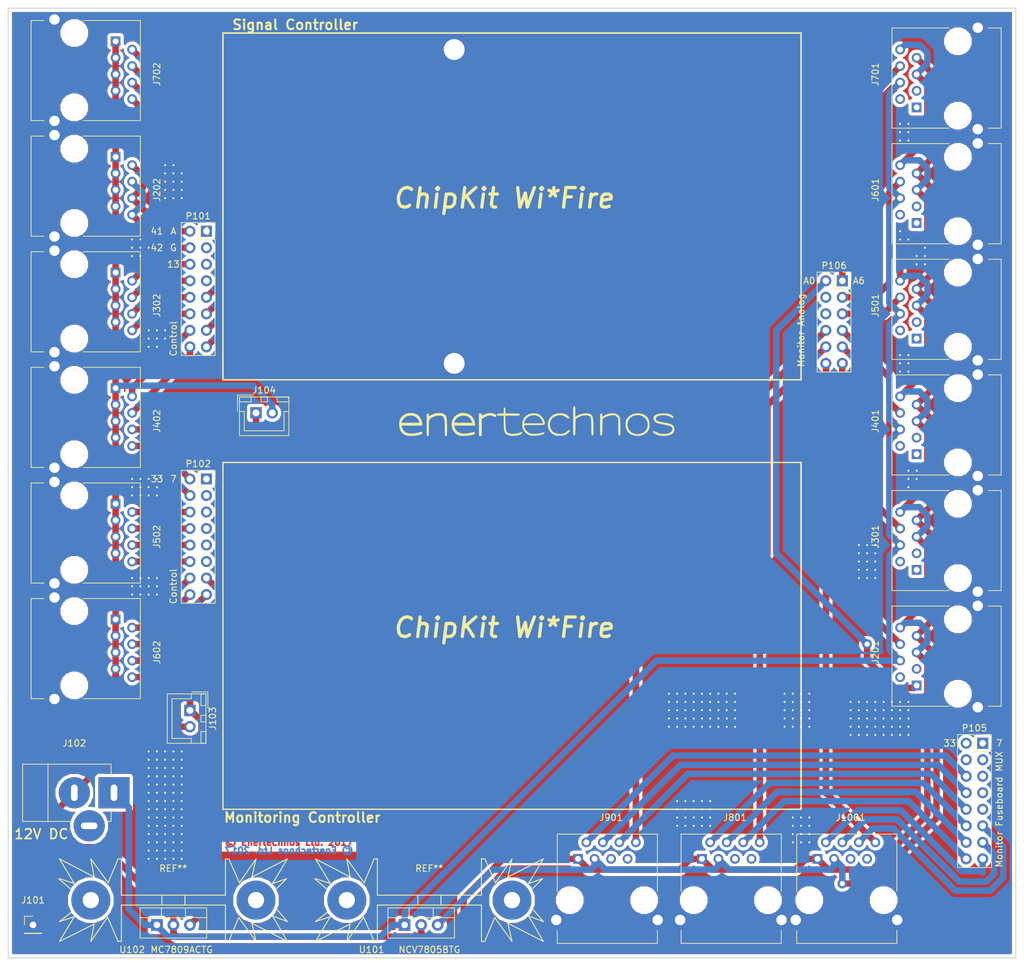
<source format=kicad_pcb>
(kicad_pcb (version 4) (host pcbnew 4.0.7)

  (general
    (links 0)
    (no_connects 0)
    (area 29.535716 11.279234 199.390001 166.56)
    (thickness 1.6)
    (drawings 26)
    (tracks 352)
    (zones 0)
    (modules 330)
    (nets 47)
  )

  (page A4)
  (title_block
    (title "Breakout Board")
    (date 2018-01-04)
    (rev "Release 0.1")
    (company "Enertechnos Ltd.")
    (comment 1 "APPROVED for Prototype")
  )

  (layers
    (0 F.Cu signal)
    (31 B.Cu signal)
    (32 B.Adhes user)
    (33 F.Adhes user)
    (34 B.Paste user)
    (35 F.Paste user)
    (36 B.SilkS user)
    (37 F.SilkS user)
    (38 B.Mask user)
    (39 F.Mask user)
    (40 Dwgs.User user hide)
    (41 Cmts.User user)
    (42 Eco1.User user)
    (43 Eco2.User user)
    (44 Edge.Cuts user)
    (45 Margin user)
    (46 B.CrtYd user)
    (47 F.CrtYd user)
    (48 B.Fab user)
    (49 F.Fab user)
  )

  (setup
    (last_trace_width 1)
    (trace_clearance 0.4)
    (zone_clearance 0.508)
    (zone_45_only no)
    (trace_min 0.2)
    (segment_width 0.2)
    (edge_width 0.15)
    (via_size 1.5)
    (via_drill 0.8)
    (via_min_size 0.4)
    (via_min_drill 0.3)
    (uvia_size 0.3)
    (uvia_drill 0.1)
    (uvias_allowed no)
    (uvia_min_size 0.2)
    (uvia_min_drill 0.1)
    (pcb_text_width 0.3)
    (pcb_text_size 1.5 1.5)
    (mod_edge_width 0.15)
    (mod_text_size 1 1)
    (mod_text_width 0.15)
    (pad_size 0.6 0.6)
    (pad_drill 0.3)
    (pad_to_mask_clearance 0.2)
    (aux_axis_origin 43.18 165.1)
    (visible_elements 7FFFEF7F)
    (pcbplotparams
      (layerselection 0x010e0_80000001)
      (usegerberextensions false)
      (excludeedgelayer true)
      (linewidth 0.100000)
      (plotframeref false)
      (viasonmask false)
      (mode 1)
      (useauxorigin true)
      (hpglpennumber 1)
      (hpglpenspeed 20)
      (hpglpendiameter 15)
      (hpglpenoverlay 2)
      (psnegative false)
      (psa4output false)
      (plotreference true)
      (plotvalue true)
      (plotinvisibletext false)
      (padsonsilk false)
      (subtractmaskfromsilk false)
      (outputformat 1)
      (mirror false)
      (drillshape 0)
      (scaleselection 1)
      (outputdirectory Plot/))
  )

  (net 0 "")
  (net 1 ARD_TEMP_HB)
  (net 2 ARD_PWM_1)
  (net 3 ARD_PWM_3)
  (net 4 ARD_PWM_2)
  (net 5 ARD_PWM_4)
  (net 6 ARD_TEMP_A)
  (net 7 ARD_GND)
  (net 8 DC_IN)
  (net 9 ARD_PWM_5)
  (net 10 ARD_PWM_6)
  (net 11 ARD_PWM_7)
  (net 12 ARD_PWM_8)
  (net 13 ARD_HBRIDGE_A)
  (net 14 ARD_HBRIDGE_B)
  (net 15 ARD_PWM_9)
  (net 16 ARD_PWM_10)
  (net 17 ARD_PWM_11)
  (net 18 ARD_PWM_12)
  (net 19 ARD_PWM_13)
  (net 20 ARD_PWM_14)
  (net 21 ARD_PWM_15)
  (net 22 ARD_PWM_16)
  (net 23 ARD_TEMP_D)
  (net 24 ARD_TEMP_C)
  (net 25 ARD_TEMP_B)
  (net 26 FB1A)
  (net 27 FB1B)
  (net 28 FB1C)
  (net 29 ARD_VOLTS_1)
  (net 30 FB2A)
  (net 31 FB2B)
  (net 32 FB2C)
  (net 33 ARD_VOLTS_2)
  (net 34 FB3A)
  (net 35 FB3B)
  (net 36 FB3C)
  (net 37 ARD_VOLTS_3)
  (net 38 ARD_TEMP_E)
  (net 39 ARD_CUR_HB)
  (net 40 ARD_VCC)
  (net 41 ARD_PWM_17)
  (net 42 ARD_PWM_18)
  (net 43 ARD_PWM_19)
  (net 44 ARD_PWM_20)
  (net 45 ARD_VIN)
  (net 46 Earth)

  (net_class Default "This is the default net class."
    (clearance 0.4)
    (trace_width 1)
    (via_dia 1.5)
    (via_drill 0.8)
    (uvia_dia 0.3)
    (uvia_drill 0.1)
    (add_net ARD_CUR_HB)
    (add_net ARD_GND)
    (add_net ARD_HBRIDGE_A)
    (add_net ARD_HBRIDGE_B)
    (add_net ARD_PWM_1)
    (add_net ARD_PWM_10)
    (add_net ARD_PWM_11)
    (add_net ARD_PWM_12)
    (add_net ARD_PWM_13)
    (add_net ARD_PWM_14)
    (add_net ARD_PWM_15)
    (add_net ARD_PWM_16)
    (add_net ARD_PWM_17)
    (add_net ARD_PWM_18)
    (add_net ARD_PWM_19)
    (add_net ARD_PWM_2)
    (add_net ARD_PWM_20)
    (add_net ARD_PWM_3)
    (add_net ARD_PWM_4)
    (add_net ARD_PWM_5)
    (add_net ARD_PWM_6)
    (add_net ARD_PWM_7)
    (add_net ARD_PWM_8)
    (add_net ARD_PWM_9)
    (add_net ARD_TEMP_A)
    (add_net ARD_TEMP_B)
    (add_net ARD_TEMP_C)
    (add_net ARD_TEMP_D)
    (add_net ARD_TEMP_E)
    (add_net ARD_TEMP_HB)
    (add_net ARD_VCC)
    (add_net ARD_VIN)
    (add_net ARD_VOLTS_1)
    (add_net ARD_VOLTS_2)
    (add_net ARD_VOLTS_3)
    (add_net DC_IN)
    (add_net Earth)
    (add_net FB1A)
    (add_net FB1B)
    (add_net FB1C)
    (add_net FB2A)
    (add_net FB2B)
    (add_net FB2C)
    (add_net FB3A)
    (add_net FB3B)
    (add_net FB3C)
  )

  (module PartsLibraries:MountingHole_M3 (layer F.Cu) (tedit 5AC4FDCE) (tstamp 5AC54AD3)
    (at 111.76 73.66)
    (descr "module 1 pin (ou trou mecanique de percage)")
    (tags DEV)
    (fp_text reference Ref** (at 0 -3.048) (layer F.SilkS) hide
      (effects (font (size 1 1) (thickness 0.15)))
    )
    (fp_text value Mount (at 0 3) (layer F.Fab) hide
      (effects (font (size 1 1) (thickness 0.15)))
    )
    (pad 1 thru_hole circle (at 0 0) (size 3.2 3.2) (drill 3.2) (layers *.Cu)
      (clearance 1))
  )

  (module PartsLibraries:MicroVia (layer F.Cu) (tedit 5AC39D65) (tstamp 5AC48797)
    (at 180.34 53.34 90)
    (fp_text reference REF** (at 0 -2.54 90) (layer F.SilkS) hide
      (effects (font (size 1 1) (thickness 0.15)))
    )
    (fp_text value MicroVia (at 0 2.54 90) (layer F.Fab) hide
      (effects (font (size 1 1) (thickness 0.15)))
    )
    (pad 1 thru_hole circle (at 0 0 90) (size 0.6 0.6) (drill 0.3) (layers *.Cu)
      (net 46 Earth) (zone_connect 2))
  )

  (module PartsLibraries:MicroVia (layer F.Cu) (tedit 5AC39D65) (tstamp 5AC48793)
    (at 180.34 54.61 90)
    (fp_text reference REF** (at 0 -2.54 90) (layer F.SilkS) hide
      (effects (font (size 1 1) (thickness 0.15)))
    )
    (fp_text value MicroVia (at 0 2.54 90) (layer F.Fab) hide
      (effects (font (size 1 1) (thickness 0.15)))
    )
    (pad 1 thru_hole circle (at 0 0 90) (size 0.6 0.6) (drill 0.3) (layers *.Cu)
      (net 46 Earth) (zone_connect 2))
  )

  (module PartsLibraries:MicroVia (layer F.Cu) (tedit 5AC39D65) (tstamp 5AC4878B)
    (at 181.61 54.61 90)
    (fp_text reference REF** (at 0 -2.54 90) (layer F.SilkS) hide
      (effects (font (size 1 1) (thickness 0.15)))
    )
    (fp_text value MicroVia (at 0 2.54 90) (layer F.Fab) hide
      (effects (font (size 1 1) (thickness 0.15)))
    )
    (pad 1 thru_hole circle (at 0 0 90) (size 0.6 0.6) (drill 0.3) (layers *.Cu)
      (net 46 Earth) (zone_connect 2))
  )

  (module PartsLibraries:MicroVia (layer F.Cu) (tedit 5AC39D65) (tstamp 5AC4877E)
    (at 182.88 58.42 90)
    (fp_text reference REF** (at 0 -2.54 90) (layer F.SilkS) hide
      (effects (font (size 1 1) (thickness 0.15)))
    )
    (fp_text value MicroVia (at 0 2.54 90) (layer F.Fab) hide
      (effects (font (size 1 1) (thickness 0.15)))
    )
    (pad 1 thru_hole circle (at 0 0 90) (size 0.6 0.6) (drill 0.3) (layers *.Cu)
      (net 46 Earth) (zone_connect 2))
  )

  (module PartsLibraries:MicroVia (layer F.Cu) (tedit 5AC39D65) (tstamp 5AC4877A)
    (at 184.15 58.42 90)
    (fp_text reference REF** (at 0 -2.54 90) (layer F.SilkS) hide
      (effects (font (size 1 1) (thickness 0.15)))
    )
    (fp_text value MicroVia (at 0 2.54 90) (layer F.Fab) hide
      (effects (font (size 1 1) (thickness 0.15)))
    )
    (pad 1 thru_hole circle (at 0 0 90) (size 0.6 0.6) (drill 0.3) (layers *.Cu)
      (net 46 Earth) (zone_connect 2))
  )

  (module PartsLibraries:MicroVia (layer F.Cu) (tedit 5AC39D65) (tstamp 5AC48776)
    (at 182.88 57.15 90)
    (fp_text reference REF** (at 0 -2.54 90) (layer F.SilkS) hide
      (effects (font (size 1 1) (thickness 0.15)))
    )
    (fp_text value MicroVia (at 0 2.54 90) (layer F.Fab) hide
      (effects (font (size 1 1) (thickness 0.15)))
    )
    (pad 1 thru_hole circle (at 0 0 90) (size 0.6 0.6) (drill 0.3) (layers *.Cu)
      (net 46 Earth) (zone_connect 2))
  )

  (module PartsLibraries:MicroVia (layer F.Cu) (tedit 5AC39D65) (tstamp 5AC4876E)
    (at 184.15 55.88 90)
    (fp_text reference REF** (at 0 -2.54 90) (layer F.SilkS) hide
      (effects (font (size 1 1) (thickness 0.15)))
    )
    (fp_text value MicroVia (at 0 2.54 90) (layer F.Fab) hide
      (effects (font (size 1 1) (thickness 0.15)))
    )
    (pad 1 thru_hole circle (at 0 0 90) (size 0.6 0.6) (drill 0.3) (layers *.Cu)
      (net 46 Earth) (zone_connect 2))
  )

  (module PartsLibraries:MicroVia (layer F.Cu) (tedit 5AC39D65) (tstamp 5AC4876A)
    (at 184.15 57.15 90)
    (fp_text reference REF** (at 0 -2.54 90) (layer F.SilkS) hide
      (effects (font (size 1 1) (thickness 0.15)))
    )
    (fp_text value MicroVia (at 0 2.54 90) (layer F.Fab) hide
      (effects (font (size 1 1) (thickness 0.15)))
    )
    (pad 1 thru_hole circle (at 0 0 90) (size 0.6 0.6) (drill 0.3) (layers *.Cu)
      (net 46 Earth) (zone_connect 2))
  )

  (module PartsLibraries:MicroVia (layer F.Cu) (tedit 5AC39D65) (tstamp 5AC48766)
    (at 180.34 39.37 90)
    (fp_text reference REF** (at 0 -2.54 90) (layer F.SilkS) hide
      (effects (font (size 1 1) (thickness 0.15)))
    )
    (fp_text value MicroVia (at 0 2.54 90) (layer F.Fab) hide
      (effects (font (size 1 1) (thickness 0.15)))
    )
    (pad 1 thru_hole circle (at 0 0 90) (size 0.6 0.6) (drill 0.3) (layers *.Cu)
      (net 46 Earth) (zone_connect 2))
  )

  (module PartsLibraries:MicroVia (layer F.Cu) (tedit 5AC39D65) (tstamp 5AC48762)
    (at 181.61 39.37 90)
    (fp_text reference REF** (at 0 -2.54 90) (layer F.SilkS) hide
      (effects (font (size 1 1) (thickness 0.15)))
    )
    (fp_text value MicroVia (at 0 2.54 90) (layer F.Fab) hide
      (effects (font (size 1 1) (thickness 0.15)))
    )
    (pad 1 thru_hole circle (at 0 0 90) (size 0.6 0.6) (drill 0.3) (layers *.Cu)
      (net 46 Earth) (zone_connect 2))
  )

  (module PartsLibraries:MicroVia (layer F.Cu) (tedit 5AC39D65) (tstamp 5AC4875E)
    (at 180.34 38.1 90)
    (fp_text reference REF** (at 0 -2.54 90) (layer F.SilkS) hide
      (effects (font (size 1 1) (thickness 0.15)))
    )
    (fp_text value MicroVia (at 0 2.54 90) (layer F.Fab) hide
      (effects (font (size 1 1) (thickness 0.15)))
    )
    (pad 1 thru_hole circle (at 0 0 90) (size 0.6 0.6) (drill 0.3) (layers *.Cu)
      (net 46 Earth) (zone_connect 2))
  )

  (module PartsLibraries:MicroVia (layer F.Cu) (tedit 5AC39D65) (tstamp 5AC4875A)
    (at 180.34 36.83 90)
    (fp_text reference REF** (at 0 -2.54 90) (layer F.SilkS) hide
      (effects (font (size 1 1) (thickness 0.15)))
    )
    (fp_text value MicroVia (at 0 2.54 90) (layer F.Fab) hide
      (effects (font (size 1 1) (thickness 0.15)))
    )
    (pad 1 thru_hole circle (at 0 0 90) (size 0.6 0.6) (drill 0.3) (layers *.Cu)
      (net 46 Earth) (zone_connect 2))
  )

  (module PartsLibraries:MicroVia (layer F.Cu) (tedit 5AC39D65) (tstamp 5AC48756)
    (at 181.61 36.83 90)
    (fp_text reference REF** (at 0 -2.54 90) (layer F.SilkS) hide
      (effects (font (size 1 1) (thickness 0.15)))
    )
    (fp_text value MicroVia (at 0 2.54 90) (layer F.Fab) hide
      (effects (font (size 1 1) (thickness 0.15)))
    )
    (pad 1 thru_hole circle (at 0 0 90) (size 0.6 0.6) (drill 0.3) (layers *.Cu)
      (net 46 Earth) (zone_connect 2))
  )

  (module PartsLibraries:MicroVia (layer F.Cu) (tedit 5AC39D65) (tstamp 5AC48752)
    (at 181.61 38.1 90)
    (fp_text reference REF** (at 0 -2.54 90) (layer F.SilkS) hide
      (effects (font (size 1 1) (thickness 0.15)))
    )
    (fp_text value MicroVia (at 0 2.54 90) (layer F.Fab) hide
      (effects (font (size 1 1) (thickness 0.15)))
    )
    (pad 1 thru_hole circle (at 0 0 90) (size 0.6 0.6) (drill 0.3) (layers *.Cu)
      (net 46 Earth) (zone_connect 2))
  )

  (module PartsLibraries:MicroVia (layer F.Cu) (tedit 5AC39D65) (tstamp 5AC4874E)
    (at 180.34 74.93 90)
    (fp_text reference REF** (at 0 -2.54 90) (layer F.SilkS) hide
      (effects (font (size 1 1) (thickness 0.15)))
    )
    (fp_text value MicroVia (at 0 2.54 90) (layer F.Fab) hide
      (effects (font (size 1 1) (thickness 0.15)))
    )
    (pad 1 thru_hole circle (at 0 0 90) (size 0.6 0.6) (drill 0.3) (layers *.Cu)
      (net 46 Earth) (zone_connect 2))
  )

  (module PartsLibraries:MicroVia (layer F.Cu) (tedit 5AC39D65) (tstamp 5AC4874A)
    (at 181.61 74.93 90)
    (fp_text reference REF** (at 0 -2.54 90) (layer F.SilkS) hide
      (effects (font (size 1 1) (thickness 0.15)))
    )
    (fp_text value MicroVia (at 0 2.54 90) (layer F.Fab) hide
      (effects (font (size 1 1) (thickness 0.15)))
    )
    (pad 1 thru_hole circle (at 0 0 90) (size 0.6 0.6) (drill 0.3) (layers *.Cu)
      (net 46 Earth) (zone_connect 2))
  )

  (module PartsLibraries:MicroVia (layer F.Cu) (tedit 5AC39D65) (tstamp 5AC48746)
    (at 180.34 73.66 90)
    (fp_text reference REF** (at 0 -2.54 90) (layer F.SilkS) hide
      (effects (font (size 1 1) (thickness 0.15)))
    )
    (fp_text value MicroVia (at 0 2.54 90) (layer F.Fab) hide
      (effects (font (size 1 1) (thickness 0.15)))
    )
    (pad 1 thru_hole circle (at 0 0 90) (size 0.6 0.6) (drill 0.3) (layers *.Cu)
      (net 46 Earth) (zone_connect 2))
  )

  (module PartsLibraries:MicroVia (layer F.Cu) (tedit 5AC39D65) (tstamp 5AC48742)
    (at 180.34 72.39 90)
    (fp_text reference REF** (at 0 -2.54 90) (layer F.SilkS) hide
      (effects (font (size 1 1) (thickness 0.15)))
    )
    (fp_text value MicroVia (at 0 2.54 90) (layer F.Fab) hide
      (effects (font (size 1 1) (thickness 0.15)))
    )
    (pad 1 thru_hole circle (at 0 0 90) (size 0.6 0.6) (drill 0.3) (layers *.Cu)
      (net 46 Earth) (zone_connect 2))
  )

  (module PartsLibraries:MicroVia (layer F.Cu) (tedit 5AC39D65) (tstamp 5AC4873E)
    (at 181.61 72.39 90)
    (fp_text reference REF** (at 0 -2.54 90) (layer F.SilkS) hide
      (effects (font (size 1 1) (thickness 0.15)))
    )
    (fp_text value MicroVia (at 0 2.54 90) (layer F.Fab) hide
      (effects (font (size 1 1) (thickness 0.15)))
    )
    (pad 1 thru_hole circle (at 0 0 90) (size 0.6 0.6) (drill 0.3) (layers *.Cu)
      (net 46 Earth) (zone_connect 2))
  )

  (module PartsLibraries:MicroVia (layer F.Cu) (tedit 5AC39D65) (tstamp 5AC4873A)
    (at 181.61 73.66 90)
    (fp_text reference REF** (at 0 -2.54 90) (layer F.SilkS) hide
      (effects (font (size 1 1) (thickness 0.15)))
    )
    (fp_text value MicroVia (at 0 2.54 90) (layer F.Fab) hide
      (effects (font (size 1 1) (thickness 0.15)))
    )
    (pad 1 thru_hole circle (at 0 0 90) (size 0.6 0.6) (drill 0.3) (layers *.Cu)
      (net 46 Earth) (zone_connect 2))
  )

  (module PartsLibraries:MicroVia (layer F.Cu) (tedit 5AC39D65) (tstamp 5AC486C1)
    (at 182.88 90.17 90)
    (fp_text reference REF** (at 0 -2.54 90) (layer F.SilkS) hide
      (effects (font (size 1 1) (thickness 0.15)))
    )
    (fp_text value MicroVia (at 0 2.54 90) (layer F.Fab) hide
      (effects (font (size 1 1) (thickness 0.15)))
    )
    (pad 1 thru_hole circle (at 0 0 90) (size 0.6 0.6) (drill 0.3) (layers *.Cu)
      (net 46 Earth) (zone_connect 2))
  )

  (module PartsLibraries:MicroVia (layer F.Cu) (tedit 5AC39D65) (tstamp 5AC486BD)
    (at 182.88 91.44 90)
    (fp_text reference REF** (at 0 -2.54 90) (layer F.SilkS) hide
      (effects (font (size 1 1) (thickness 0.15)))
    )
    (fp_text value MicroVia (at 0 2.54 90) (layer F.Fab) hide
      (effects (font (size 1 1) (thickness 0.15)))
    )
    (pad 1 thru_hole circle (at 0 0 90) (size 0.6 0.6) (drill 0.3) (layers *.Cu)
      (net 46 Earth) (zone_connect 2))
  )

  (module PartsLibraries:MicroVia (layer F.Cu) (tedit 5AC39D65) (tstamp 5AC486B9)
    (at 181.61 90.17 90)
    (fp_text reference REF** (at 0 -2.54 90) (layer F.SilkS) hide
      (effects (font (size 1 1) (thickness 0.15)))
    )
    (fp_text value MicroVia (at 0 2.54 90) (layer F.Fab) hide
      (effects (font (size 1 1) (thickness 0.15)))
    )
    (pad 1 thru_hole circle (at 0 0 90) (size 0.6 0.6) (drill 0.3) (layers *.Cu)
      (net 46 Earth) (zone_connect 2))
  )

  (module PartsLibraries:MicroVia (layer F.Cu) (tedit 5AC39D65) (tstamp 5AC486B5)
    (at 181.61 91.44 90)
    (fp_text reference REF** (at 0 -2.54 90) (layer F.SilkS) hide
      (effects (font (size 1 1) (thickness 0.15)))
    )
    (fp_text value MicroVia (at 0 2.54 90) (layer F.Fab) hide
      (effects (font (size 1 1) (thickness 0.15)))
    )
    (pad 1 thru_hole circle (at 0 0 90) (size 0.6 0.6) (drill 0.3) (layers *.Cu)
      (net 46 Earth) (zone_connect 2))
  )

  (module PartsLibraries:MicroVia (layer F.Cu) (tedit 5AC39D65) (tstamp 5AC486A5)
    (at 181.61 92.71 90)
    (fp_text reference REF** (at 0 -2.54 90) (layer F.SilkS) hide
      (effects (font (size 1 1) (thickness 0.15)))
    )
    (fp_text value MicroVia (at 0 2.54 90) (layer F.Fab) hide
      (effects (font (size 1 1) (thickness 0.15)))
    )
    (pad 1 thru_hole circle (at 0 0 90) (size 0.6 0.6) (drill 0.3) (layers *.Cu)
      (net 46 Earth) (zone_connect 2))
  )

  (module PartsLibraries:MicroVia (layer F.Cu) (tedit 5AC39D65) (tstamp 5AC4868E)
    (at 63.5 57.15 180)
    (fp_text reference REF** (at 0 -2.54 180) (layer F.SilkS) hide
      (effects (font (size 1 1) (thickness 0.15)))
    )
    (fp_text value MicroVia (at 0 2.54 180) (layer F.Fab) hide
      (effects (font (size 1 1) (thickness 0.15)))
    )
    (pad 1 thru_hole circle (at 0 0 180) (size 0.6 0.6) (drill 0.3) (layers *.Cu)
      (net 46 Earth) (zone_connect 2))
  )

  (module PartsLibraries:MicroVia (layer F.Cu) (tedit 5AC39D65) (tstamp 5AC48688)
    (at 62.23 55.88 180)
    (fp_text reference REF** (at 0 -2.54 180) (layer F.SilkS) hide
      (effects (font (size 1 1) (thickness 0.15)))
    )
    (fp_text value MicroVia (at 0 2.54 180) (layer F.Fab) hide
      (effects (font (size 1 1) (thickness 0.15)))
    )
    (pad 1 thru_hole circle (at 0 0 180) (size 0.6 0.6) (drill 0.3) (layers *.Cu)
      (net 46 Earth) (zone_connect 2))
  )

  (module PartsLibraries:MicroVia (layer F.Cu) (tedit 5AC39D65) (tstamp 5AC48684)
    (at 64.77 55.88 180)
    (fp_text reference REF** (at 0 -2.54 180) (layer F.SilkS) hide
      (effects (font (size 1 1) (thickness 0.15)))
    )
    (fp_text value MicroVia (at 0 2.54 180) (layer F.Fab) hide
      (effects (font (size 1 1) (thickness 0.15)))
    )
    (pad 1 thru_hole circle (at 0 0 180) (size 0.6 0.6) (drill 0.3) (layers *.Cu)
      (net 46 Earth) (zone_connect 2))
  )

  (module PartsLibraries:MicroVia (layer F.Cu) (tedit 5AC39D65) (tstamp 5AC4867C)
    (at 62.23 54.61 180)
    (fp_text reference REF** (at 0 -2.54 180) (layer F.SilkS) hide
      (effects (font (size 1 1) (thickness 0.15)))
    )
    (fp_text value MicroVia (at 0 2.54 180) (layer F.Fab) hide
      (effects (font (size 1 1) (thickness 0.15)))
    )
    (pad 1 thru_hole circle (at 0 0 180) (size 0.6 0.6) (drill 0.3) (layers *.Cu)
      (net 46 Earth) (zone_connect 2))
  )

  (module PartsLibraries:MicroVia (layer F.Cu) (tedit 5AC39D65) (tstamp 5AC48678)
    (at 63.5 55.88 180)
    (fp_text reference REF** (at 0 -2.54 180) (layer F.SilkS) hide
      (effects (font (size 1 1) (thickness 0.15)))
    )
    (fp_text value MicroVia (at 0 2.54 180) (layer F.Fab) hide
      (effects (font (size 1 1) (thickness 0.15)))
    )
    (pad 1 thru_hole circle (at 0 0 180) (size 0.6 0.6) (drill 0.3) (layers *.Cu)
      (net 46 Earth) (zone_connect 2))
  )

  (module PartsLibraries:MicroVia (layer F.Cu) (tedit 5AC39D65) (tstamp 5AC48674)
    (at 63.5 54.61 180)
    (fp_text reference REF** (at 0 -2.54 180) (layer F.SilkS) hide
      (effects (font (size 1 1) (thickness 0.15)))
    )
    (fp_text value MicroVia (at 0 2.54 180) (layer F.Fab) hide
      (effects (font (size 1 1) (thickness 0.15)))
    )
    (pad 1 thru_hole circle (at 0 0 180) (size 0.6 0.6) (drill 0.3) (layers *.Cu)
      (net 46 Earth) (zone_connect 2))
  )

  (module PartsLibraries:MicroVia (layer F.Cu) (tedit 5AC39D65) (tstamp 5AC4866C)
    (at 62.23 57.15 180)
    (fp_text reference REF** (at 0 -2.54 180) (layer F.SilkS) hide
      (effects (font (size 1 1) (thickness 0.15)))
    )
    (fp_text value MicroVia (at 0 2.54 180) (layer F.Fab) hide
      (effects (font (size 1 1) (thickness 0.15)))
    )
    (pad 1 thru_hole circle (at 0 0 180) (size 0.6 0.6) (drill 0.3) (layers *.Cu)
      (net 46 Earth) (zone_connect 2))
  )

  (module PartsLibraries:MicroVia (layer F.Cu) (tedit 5AC39D65) (tstamp 5AC4859F)
    (at 64.77 68.58 180)
    (fp_text reference REF** (at 0 -2.54 180) (layer F.SilkS) hide
      (effects (font (size 1 1) (thickness 0.15)))
    )
    (fp_text value MicroVia (at 0 2.54 180) (layer F.Fab) hide
      (effects (font (size 1 1) (thickness 0.15)))
    )
    (pad 1 thru_hole circle (at 0 0 180) (size 0.6 0.6) (drill 0.3) (layers *.Cu)
      (net 46 Earth) (zone_connect 2))
  )

  (module PartsLibraries:MicroVia (layer F.Cu) (tedit 5AC39D65) (tstamp 5AC48597)
    (at 64.77 69.85 180)
    (fp_text reference REF** (at 0 -2.54 180) (layer F.SilkS) hide
      (effects (font (size 1 1) (thickness 0.15)))
    )
    (fp_text value MicroVia (at 0 2.54 180) (layer F.Fab) hide
      (effects (font (size 1 1) (thickness 0.15)))
    )
    (pad 1 thru_hole circle (at 0 0 180) (size 0.6 0.6) (drill 0.3) (layers *.Cu)
      (net 46 Earth) (zone_connect 2))
  )

  (module PartsLibraries:MicroVia (layer F.Cu) (tedit 5AC39D65) (tstamp 5AC4858F)
    (at 67.31 69.85 180)
    (fp_text reference REF** (at 0 -2.54 180) (layer F.SilkS) hide
      (effects (font (size 1 1) (thickness 0.15)))
    )
    (fp_text value MicroVia (at 0 2.54 180) (layer F.Fab) hide
      (effects (font (size 1 1) (thickness 0.15)))
    )
    (pad 1 thru_hole circle (at 0 0 180) (size 0.6 0.6) (drill 0.3) (layers *.Cu)
      (net 46 Earth) (zone_connect 2))
  )

  (module PartsLibraries:MicroVia (layer F.Cu) (tedit 5AC39D65) (tstamp 5AC48587)
    (at 66.04 71.12 180)
    (fp_text reference REF** (at 0 -2.54 180) (layer F.SilkS) hide
      (effects (font (size 1 1) (thickness 0.15)))
    )
    (fp_text value MicroVia (at 0 2.54 180) (layer F.Fab) hide
      (effects (font (size 1 1) (thickness 0.15)))
    )
    (pad 1 thru_hole circle (at 0 0 180) (size 0.6 0.6) (drill 0.3) (layers *.Cu)
      (net 46 Earth) (zone_connect 2))
  )

  (module PartsLibraries:MicroVia (layer F.Cu) (tedit 5AC39D65) (tstamp 5AC4857F)
    (at 64.77 71.12 180)
    (fp_text reference REF** (at 0 -2.54 180) (layer F.SilkS) hide
      (effects (font (size 1 1) (thickness 0.15)))
    )
    (fp_text value MicroVia (at 0 2.54 180) (layer F.Fab) hide
      (effects (font (size 1 1) (thickness 0.15)))
    )
    (pad 1 thru_hole circle (at 0 0 180) (size 0.6 0.6) (drill 0.3) (layers *.Cu)
      (net 46 Earth) (zone_connect 2))
  )

  (module PartsLibraries:MicroVia (layer F.Cu) (tedit 5AC39D65) (tstamp 5AC4857B)
    (at 66.04 69.85 180)
    (fp_text reference REF** (at 0 -2.54 180) (layer F.SilkS) hide
      (effects (font (size 1 1) (thickness 0.15)))
    )
    (fp_text value MicroVia (at 0 2.54 180) (layer F.Fab) hide
      (effects (font (size 1 1) (thickness 0.15)))
    )
    (pad 1 thru_hole circle (at 0 0 180) (size 0.6 0.6) (drill 0.3) (layers *.Cu)
      (net 46 Earth) (zone_connect 2))
  )

  (module PartsLibraries:MicroVia (layer F.Cu) (tedit 5AC39D65) (tstamp 5AC48577)
    (at 67.31 68.58 180)
    (fp_text reference REF** (at 0 -2.54 180) (layer F.SilkS) hide
      (effects (font (size 1 1) (thickness 0.15)))
    )
    (fp_text value MicroVia (at 0 2.54 180) (layer F.Fab) hide
      (effects (font (size 1 1) (thickness 0.15)))
    )
    (pad 1 thru_hole circle (at 0 0 180) (size 0.6 0.6) (drill 0.3) (layers *.Cu)
      (net 46 Earth) (zone_connect 2))
  )

  (module PartsLibraries:MicroVia (layer F.Cu) (tedit 5AC39D65) (tstamp 5AC48573)
    (at 66.04 68.58 180)
    (fp_text reference REF** (at 0 -2.54 180) (layer F.SilkS) hide
      (effects (font (size 1 1) (thickness 0.15)))
    )
    (fp_text value MicroVia (at 0 2.54 180) (layer F.Fab) hide
      (effects (font (size 1 1) (thickness 0.15)))
    )
    (pad 1 thru_hole circle (at 0 0 180) (size 0.6 0.6) (drill 0.3) (layers *.Cu)
      (net 46 Earth) (zone_connect 2))
  )

  (module PartsLibraries:MicroVia (layer F.Cu) (tedit 5AC39D65) (tstamp 5AC4856F)
    (at 63.5 91.44 180)
    (fp_text reference REF** (at 0 -2.54 180) (layer F.SilkS) hide
      (effects (font (size 1 1) (thickness 0.15)))
    )
    (fp_text value MicroVia (at 0 2.54 180) (layer F.Fab) hide
      (effects (font (size 1 1) (thickness 0.15)))
    )
    (pad 1 thru_hole circle (at 0 0 180) (size 0.6 0.6) (drill 0.3) (layers *.Cu)
      (net 46 Earth) (zone_connect 2))
  )

  (module PartsLibraries:MicroVia (layer F.Cu) (tedit 5AC39D65) (tstamp 5AC4856B)
    (at 62.23 91.44 180)
    (fp_text reference REF** (at 0 -2.54 180) (layer F.SilkS) hide
      (effects (font (size 1 1) (thickness 0.15)))
    )
    (fp_text value MicroVia (at 0 2.54 180) (layer F.Fab) hide
      (effects (font (size 1 1) (thickness 0.15)))
    )
    (pad 1 thru_hole circle (at 0 0 180) (size 0.6 0.6) (drill 0.3) (layers *.Cu)
      (net 46 Earth) (zone_connect 2))
  )

  (module PartsLibraries:MicroVia (layer F.Cu) (tedit 5AC39D65) (tstamp 5AC48567)
    (at 63.5 92.71 180)
    (fp_text reference REF** (at 0 -2.54 180) (layer F.SilkS) hide
      (effects (font (size 1 1) (thickness 0.15)))
    )
    (fp_text value MicroVia (at 0 2.54 180) (layer F.Fab) hide
      (effects (font (size 1 1) (thickness 0.15)))
    )
    (pad 1 thru_hole circle (at 0 0 180) (size 0.6 0.6) (drill 0.3) (layers *.Cu)
      (net 46 Earth) (zone_connect 2))
  )

  (module PartsLibraries:MicroVia (layer F.Cu) (tedit 5AC39D65) (tstamp 5AC48563)
    (at 66.04 93.98 180)
    (fp_text reference REF** (at 0 -2.54 180) (layer F.SilkS) hide
      (effects (font (size 1 1) (thickness 0.15)))
    )
    (fp_text value MicroVia (at 0 2.54 180) (layer F.Fab) hide
      (effects (font (size 1 1) (thickness 0.15)))
    )
    (pad 1 thru_hole circle (at 0 0 180) (size 0.6 0.6) (drill 0.3) (layers *.Cu)
      (net 46 Earth) (zone_connect 2))
  )

  (module PartsLibraries:MicroVia (layer F.Cu) (tedit 5AC39D65) (tstamp 5AC4855F)
    (at 66.04 92.71 180)
    (fp_text reference REF** (at 0 -2.54 180) (layer F.SilkS) hide
      (effects (font (size 1 1) (thickness 0.15)))
    )
    (fp_text value MicroVia (at 0 2.54 180) (layer F.Fab) hide
      (effects (font (size 1 1) (thickness 0.15)))
    )
    (pad 1 thru_hole circle (at 0 0 180) (size 0.6 0.6) (drill 0.3) (layers *.Cu)
      (net 46 Earth) (zone_connect 2))
  )

  (module PartsLibraries:MicroVia (layer F.Cu) (tedit 5AC39D65) (tstamp 5AC4855B)
    (at 62.23 92.71 180)
    (fp_text reference REF** (at 0 -2.54 180) (layer F.SilkS) hide
      (effects (font (size 1 1) (thickness 0.15)))
    )
    (fp_text value MicroVia (at 0 2.54 180) (layer F.Fab) hide
      (effects (font (size 1 1) (thickness 0.15)))
    )
    (pad 1 thru_hole circle (at 0 0 180) (size 0.6 0.6) (drill 0.3) (layers *.Cu)
      (net 46 Earth) (zone_connect 2))
  )

  (module PartsLibraries:MicroVia (layer F.Cu) (tedit 5AC39D65) (tstamp 5AC48557)
    (at 64.77 93.98 180)
    (fp_text reference REF** (at 0 -2.54 180) (layer F.SilkS) hide
      (effects (font (size 1 1) (thickness 0.15)))
    )
    (fp_text value MicroVia (at 0 2.54 180) (layer F.Fab) hide
      (effects (font (size 1 1) (thickness 0.15)))
    )
    (pad 1 thru_hole circle (at 0 0 180) (size 0.6 0.6) (drill 0.3) (layers *.Cu)
      (net 46 Earth) (zone_connect 2))
  )

  (module PartsLibraries:MicroVia (layer F.Cu) (tedit 5AC39D65) (tstamp 5AC48553)
    (at 62.23 93.98 180)
    (fp_text reference REF** (at 0 -2.54 180) (layer F.SilkS) hide
      (effects (font (size 1 1) (thickness 0.15)))
    )
    (fp_text value MicroVia (at 0 2.54 180) (layer F.Fab) hide
      (effects (font (size 1 1) (thickness 0.15)))
    )
    (pad 1 thru_hole circle (at 0 0 180) (size 0.6 0.6) (drill 0.3) (layers *.Cu)
      (net 46 Earth) (zone_connect 2))
  )

  (module PartsLibraries:MicroVia (layer F.Cu) (tedit 5AC39D65) (tstamp 5AC4854F)
    (at 63.5 93.98 180)
    (fp_text reference REF** (at 0 -2.54 180) (layer F.SilkS) hide
      (effects (font (size 1 1) (thickness 0.15)))
    )
    (fp_text value MicroVia (at 0 2.54 180) (layer F.Fab) hide
      (effects (font (size 1 1) (thickness 0.15)))
    )
    (pad 1 thru_hole circle (at 0 0 180) (size 0.6 0.6) (drill 0.3) (layers *.Cu)
      (net 46 Earth) (zone_connect 2))
  )

  (module PartsLibraries:MicroVia (layer F.Cu) (tedit 5AC39D65) (tstamp 5AC4854B)
    (at 64.77 92.71 180)
    (fp_text reference REF** (at 0 -2.54 180) (layer F.SilkS) hide
      (effects (font (size 1 1) (thickness 0.15)))
    )
    (fp_text value MicroVia (at 0 2.54 180) (layer F.Fab) hide
      (effects (font (size 1 1) (thickness 0.15)))
    )
    (pad 1 thru_hole circle (at 0 0 180) (size 0.6 0.6) (drill 0.3) (layers *.Cu)
      (net 46 Earth) (zone_connect 2))
  )

  (module PartsLibraries:MicroVia (layer F.Cu) (tedit 5AC39D65) (tstamp 5AC48547)
    (at 66.04 91.44 180)
    (fp_text reference REF** (at 0 -2.54 180) (layer F.SilkS) hide
      (effects (font (size 1 1) (thickness 0.15)))
    )
    (fp_text value MicroVia (at 0 2.54 180) (layer F.Fab) hide
      (effects (font (size 1 1) (thickness 0.15)))
    )
    (pad 1 thru_hole circle (at 0 0 180) (size 0.6 0.6) (drill 0.3) (layers *.Cu)
      (net 46 Earth) (zone_connect 2))
  )

  (module PartsLibraries:MicroVia (layer F.Cu) (tedit 5AC39D65) (tstamp 5AC48543)
    (at 64.77 91.44 180)
    (fp_text reference REF** (at 0 -2.54 180) (layer F.SilkS) hide
      (effects (font (size 1 1) (thickness 0.15)))
    )
    (fp_text value MicroVia (at 0 2.54 180) (layer F.Fab) hide
      (effects (font (size 1 1) (thickness 0.15)))
    )
    (pad 1 thru_hole circle (at 0 0 180) (size 0.6 0.6) (drill 0.3) (layers *.Cu)
      (net 46 Earth) (zone_connect 2))
  )

  (module PartsLibraries:MicroVia (layer F.Cu) (tedit 5AC39D65) (tstamp 5AC4853F)
    (at 63.5 106.68 180)
    (fp_text reference REF** (at 0 -2.54 180) (layer F.SilkS) hide
      (effects (font (size 1 1) (thickness 0.15)))
    )
    (fp_text value MicroVia (at 0 2.54 180) (layer F.Fab) hide
      (effects (font (size 1 1) (thickness 0.15)))
    )
    (pad 1 thru_hole circle (at 0 0 180) (size 0.6 0.6) (drill 0.3) (layers *.Cu)
      (net 46 Earth) (zone_connect 2))
  )

  (module PartsLibraries:MicroVia (layer F.Cu) (tedit 5AC39D65) (tstamp 5AC4853B)
    (at 62.23 106.68 180)
    (fp_text reference REF** (at 0 -2.54 180) (layer F.SilkS) hide
      (effects (font (size 1 1) (thickness 0.15)))
    )
    (fp_text value MicroVia (at 0 2.54 180) (layer F.Fab) hide
      (effects (font (size 1 1) (thickness 0.15)))
    )
    (pad 1 thru_hole circle (at 0 0 180) (size 0.6 0.6) (drill 0.3) (layers *.Cu)
      (net 46 Earth) (zone_connect 2))
  )

  (module PartsLibraries:MicroVia (layer F.Cu) (tedit 5AC39D65) (tstamp 5AC48537)
    (at 63.5 107.95 180)
    (fp_text reference REF** (at 0 -2.54 180) (layer F.SilkS) hide
      (effects (font (size 1 1) (thickness 0.15)))
    )
    (fp_text value MicroVia (at 0 2.54 180) (layer F.Fab) hide
      (effects (font (size 1 1) (thickness 0.15)))
    )
    (pad 1 thru_hole circle (at 0 0 180) (size 0.6 0.6) (drill 0.3) (layers *.Cu)
      (net 46 Earth) (zone_connect 2))
  )

  (module PartsLibraries:MicroVia (layer F.Cu) (tedit 5AC39D65) (tstamp 5AC48533)
    (at 66.04 109.22 180)
    (fp_text reference REF** (at 0 -2.54 180) (layer F.SilkS) hide
      (effects (font (size 1 1) (thickness 0.15)))
    )
    (fp_text value MicroVia (at 0 2.54 180) (layer F.Fab) hide
      (effects (font (size 1 1) (thickness 0.15)))
    )
    (pad 1 thru_hole circle (at 0 0 180) (size 0.6 0.6) (drill 0.3) (layers *.Cu)
      (net 46 Earth) (zone_connect 2))
  )

  (module PartsLibraries:MicroVia (layer F.Cu) (tedit 5AC39D65) (tstamp 5AC4852F)
    (at 66.04 107.95 180)
    (fp_text reference REF** (at 0 -2.54 180) (layer F.SilkS) hide
      (effects (font (size 1 1) (thickness 0.15)))
    )
    (fp_text value MicroVia (at 0 2.54 180) (layer F.Fab) hide
      (effects (font (size 1 1) (thickness 0.15)))
    )
    (pad 1 thru_hole circle (at 0 0 180) (size 0.6 0.6) (drill 0.3) (layers *.Cu)
      (net 46 Earth) (zone_connect 2))
  )

  (module PartsLibraries:MicroVia (layer F.Cu) (tedit 5AC39D65) (tstamp 5AC4852B)
    (at 62.23 107.95 180)
    (fp_text reference REF** (at 0 -2.54 180) (layer F.SilkS) hide
      (effects (font (size 1 1) (thickness 0.15)))
    )
    (fp_text value MicroVia (at 0 2.54 180) (layer F.Fab) hide
      (effects (font (size 1 1) (thickness 0.15)))
    )
    (pad 1 thru_hole circle (at 0 0 180) (size 0.6 0.6) (drill 0.3) (layers *.Cu)
      (net 46 Earth) (zone_connect 2))
  )

  (module PartsLibraries:MicroVia (layer F.Cu) (tedit 5AC39D65) (tstamp 5AC48527)
    (at 64.77 109.22 180)
    (fp_text reference REF** (at 0 -2.54 180) (layer F.SilkS) hide
      (effects (font (size 1 1) (thickness 0.15)))
    )
    (fp_text value MicroVia (at 0 2.54 180) (layer F.Fab) hide
      (effects (font (size 1 1) (thickness 0.15)))
    )
    (pad 1 thru_hole circle (at 0 0 180) (size 0.6 0.6) (drill 0.3) (layers *.Cu)
      (net 46 Earth) (zone_connect 2))
  )

  (module PartsLibraries:MicroVia (layer F.Cu) (tedit 5AC39D65) (tstamp 5AC48523)
    (at 62.23 109.22 180)
    (fp_text reference REF** (at 0 -2.54 180) (layer F.SilkS) hide
      (effects (font (size 1 1) (thickness 0.15)))
    )
    (fp_text value MicroVia (at 0 2.54 180) (layer F.Fab) hide
      (effects (font (size 1 1) (thickness 0.15)))
    )
    (pad 1 thru_hole circle (at 0 0 180) (size 0.6 0.6) (drill 0.3) (layers *.Cu)
      (net 46 Earth) (zone_connect 2))
  )

  (module PartsLibraries:MicroVia (layer F.Cu) (tedit 5AC39D65) (tstamp 5AC4851F)
    (at 63.5 109.22 180)
    (fp_text reference REF** (at 0 -2.54 180) (layer F.SilkS) hide
      (effects (font (size 1 1) (thickness 0.15)))
    )
    (fp_text value MicroVia (at 0 2.54 180) (layer F.Fab) hide
      (effects (font (size 1 1) (thickness 0.15)))
    )
    (pad 1 thru_hole circle (at 0 0 180) (size 0.6 0.6) (drill 0.3) (layers *.Cu)
      (net 46 Earth) (zone_connect 2))
  )

  (module PartsLibraries:MicroVia (layer F.Cu) (tedit 5AC39D65) (tstamp 5AC4851B)
    (at 64.77 107.95 180)
    (fp_text reference REF** (at 0 -2.54 180) (layer F.SilkS) hide
      (effects (font (size 1 1) (thickness 0.15)))
    )
    (fp_text value MicroVia (at 0 2.54 180) (layer F.Fab) hide
      (effects (font (size 1 1) (thickness 0.15)))
    )
    (pad 1 thru_hole circle (at 0 0 180) (size 0.6 0.6) (drill 0.3) (layers *.Cu)
      (net 46 Earth) (zone_connect 2))
  )

  (module PartsLibraries:MicroVia (layer F.Cu) (tedit 5AC39D65) (tstamp 5AC48517)
    (at 66.04 106.68 180)
    (fp_text reference REF** (at 0 -2.54 180) (layer F.SilkS) hide
      (effects (font (size 1 1) (thickness 0.15)))
    )
    (fp_text value MicroVia (at 0 2.54 180) (layer F.Fab) hide
      (effects (font (size 1 1) (thickness 0.15)))
    )
    (pad 1 thru_hole circle (at 0 0 180) (size 0.6 0.6) (drill 0.3) (layers *.Cu)
      (net 46 Earth) (zone_connect 2))
  )

  (module PartsLibraries:MicroVia (layer F.Cu) (tedit 5AC39D65) (tstamp 5AC48513)
    (at 64.77 106.68 180)
    (fp_text reference REF** (at 0 -2.54 180) (layer F.SilkS) hide
      (effects (font (size 1 1) (thickness 0.15)))
    )
    (fp_text value MicroVia (at 0 2.54 180) (layer F.Fab) hide
      (effects (font (size 1 1) (thickness 0.15)))
    )
    (pad 1 thru_hole circle (at 0 0 180) (size 0.6 0.6) (drill 0.3) (layers *.Cu)
      (net 46 Earth) (zone_connect 2))
  )

  (module PartsLibraries:MicroVia (layer F.Cu) (tedit 5AC39D65) (tstamp 5AC3B3D1)
    (at 69.85 48.26 90)
    (fp_text reference REF** (at 0 -2.54 90) (layer F.SilkS) hide
      (effects (font (size 1 1) (thickness 0.15)))
    )
    (fp_text value MicroVia (at 0 2.54 90) (layer F.Fab) hide
      (effects (font (size 1 1) (thickness 0.15)))
    )
    (pad 1 thru_hole circle (at 0 0 90) (size 0.6 0.6) (drill 0.3) (layers *.Cu)
      (net 46 Earth) (zone_connect 2))
  )

  (module PartsLibraries:MicroVia (layer F.Cu) (tedit 5AC39D65) (tstamp 5AC3B3CD)
    (at 68.58 48.26 90)
    (fp_text reference REF** (at 0 -2.54 90) (layer F.SilkS) hide
      (effects (font (size 1 1) (thickness 0.15)))
    )
    (fp_text value MicroVia (at 0 2.54 90) (layer F.Fab) hide
      (effects (font (size 1 1) (thickness 0.15)))
    )
    (pad 1 thru_hole circle (at 0 0 90) (size 0.6 0.6) (drill 0.3) (layers *.Cu)
      (net 46 Earth) (zone_connect 2))
  )

  (module PartsLibraries:MicroVia (layer F.Cu) (tedit 5AC39D65) (tstamp 5AC3B3C9)
    (at 67.31 48.26 90)
    (fp_text reference REF** (at 0 -2.54 90) (layer F.SilkS) hide
      (effects (font (size 1 1) (thickness 0.15)))
    )
    (fp_text value MicroVia (at 0 2.54 90) (layer F.Fab) hide
      (effects (font (size 1 1) (thickness 0.15)))
    )
    (pad 1 thru_hole circle (at 0 0 90) (size 0.6 0.6) (drill 0.3) (layers *.Cu)
      (net 46 Earth) (zone_connect 2))
  )

  (module PartsLibraries:MicroVia (layer F.Cu) (tedit 5AC39D65) (tstamp 5AC3B3C5)
    (at 67.31 44.45 90)
    (fp_text reference REF** (at 0 -2.54 90) (layer F.SilkS) hide
      (effects (font (size 1 1) (thickness 0.15)))
    )
    (fp_text value MicroVia (at 0 2.54 90) (layer F.Fab) hide
      (effects (font (size 1 1) (thickness 0.15)))
    )
    (pad 1 thru_hole circle (at 0 0 90) (size 0.6 0.6) (drill 0.3) (layers *.Cu)
      (net 46 Earth) (zone_connect 2))
  )

  (module PartsLibraries:MicroVia (layer F.Cu) (tedit 5AC39D65) (tstamp 5AC3B3C1)
    (at 67.31 43.18 90)
    (fp_text reference REF** (at 0 -2.54 90) (layer F.SilkS) hide
      (effects (font (size 1 1) (thickness 0.15)))
    )
    (fp_text value MicroVia (at 0 2.54 90) (layer F.Fab) hide
      (effects (font (size 1 1) (thickness 0.15)))
    )
    (pad 1 thru_hole circle (at 0 0 90) (size 0.6 0.6) (drill 0.3) (layers *.Cu)
      (net 46 Earth) (zone_connect 2))
  )

  (module PartsLibraries:MicroVia (layer F.Cu) (tedit 5AC39D65) (tstamp 5AC3B3BD)
    (at 68.58 44.45 90)
    (fp_text reference REF** (at 0 -2.54 90) (layer F.SilkS) hide
      (effects (font (size 1 1) (thickness 0.15)))
    )
    (fp_text value MicroVia (at 0 2.54 90) (layer F.Fab) hide
      (effects (font (size 1 1) (thickness 0.15)))
    )
    (pad 1 thru_hole circle (at 0 0 90) (size 0.6 0.6) (drill 0.3) (layers *.Cu)
      (net 46 Earth) (zone_connect 2))
  )

  (module PartsLibraries:MicroVia (layer F.Cu) (tedit 5AC39D65) (tstamp 5AC3B3B9)
    (at 68.58 43.18 90)
    (fp_text reference REF** (at 0 -2.54 90) (layer F.SilkS) hide
      (effects (font (size 1 1) (thickness 0.15)))
    )
    (fp_text value MicroVia (at 0 2.54 90) (layer F.Fab) hide
      (effects (font (size 1 1) (thickness 0.15)))
    )
    (pad 1 thru_hole circle (at 0 0 90) (size 0.6 0.6) (drill 0.3) (layers *.Cu)
      (net 46 Earth) (zone_connect 2))
  )

  (module PartsLibraries:MicroVia (layer F.Cu) (tedit 5AC39D65) (tstamp 5AC3B3B1)
    (at 69.85 44.45 90)
    (fp_text reference REF** (at 0 -2.54 90) (layer F.SilkS) hide
      (effects (font (size 1 1) (thickness 0.15)))
    )
    (fp_text value MicroVia (at 0 2.54 90) (layer F.Fab) hide
      (effects (font (size 1 1) (thickness 0.15)))
    )
    (pad 1 thru_hole circle (at 0 0 90) (size 0.6 0.6) (drill 0.3) (layers *.Cu)
      (net 46 Earth) (zone_connect 2))
  )

  (module PartsLibraries:MicroVia (layer F.Cu) (tedit 5AC39D65) (tstamp 5AC3B3AD)
    (at 68.58 45.72 90)
    (fp_text reference REF** (at 0 -2.54 90) (layer F.SilkS) hide
      (effects (font (size 1 1) (thickness 0.15)))
    )
    (fp_text value MicroVia (at 0 2.54 90) (layer F.Fab) hide
      (effects (font (size 1 1) (thickness 0.15)))
    )
    (pad 1 thru_hole circle (at 0 0 90) (size 0.6 0.6) (drill 0.3) (layers *.Cu)
      (net 46 Earth) (zone_connect 2))
  )

  (module PartsLibraries:MicroVia (layer F.Cu) (tedit 5AC39D65) (tstamp 5AC3B3A9)
    (at 68.58 46.99 90)
    (fp_text reference REF** (at 0 -2.54 90) (layer F.SilkS) hide
      (effects (font (size 1 1) (thickness 0.15)))
    )
    (fp_text value MicroVia (at 0 2.54 90) (layer F.Fab) hide
      (effects (font (size 1 1) (thickness 0.15)))
    )
    (pad 1 thru_hole circle (at 0 0 90) (size 0.6 0.6) (drill 0.3) (layers *.Cu)
      (net 46 Earth) (zone_connect 2))
  )

  (module PartsLibraries:MicroVia (layer F.Cu) (tedit 5AC39D65) (tstamp 5AC3B3A5)
    (at 67.31 45.72 90)
    (fp_text reference REF** (at 0 -2.54 90) (layer F.SilkS) hide
      (effects (font (size 1 1) (thickness 0.15)))
    )
    (fp_text value MicroVia (at 0 2.54 90) (layer F.Fab) hide
      (effects (font (size 1 1) (thickness 0.15)))
    )
    (pad 1 thru_hole circle (at 0 0 90) (size 0.6 0.6) (drill 0.3) (layers *.Cu)
      (net 46 Earth) (zone_connect 2))
  )

  (module PartsLibraries:MicroVia (layer F.Cu) (tedit 5AC39D65) (tstamp 5AC3B3A1)
    (at 67.31 46.99 90)
    (fp_text reference REF** (at 0 -2.54 90) (layer F.SilkS) hide
      (effects (font (size 1 1) (thickness 0.15)))
    )
    (fp_text value MicroVia (at 0 2.54 90) (layer F.Fab) hide
      (effects (font (size 1 1) (thickness 0.15)))
    )
    (pad 1 thru_hole circle (at 0 0 90) (size 0.6 0.6) (drill 0.3) (layers *.Cu)
      (net 46 Earth) (zone_connect 2))
  )

  (module PartsLibraries:MicroVia (layer F.Cu) (tedit 5AC39D65) (tstamp 5AC3B39D)
    (at 69.85 46.99 90)
    (fp_text reference REF** (at 0 -2.54 90) (layer F.SilkS) hide
      (effects (font (size 1 1) (thickness 0.15)))
    )
    (fp_text value MicroVia (at 0 2.54 90) (layer F.Fab) hide
      (effects (font (size 1 1) (thickness 0.15)))
    )
    (pad 1 thru_hole circle (at 0 0 90) (size 0.6 0.6) (drill 0.3) (layers *.Cu)
      (net 46 Earth) (zone_connect 2))
  )

  (module PartsLibraries:MicroVia (layer F.Cu) (tedit 5AC39D65) (tstamp 5AC3B399)
    (at 69.85 45.72 90)
    (fp_text reference REF** (at 0 -2.54 90) (layer F.SilkS) hide
      (effects (font (size 1 1) (thickness 0.15)))
    )
    (fp_text value MicroVia (at 0 2.54 90) (layer F.Fab) hide
      (effects (font (size 1 1) (thickness 0.15)))
    )
    (pad 1 thru_hole circle (at 0 0 90) (size 0.6 0.6) (drill 0.3) (layers *.Cu)
      (net 46 Earth) (zone_connect 2))
  )

  (module PartsLibraries:MicroVia (layer F.Cu) (tedit 5AC39D65) (tstamp 5AC3B35D)
    (at 165.1 143.51 270)
    (fp_text reference REF** (at 0 -2.54 270) (layer F.SilkS) hide
      (effects (font (size 1 1) (thickness 0.15)))
    )
    (fp_text value MicroVia (at 0 2.54 270) (layer F.Fab) hide
      (effects (font (size 1 1) (thickness 0.15)))
    )
    (pad 1 thru_hole circle (at 0 0 270) (size 0.6 0.6) (drill 0.3) (layers *.Cu)
      (net 46 Earth) (zone_connect 2))
  )

  (module PartsLibraries:MicroVia (layer F.Cu) (tedit 5AC39D65) (tstamp 5AC3B359)
    (at 165.1 144.78 270)
    (fp_text reference REF** (at 0 -2.54 270) (layer F.SilkS) hide
      (effects (font (size 1 1) (thickness 0.15)))
    )
    (fp_text value MicroVia (at 0 2.54 270) (layer F.Fab) hide
      (effects (font (size 1 1) (thickness 0.15)))
    )
    (pad 1 thru_hole circle (at 0 0 270) (size 0.6 0.6) (drill 0.3) (layers *.Cu)
      (net 46 Earth) (zone_connect 2))
  )

  (module PartsLibraries:MicroVia (layer F.Cu) (tedit 5AC39D65) (tstamp 5AC3B355)
    (at 163.83 143.51 270)
    (fp_text reference REF** (at 0 -2.54 270) (layer F.SilkS) hide
      (effects (font (size 1 1) (thickness 0.15)))
    )
    (fp_text value MicroVia (at 0 2.54 270) (layer F.Fab) hide
      (effects (font (size 1 1) (thickness 0.15)))
    )
    (pad 1 thru_hole circle (at 0 0 270) (size 0.6 0.6) (drill 0.3) (layers *.Cu)
      (net 46 Earth) (zone_connect 2))
  )

  (module PartsLibraries:MicroVia (layer F.Cu) (tedit 5AC39D65) (tstamp 5AC3B351)
    (at 163.83 144.78 270)
    (fp_text reference REF** (at 0 -2.54 270) (layer F.SilkS) hide
      (effects (font (size 1 1) (thickness 0.15)))
    )
    (fp_text value MicroVia (at 0 2.54 270) (layer F.Fab) hide
      (effects (font (size 1 1) (thickness 0.15)))
    )
    (pad 1 thru_hole circle (at 0 0 270) (size 0.6 0.6) (drill 0.3) (layers *.Cu)
      (net 46 Earth) (zone_connect 2))
  )

  (module PartsLibraries:MicroVia (layer F.Cu) (tedit 5AC39D65) (tstamp 5AC3B34D)
    (at 165.1 147.32 270)
    (fp_text reference REF** (at 0 -2.54 270) (layer F.SilkS) hide
      (effects (font (size 1 1) (thickness 0.15)))
    )
    (fp_text value MicroVia (at 0 2.54 270) (layer F.Fab) hide
      (effects (font (size 1 1) (thickness 0.15)))
    )
    (pad 1 thru_hole circle (at 0 0 270) (size 0.6 0.6) (drill 0.3) (layers *.Cu)
      (net 46 Earth) (zone_connect 2))
  )

  (module PartsLibraries:MicroVia (layer F.Cu) (tedit 5AC39D65) (tstamp 5AC3B349)
    (at 166.37 147.32 270)
    (fp_text reference REF** (at 0 -2.54 270) (layer F.SilkS) hide
      (effects (font (size 1 1) (thickness 0.15)))
    )
    (fp_text value MicroVia (at 0 2.54 270) (layer F.Fab) hide
      (effects (font (size 1 1) (thickness 0.15)))
    )
    (pad 1 thru_hole circle (at 0 0 270) (size 0.6 0.6) (drill 0.3) (layers *.Cu)
      (net 46 Earth) (zone_connect 2))
  )

  (module PartsLibraries:MicroVia (layer F.Cu) (tedit 5AC39D65) (tstamp 5AC3B345)
    (at 165.1 146.05 270)
    (fp_text reference REF** (at 0 -2.54 270) (layer F.SilkS) hide
      (effects (font (size 1 1) (thickness 0.15)))
    )
    (fp_text value MicroVia (at 0 2.54 270) (layer F.Fab) hide
      (effects (font (size 1 1) (thickness 0.15)))
    )
    (pad 1 thru_hole circle (at 0 0 270) (size 0.6 0.6) (drill 0.3) (layers *.Cu)
      (net 46 Earth) (zone_connect 2))
  )

  (module PartsLibraries:MicroVia (layer F.Cu) (tedit 5AC39D65) (tstamp 5AC3B341)
    (at 166.37 146.05 270)
    (fp_text reference REF** (at 0 -2.54 270) (layer F.SilkS) hide
      (effects (font (size 1 1) (thickness 0.15)))
    )
    (fp_text value MicroVia (at 0 2.54 270) (layer F.Fab) hide
      (effects (font (size 1 1) (thickness 0.15)))
    )
    (pad 1 thru_hole circle (at 0 0 270) (size 0.6 0.6) (drill 0.3) (layers *.Cu)
      (net 46 Earth) (zone_connect 2))
  )

  (module PartsLibraries:MicroVia (layer F.Cu) (tedit 5AC39D65) (tstamp 5AC3B33D)
    (at 163.83 147.32 270)
    (fp_text reference REF** (at 0 -2.54 270) (layer F.SilkS) hide
      (effects (font (size 1 1) (thickness 0.15)))
    )
    (fp_text value MicroVia (at 0 2.54 270) (layer F.Fab) hide
      (effects (font (size 1 1) (thickness 0.15)))
    )
    (pad 1 thru_hole circle (at 0 0 270) (size 0.6 0.6) (drill 0.3) (layers *.Cu)
      (net 46 Earth) (zone_connect 2))
  )

  (module PartsLibraries:MicroVia (layer F.Cu) (tedit 5AC39D65) (tstamp 5AC3B339)
    (at 163.83 146.05 270)
    (fp_text reference REF** (at 0 -2.54 270) (layer F.SilkS) hide
      (effects (font (size 1 1) (thickness 0.15)))
    )
    (fp_text value MicroVia (at 0 2.54 270) (layer F.Fab) hide
      (effects (font (size 1 1) (thickness 0.15)))
    )
    (pad 1 thru_hole circle (at 0 0 270) (size 0.6 0.6) (drill 0.3) (layers *.Cu)
      (net 46 Earth) (zone_connect 2))
  )

  (module PartsLibraries:MicroVia (layer F.Cu) (tedit 5AC39D65) (tstamp 5AC3B335)
    (at 166.37 144.78 270)
    (fp_text reference REF** (at 0 -2.54 270) (layer F.SilkS) hide
      (effects (font (size 1 1) (thickness 0.15)))
    )
    (fp_text value MicroVia (at 0 2.54 270) (layer F.Fab) hide
      (effects (font (size 1 1) (thickness 0.15)))
    )
    (pad 1 thru_hole circle (at 0 0 270) (size 0.6 0.6) (drill 0.3) (layers *.Cu)
      (net 46 Earth) (zone_connect 2))
  )

  (module PartsLibraries:MicroVia (layer F.Cu) (tedit 5AC39D65) (tstamp 5AC3B331)
    (at 166.37 143.51 270)
    (fp_text reference REF** (at 0 -2.54 270) (layer F.SilkS) hide
      (effects (font (size 1 1) (thickness 0.15)))
    )
    (fp_text value MicroVia (at 0 2.54 270) (layer F.Fab) hide
      (effects (font (size 1 1) (thickness 0.15)))
    )
    (pad 1 thru_hole circle (at 0 0 270) (size 0.6 0.6) (drill 0.3) (layers *.Cu)
      (net 46 Earth) (zone_connect 2))
  )

  (module PartsLibraries:MicroVia (layer F.Cu) (tedit 5AC39D65) (tstamp 5AC3B32B)
    (at 146.05 143.51 180)
    (fp_text reference REF** (at 0 -2.54 180) (layer F.SilkS) hide
      (effects (font (size 1 1) (thickness 0.15)))
    )
    (fp_text value MicroVia (at 0 2.54 180) (layer F.Fab) hide
      (effects (font (size 1 1) (thickness 0.15)))
    )
    (pad 1 thru_hole circle (at 0 0 180) (size 0.6 0.6) (drill 0.3) (layers *.Cu)
      (net 46 Earth) (zone_connect 2))
  )

  (module PartsLibraries:MicroVia (layer F.Cu) (tedit 5AC39D65) (tstamp 5AC3B327)
    (at 147.32 143.51 180)
    (fp_text reference REF** (at 0 -2.54 180) (layer F.SilkS) hide
      (effects (font (size 1 1) (thickness 0.15)))
    )
    (fp_text value MicroVia (at 0 2.54 180) (layer F.Fab) hide
      (effects (font (size 1 1) (thickness 0.15)))
    )
    (pad 1 thru_hole circle (at 0 0 180) (size 0.6 0.6) (drill 0.3) (layers *.Cu)
      (net 46 Earth) (zone_connect 2))
  )

  (module PartsLibraries:MicroVia (layer F.Cu) (tedit 5AC39D65) (tstamp 5AC3B323)
    (at 146.05 144.78 180)
    (fp_text reference REF** (at 0 -2.54 180) (layer F.SilkS) hide
      (effects (font (size 1 1) (thickness 0.15)))
    )
    (fp_text value MicroVia (at 0 2.54 180) (layer F.Fab) hide
      (effects (font (size 1 1) (thickness 0.15)))
    )
    (pad 1 thru_hole circle (at 0 0 180) (size 0.6 0.6) (drill 0.3) (layers *.Cu)
      (net 46 Earth) (zone_connect 2))
  )

  (module PartsLibraries:MicroVia (layer F.Cu) (tedit 5AC39D65) (tstamp 5AC3B31F)
    (at 147.32 144.78 180)
    (fp_text reference REF** (at 0 -2.54 180) (layer F.SilkS) hide
      (effects (font (size 1 1) (thickness 0.15)))
    )
    (fp_text value MicroVia (at 0 2.54 180) (layer F.Fab) hide
      (effects (font (size 1 1) (thickness 0.15)))
    )
    (pad 1 thru_hole circle (at 0 0 180) (size 0.6 0.6) (drill 0.3) (layers *.Cu)
      (net 46 Earth) (zone_connect 2))
  )

  (module PartsLibraries:MicroVia (layer F.Cu) (tedit 5AC39D65) (tstamp 5AC3B31B)
    (at 147.32 142.24 180)
    (fp_text reference REF** (at 0 -2.54 180) (layer F.SilkS) hide
      (effects (font (size 1 1) (thickness 0.15)))
    )
    (fp_text value MicroVia (at 0 2.54 180) (layer F.Fab) hide
      (effects (font (size 1 1) (thickness 0.15)))
    )
    (pad 1 thru_hole circle (at 0 0 180) (size 0.6 0.6) (drill 0.3) (layers *.Cu)
      (net 46 Earth) (zone_connect 2))
  )

  (module PartsLibraries:MicroVia (layer F.Cu) (tedit 5AC39D65) (tstamp 5AC3B317)
    (at 147.32 140.97 180)
    (fp_text reference REF** (at 0 -2.54 180) (layer F.SilkS) hide
      (effects (font (size 1 1) (thickness 0.15)))
    )
    (fp_text value MicroVia (at 0 2.54 180) (layer F.Fab) hide
      (effects (font (size 1 1) (thickness 0.15)))
    )
    (pad 1 thru_hole circle (at 0 0 180) (size 0.6 0.6) (drill 0.3) (layers *.Cu)
      (net 46 Earth) (zone_connect 2))
  )

  (module PartsLibraries:MicroVia (layer F.Cu) (tedit 5AC39D65) (tstamp 5AC3B313)
    (at 146.05 140.97 180)
    (fp_text reference REF** (at 0 -2.54 180) (layer F.SilkS) hide
      (effects (font (size 1 1) (thickness 0.15)))
    )
    (fp_text value MicroVia (at 0 2.54 180) (layer F.Fab) hide
      (effects (font (size 1 1) (thickness 0.15)))
    )
    (pad 1 thru_hole circle (at 0 0 180) (size 0.6 0.6) (drill 0.3) (layers *.Cu)
      (net 46 Earth) (zone_connect 2))
  )

  (module PartsLibraries:MicroVia (layer F.Cu) (tedit 5AC39D65) (tstamp 5AC3B30F)
    (at 146.05 142.24 180)
    (fp_text reference REF** (at 0 -2.54 180) (layer F.SilkS) hide
      (effects (font (size 1 1) (thickness 0.15)))
    )
    (fp_text value MicroVia (at 0 2.54 180) (layer F.Fab) hide
      (effects (font (size 1 1) (thickness 0.15)))
    )
    (pad 1 thru_hole circle (at 0 0 180) (size 0.6 0.6) (drill 0.3) (layers *.Cu)
      (net 46 Earth) (zone_connect 2))
  )

  (module PartsLibraries:MicroVia (layer F.Cu) (tedit 5AC39D65) (tstamp 5AC3B30B)
    (at 149.86 144.78 180)
    (fp_text reference REF** (at 0 -2.54 180) (layer F.SilkS) hide
      (effects (font (size 1 1) (thickness 0.15)))
    )
    (fp_text value MicroVia (at 0 2.54 180) (layer F.Fab) hide
      (effects (font (size 1 1) (thickness 0.15)))
    )
    (pad 1 thru_hole circle (at 0 0 180) (size 0.6 0.6) (drill 0.3) (layers *.Cu)
      (net 46 Earth) (zone_connect 2))
  )

  (module PartsLibraries:MicroVia (layer F.Cu) (tedit 5AC39D65) (tstamp 5AC3B307)
    (at 148.59 144.78 180)
    (fp_text reference REF** (at 0 -2.54 180) (layer F.SilkS) hide
      (effects (font (size 1 1) (thickness 0.15)))
    )
    (fp_text value MicroVia (at 0 2.54 180) (layer F.Fab) hide
      (effects (font (size 1 1) (thickness 0.15)))
    )
    (pad 1 thru_hole circle (at 0 0 180) (size 0.6 0.6) (drill 0.3) (layers *.Cu)
      (net 46 Earth) (zone_connect 2))
  )

  (module PartsLibraries:MicroVia (layer F.Cu) (tedit 5AC39D65) (tstamp 5AC3B303)
    (at 149.86 143.51 180)
    (fp_text reference REF** (at 0 -2.54 180) (layer F.SilkS) hide
      (effects (font (size 1 1) (thickness 0.15)))
    )
    (fp_text value MicroVia (at 0 2.54 180) (layer F.Fab) hide
      (effects (font (size 1 1) (thickness 0.15)))
    )
    (pad 1 thru_hole circle (at 0 0 180) (size 0.6 0.6) (drill 0.3) (layers *.Cu)
      (net 46 Earth) (zone_connect 2))
  )

  (module PartsLibraries:MicroVia (layer F.Cu) (tedit 5AC39D65) (tstamp 5AC3B2FF)
    (at 148.59 143.51 180)
    (fp_text reference REF** (at 0 -2.54 180) (layer F.SilkS) hide
      (effects (font (size 1 1) (thickness 0.15)))
    )
    (fp_text value MicroVia (at 0 2.54 180) (layer F.Fab) hide
      (effects (font (size 1 1) (thickness 0.15)))
    )
    (pad 1 thru_hole circle (at 0 0 180) (size 0.6 0.6) (drill 0.3) (layers *.Cu)
      (net 46 Earth) (zone_connect 2))
  )

  (module PartsLibraries:MicroVia (layer F.Cu) (tedit 5AC39D65) (tstamp 5AC3B2FB)
    (at 151.13 142.24 180)
    (fp_text reference REF** (at 0 -2.54 180) (layer F.SilkS) hide
      (effects (font (size 1 1) (thickness 0.15)))
    )
    (fp_text value MicroVia (at 0 2.54 180) (layer F.Fab) hide
      (effects (font (size 1 1) (thickness 0.15)))
    )
    (pad 1 thru_hole circle (at 0 0 180) (size 0.6 0.6) (drill 0.3) (layers *.Cu)
      (net 46 Earth) (zone_connect 2))
  )

  (module PartsLibraries:MicroVia (layer F.Cu) (tedit 5AC39D65) (tstamp 5AC3B2F7)
    (at 151.13 140.97 180)
    (fp_text reference REF** (at 0 -2.54 180) (layer F.SilkS) hide
      (effects (font (size 1 1) (thickness 0.15)))
    )
    (fp_text value MicroVia (at 0 2.54 180) (layer F.Fab) hide
      (effects (font (size 1 1) (thickness 0.15)))
    )
    (pad 1 thru_hole circle (at 0 0 180) (size 0.6 0.6) (drill 0.3) (layers *.Cu)
      (net 46 Earth) (zone_connect 2))
  )

  (module PartsLibraries:MicroVia (layer F.Cu) (tedit 5AC39D65) (tstamp 5AC3B2F3)
    (at 151.13 143.51 180)
    (fp_text reference REF** (at 0 -2.54 180) (layer F.SilkS) hide
      (effects (font (size 1 1) (thickness 0.15)))
    )
    (fp_text value MicroVia (at 0 2.54 180) (layer F.Fab) hide
      (effects (font (size 1 1) (thickness 0.15)))
    )
    (pad 1 thru_hole circle (at 0 0 180) (size 0.6 0.6) (drill 0.3) (layers *.Cu)
      (net 46 Earth) (zone_connect 2))
  )

  (module PartsLibraries:MicroVia (layer F.Cu) (tedit 5AC39D65) (tstamp 5AC3B2EF)
    (at 151.13 144.78 180)
    (fp_text reference REF** (at 0 -2.54 180) (layer F.SilkS) hide
      (effects (font (size 1 1) (thickness 0.15)))
    )
    (fp_text value MicroVia (at 0 2.54 180) (layer F.Fab) hide
      (effects (font (size 1 1) (thickness 0.15)))
    )
    (pad 1 thru_hole circle (at 0 0 180) (size 0.6 0.6) (drill 0.3) (layers *.Cu)
      (net 46 Earth) (zone_connect 2))
  )

  (module PartsLibraries:MicroVia (layer F.Cu) (tedit 5AC39D65) (tstamp 5AC3B2EB)
    (at 149.86 140.97 180)
    (fp_text reference REF** (at 0 -2.54 180) (layer F.SilkS) hide
      (effects (font (size 1 1) (thickness 0.15)))
    )
    (fp_text value MicroVia (at 0 2.54 180) (layer F.Fab) hide
      (effects (font (size 1 1) (thickness 0.15)))
    )
    (pad 1 thru_hole circle (at 0 0 180) (size 0.6 0.6) (drill 0.3) (layers *.Cu)
      (net 46 Earth) (zone_connect 2))
  )

  (module PartsLibraries:MicroVia (layer F.Cu) (tedit 5AC39D65) (tstamp 5AC3B2E7)
    (at 149.86 142.24 180)
    (fp_text reference REF** (at 0 -2.54 180) (layer F.SilkS) hide
      (effects (font (size 1 1) (thickness 0.15)))
    )
    (fp_text value MicroVia (at 0 2.54 180) (layer F.Fab) hide
      (effects (font (size 1 1) (thickness 0.15)))
    )
    (pad 1 thru_hole circle (at 0 0 180) (size 0.6 0.6) (drill 0.3) (layers *.Cu)
      (net 46 Earth) (zone_connect 2))
  )

  (module PartsLibraries:MicroVia (layer F.Cu) (tedit 5AC39D65) (tstamp 5AC3B2E3)
    (at 148.59 140.97 180)
    (fp_text reference REF** (at 0 -2.54 180) (layer F.SilkS) hide
      (effects (font (size 1 1) (thickness 0.15)))
    )
    (fp_text value MicroVia (at 0 2.54 180) (layer F.Fab) hide
      (effects (font (size 1 1) (thickness 0.15)))
    )
    (pad 1 thru_hole circle (at 0 0 180) (size 0.6 0.6) (drill 0.3) (layers *.Cu)
      (net 46 Earth) (zone_connect 2))
  )

  (module PartsLibraries:MicroVia (layer F.Cu) (tedit 5AC39D65) (tstamp 5AC3B2DF)
    (at 148.59 142.24 180)
    (fp_text reference REF** (at 0 -2.54 180) (layer F.SilkS) hide
      (effects (font (size 1 1) (thickness 0.15)))
    )
    (fp_text value MicroVia (at 0 2.54 180) (layer F.Fab) hide
      (effects (font (size 1 1) (thickness 0.15)))
    )
    (pad 1 thru_hole circle (at 0 0 180) (size 0.6 0.6) (drill 0.3) (layers *.Cu)
      (net 46 Earth) (zone_connect 2))
  )

  (module PartsLibraries:MicroVia (layer F.Cu) (tedit 5AC39D65) (tstamp 5AC3B2C8)
    (at 176.53 102.87 90)
    (fp_text reference REF** (at 0 -2.54 90) (layer F.SilkS) hide
      (effects (font (size 1 1) (thickness 0.15)))
    )
    (fp_text value MicroVia (at 0 2.54 90) (layer F.Fab) hide
      (effects (font (size 1 1) (thickness 0.15)))
    )
    (pad 1 thru_hole circle (at 0 0 90) (size 0.6 0.6) (drill 0.3) (layers *.Cu)
      (net 46 Earth) (zone_connect 2))
  )

  (module PartsLibraries:MicroVia (layer F.Cu) (tedit 5AC39D65) (tstamp 5AC3B2C4)
    (at 176.53 105.41 90)
    (fp_text reference REF** (at 0 -2.54 90) (layer F.SilkS) hide
      (effects (font (size 1 1) (thickness 0.15)))
    )
    (fp_text value MicroVia (at 0 2.54 90) (layer F.Fab) hide
      (effects (font (size 1 1) (thickness 0.15)))
    )
    (pad 1 thru_hole circle (at 0 0 90) (size 0.6 0.6) (drill 0.3) (layers *.Cu)
      (net 46 Earth) (zone_connect 2))
  )

  (module PartsLibraries:MicroVia (layer F.Cu) (tedit 5AC39D65) (tstamp 5AC3B2C0)
    (at 176.53 104.14 90)
    (fp_text reference REF** (at 0 -2.54 90) (layer F.SilkS) hide
      (effects (font (size 1 1) (thickness 0.15)))
    )
    (fp_text value MicroVia (at 0 2.54 90) (layer F.Fab) hide
      (effects (font (size 1 1) (thickness 0.15)))
    )
    (pad 1 thru_hole circle (at 0 0 90) (size 0.6 0.6) (drill 0.3) (layers *.Cu)
      (net 46 Earth) (zone_connect 2))
  )

  (module PartsLibraries:MicroVia (layer F.Cu) (tedit 5AC39D65) (tstamp 5AC3B2BC)
    (at 176.53 106.68 90)
    (fp_text reference REF** (at 0 -2.54 90) (layer F.SilkS) hide
      (effects (font (size 1 1) (thickness 0.15)))
    )
    (fp_text value MicroVia (at 0 2.54 90) (layer F.Fab) hide
      (effects (font (size 1 1) (thickness 0.15)))
    )
    (pad 1 thru_hole circle (at 0 0 90) (size 0.6 0.6) (drill 0.3) (layers *.Cu)
      (net 46 Earth) (zone_connect 2))
  )

  (module PartsLibraries:MicroVia (layer F.Cu) (tedit 5AC39D65) (tstamp 5AC3B2B8)
    (at 173.99 101.6 90)
    (fp_text reference REF** (at 0 -2.54 90) (layer F.SilkS) hide
      (effects (font (size 1 1) (thickness 0.15)))
    )
    (fp_text value MicroVia (at 0 2.54 90) (layer F.Fab) hide
      (effects (font (size 1 1) (thickness 0.15)))
    )
    (pad 1 thru_hole circle (at 0 0 90) (size 0.6 0.6) (drill 0.3) (layers *.Cu)
      (net 46 Earth) (zone_connect 2))
  )

  (module PartsLibraries:MicroVia (layer F.Cu) (tedit 5AC39D65) (tstamp 5AC3B2B4)
    (at 176.53 101.6 90)
    (fp_text reference REF** (at 0 -2.54 90) (layer F.SilkS) hide
      (effects (font (size 1 1) (thickness 0.15)))
    )
    (fp_text value MicroVia (at 0 2.54 90) (layer F.Fab) hide
      (effects (font (size 1 1) (thickness 0.15)))
    )
    (pad 1 thru_hole circle (at 0 0 90) (size 0.6 0.6) (drill 0.3) (layers *.Cu)
      (net 46 Earth) (zone_connect 2))
  )

  (module PartsLibraries:MicroVia (layer F.Cu) (tedit 5AC39D65) (tstamp 5AC3B2B0)
    (at 175.26 101.6 90)
    (fp_text reference REF** (at 0 -2.54 90) (layer F.SilkS) hide
      (effects (font (size 1 1) (thickness 0.15)))
    )
    (fp_text value MicroVia (at 0 2.54 90) (layer F.Fab) hide
      (effects (font (size 1 1) (thickness 0.15)))
    )
    (pad 1 thru_hole circle (at 0 0 90) (size 0.6 0.6) (drill 0.3) (layers *.Cu)
      (net 46 Earth) (zone_connect 2))
  )

  (module PartsLibraries:MicroVia (layer F.Cu) (tedit 5AC39D65) (tstamp 5AC3B2AC)
    (at 175.26 104.14 90)
    (fp_text reference REF** (at 0 -2.54 90) (layer F.SilkS) hide
      (effects (font (size 1 1) (thickness 0.15)))
    )
    (fp_text value MicroVia (at 0 2.54 90) (layer F.Fab) hide
      (effects (font (size 1 1) (thickness 0.15)))
    )
    (pad 1 thru_hole circle (at 0 0 90) (size 0.6 0.6) (drill 0.3) (layers *.Cu)
      (net 46 Earth) (zone_connect 2))
  )

  (module PartsLibraries:MicroVia (layer F.Cu) (tedit 5AC39D65) (tstamp 5AC3B2A8)
    (at 175.26 102.87 90)
    (fp_text reference REF** (at 0 -2.54 90) (layer F.SilkS) hide
      (effects (font (size 1 1) (thickness 0.15)))
    )
    (fp_text value MicroVia (at 0 2.54 90) (layer F.Fab) hide
      (effects (font (size 1 1) (thickness 0.15)))
    )
    (pad 1 thru_hole circle (at 0 0 90) (size 0.6 0.6) (drill 0.3) (layers *.Cu)
      (net 46 Earth) (zone_connect 2))
  )

  (module PartsLibraries:MicroVia (layer F.Cu) (tedit 5AC39D65) (tstamp 5AC3B2A4)
    (at 173.99 105.41 90)
    (fp_text reference REF** (at 0 -2.54 90) (layer F.SilkS) hide
      (effects (font (size 1 1) (thickness 0.15)))
    )
    (fp_text value MicroVia (at 0 2.54 90) (layer F.Fab) hide
      (effects (font (size 1 1) (thickness 0.15)))
    )
    (pad 1 thru_hole circle (at 0 0 90) (size 0.6 0.6) (drill 0.3) (layers *.Cu)
      (net 46 Earth) (zone_connect 2))
  )

  (module PartsLibraries:MicroVia (layer F.Cu) (tedit 5AC39D65) (tstamp 5AC3B2A0)
    (at 173.99 102.87 90)
    (fp_text reference REF** (at 0 -2.54 90) (layer F.SilkS) hide
      (effects (font (size 1 1) (thickness 0.15)))
    )
    (fp_text value MicroVia (at 0 2.54 90) (layer F.Fab) hide
      (effects (font (size 1 1) (thickness 0.15)))
    )
    (pad 1 thru_hole circle (at 0 0 90) (size 0.6 0.6) (drill 0.3) (layers *.Cu)
      (net 46 Earth) (zone_connect 2))
  )

  (module PartsLibraries:MicroVia (layer F.Cu) (tedit 5AC39D65) (tstamp 5AC3B29C)
    (at 175.26 105.41 90)
    (fp_text reference REF** (at 0 -2.54 90) (layer F.SilkS) hide
      (effects (font (size 1 1) (thickness 0.15)))
    )
    (fp_text value MicroVia (at 0 2.54 90) (layer F.Fab) hide
      (effects (font (size 1 1) (thickness 0.15)))
    )
    (pad 1 thru_hole circle (at 0 0 90) (size 0.6 0.6) (drill 0.3) (layers *.Cu)
      (net 46 Earth) (zone_connect 2))
  )

  (module PartsLibraries:MicroVia (layer F.Cu) (tedit 5AC39D65) (tstamp 5AC3B298)
    (at 173.99 104.14 90)
    (fp_text reference REF** (at 0 -2.54 90) (layer F.SilkS) hide
      (effects (font (size 1 1) (thickness 0.15)))
    )
    (fp_text value MicroVia (at 0 2.54 90) (layer F.Fab) hide
      (effects (font (size 1 1) (thickness 0.15)))
    )
    (pad 1 thru_hole circle (at 0 0 90) (size 0.6 0.6) (drill 0.3) (layers *.Cu)
      (net 46 Earth) (zone_connect 2))
  )

  (module PartsLibraries:MicroVia (layer F.Cu) (tedit 5AC39D65) (tstamp 5AC3B294)
    (at 173.99 106.68 90)
    (fp_text reference REF** (at 0 -2.54 90) (layer F.SilkS) hide
      (effects (font (size 1 1) (thickness 0.15)))
    )
    (fp_text value MicroVia (at 0 2.54 90) (layer F.Fab) hide
      (effects (font (size 1 1) (thickness 0.15)))
    )
    (pad 1 thru_hole circle (at 0 0 90) (size 0.6 0.6) (drill 0.3) (layers *.Cu)
      (net 46 Earth) (zone_connect 2))
  )

  (module PartsLibraries:MicroVia (layer F.Cu) (tedit 5AC39D65) (tstamp 5AC3B290)
    (at 175.26 106.68 90)
    (fp_text reference REF** (at 0 -2.54 90) (layer F.SilkS) hide
      (effects (font (size 1 1) (thickness 0.15)))
    )
    (fp_text value MicroVia (at 0 2.54 90) (layer F.Fab) hide
      (effects (font (size 1 1) (thickness 0.15)))
    )
    (pad 1 thru_hole circle (at 0 0 90) (size 0.6 0.6) (drill 0.3) (layers *.Cu)
      (net 46 Earth) (zone_connect 2))
  )

  (module PartsLibraries:MicroVia (layer F.Cu) (tedit 5AC39D65) (tstamp 5AC3B28A)
    (at 166.37 128.27 90)
    (fp_text reference REF** (at 0 -2.54 90) (layer F.SilkS) hide
      (effects (font (size 1 1) (thickness 0.15)))
    )
    (fp_text value MicroVia (at 0 2.54 90) (layer F.Fab) hide
      (effects (font (size 1 1) (thickness 0.15)))
    )
    (pad 1 thru_hole circle (at 0 0 90) (size 0.6 0.6) (drill 0.3) (layers *.Cu)
      (net 46 Earth) (zone_connect 2))
  )

  (module PartsLibraries:MicroVia (layer F.Cu) (tedit 5AC39D65) (tstamp 5AC3B286)
    (at 166.37 129.54 90)
    (fp_text reference REF** (at 0 -2.54 90) (layer F.SilkS) hide
      (effects (font (size 1 1) (thickness 0.15)))
    )
    (fp_text value MicroVia (at 0 2.54 90) (layer F.Fab) hide
      (effects (font (size 1 1) (thickness 0.15)))
    )
    (pad 1 thru_hole circle (at 0 0 90) (size 0.6 0.6) (drill 0.3) (layers *.Cu)
      (net 46 Earth) (zone_connect 2))
  )

  (module PartsLibraries:MicroVia (layer F.Cu) (tedit 5AC39D65) (tstamp 5AC3B282)
    (at 162.56 125.73 90)
    (fp_text reference REF** (at 0 -2.54 90) (layer F.SilkS) hide
      (effects (font (size 1 1) (thickness 0.15)))
    )
    (fp_text value MicroVia (at 0 2.54 90) (layer F.Fab) hide
      (effects (font (size 1 1) (thickness 0.15)))
    )
    (pad 1 thru_hole circle (at 0 0 90) (size 0.6 0.6) (drill 0.3) (layers *.Cu)
      (net 46 Earth) (zone_connect 2))
  )

  (module PartsLibraries:MicroVia (layer F.Cu) (tedit 5AC39D65) (tstamp 5AC3B27E)
    (at 162.56 124.46 90)
    (fp_text reference REF** (at 0 -2.54 90) (layer F.SilkS) hide
      (effects (font (size 1 1) (thickness 0.15)))
    )
    (fp_text value MicroVia (at 0 2.54 90) (layer F.Fab) hide
      (effects (font (size 1 1) (thickness 0.15)))
    )
    (pad 1 thru_hole circle (at 0 0 90) (size 0.6 0.6) (drill 0.3) (layers *.Cu)
      (net 46 Earth) (zone_connect 2))
  )

  (module PartsLibraries:MicroVia (layer F.Cu) (tedit 5AC39D65) (tstamp 5AC3B27A)
    (at 162.56 127 90)
    (fp_text reference REF** (at 0 -2.54 90) (layer F.SilkS) hide
      (effects (font (size 1 1) (thickness 0.15)))
    )
    (fp_text value MicroVia (at 0 2.54 90) (layer F.Fab) hide
      (effects (font (size 1 1) (thickness 0.15)))
    )
    (pad 1 thru_hole circle (at 0 0 90) (size 0.6 0.6) (drill 0.3) (layers *.Cu)
      (net 46 Earth) (zone_connect 2))
  )

  (module PartsLibraries:MicroVia (layer F.Cu) (tedit 5AC39D65) (tstamp 5AC3B276)
    (at 162.56 129.54 90)
    (fp_text reference REF** (at 0 -2.54 90) (layer F.SilkS) hide
      (effects (font (size 1 1) (thickness 0.15)))
    )
    (fp_text value MicroVia (at 0 2.54 90) (layer F.Fab) hide
      (effects (font (size 1 1) (thickness 0.15)))
    )
    (pad 1 thru_hole circle (at 0 0 90) (size 0.6 0.6) (drill 0.3) (layers *.Cu)
      (net 46 Earth) (zone_connect 2))
  )

  (module PartsLibraries:MicroVia (layer F.Cu) (tedit 5AC39D65) (tstamp 5AC3B272)
    (at 162.56 128.27 90)
    (fp_text reference REF** (at 0 -2.54 90) (layer F.SilkS) hide
      (effects (font (size 1 1) (thickness 0.15)))
    )
    (fp_text value MicroVia (at 0 2.54 90) (layer F.Fab) hide
      (effects (font (size 1 1) (thickness 0.15)))
    )
    (pad 1 thru_hole circle (at 0 0 90) (size 0.6 0.6) (drill 0.3) (layers *.Cu)
      (net 46 Earth) (zone_connect 2))
  )

  (module PartsLibraries:MicroVia (layer F.Cu) (tedit 5AC39D65) (tstamp 5AC3B26E)
    (at 163.83 127 90)
    (fp_text reference REF** (at 0 -2.54 90) (layer F.SilkS) hide
      (effects (font (size 1 1) (thickness 0.15)))
    )
    (fp_text value MicroVia (at 0 2.54 90) (layer F.Fab) hide
      (effects (font (size 1 1) (thickness 0.15)))
    )
    (pad 1 thru_hole circle (at 0 0 90) (size 0.6 0.6) (drill 0.3) (layers *.Cu)
      (net 46 Earth) (zone_connect 2))
  )

  (module PartsLibraries:MicroVia (layer F.Cu) (tedit 5AC39D65) (tstamp 5AC3B26A)
    (at 163.83 125.73 90)
    (fp_text reference REF** (at 0 -2.54 90) (layer F.SilkS) hide
      (effects (font (size 1 1) (thickness 0.15)))
    )
    (fp_text value MicroVia (at 0 2.54 90) (layer F.Fab) hide
      (effects (font (size 1 1) (thickness 0.15)))
    )
    (pad 1 thru_hole circle (at 0 0 90) (size 0.6 0.6) (drill 0.3) (layers *.Cu)
      (net 46 Earth) (zone_connect 2))
  )

  (module PartsLibraries:MicroVia (layer F.Cu) (tedit 5AC39D65) (tstamp 5AC3B266)
    (at 163.83 124.46 90)
    (fp_text reference REF** (at 0 -2.54 90) (layer F.SilkS) hide
      (effects (font (size 1 1) (thickness 0.15)))
    )
    (fp_text value MicroVia (at 0 2.54 90) (layer F.Fab) hide
      (effects (font (size 1 1) (thickness 0.15)))
    )
    (pad 1 thru_hole circle (at 0 0 90) (size 0.6 0.6) (drill 0.3) (layers *.Cu)
      (net 46 Earth) (zone_connect 2))
  )

  (module PartsLibraries:MicroVia (layer F.Cu) (tedit 5AC39D65) (tstamp 5AC3B262)
    (at 166.37 124.46 90)
    (fp_text reference REF** (at 0 -2.54 90) (layer F.SilkS) hide
      (effects (font (size 1 1) (thickness 0.15)))
    )
    (fp_text value MicroVia (at 0 2.54 90) (layer F.Fab) hide
      (effects (font (size 1 1) (thickness 0.15)))
    )
    (pad 1 thru_hole circle (at 0 0 90) (size 0.6 0.6) (drill 0.3) (layers *.Cu)
      (net 46 Earth) (zone_connect 2))
  )

  (module PartsLibraries:MicroVia (layer F.Cu) (tedit 5AC39D65) (tstamp 5AC3B25E)
    (at 165.1 124.46 90)
    (fp_text reference REF** (at 0 -2.54 90) (layer F.SilkS) hide
      (effects (font (size 1 1) (thickness 0.15)))
    )
    (fp_text value MicroVia (at 0 2.54 90) (layer F.Fab) hide
      (effects (font (size 1 1) (thickness 0.15)))
    )
    (pad 1 thru_hole circle (at 0 0 90) (size 0.6 0.6) (drill 0.3) (layers *.Cu)
      (net 46 Earth) (zone_connect 2))
  )

  (module PartsLibraries:MicroVia (layer F.Cu) (tedit 5AC39D65) (tstamp 5AC3B25A)
    (at 163.83 128.27 90)
    (fp_text reference REF** (at 0 -2.54 90) (layer F.SilkS) hide
      (effects (font (size 1 1) (thickness 0.15)))
    )
    (fp_text value MicroVia (at 0 2.54 90) (layer F.Fab) hide
      (effects (font (size 1 1) (thickness 0.15)))
    )
    (pad 1 thru_hole circle (at 0 0 90) (size 0.6 0.6) (drill 0.3) (layers *.Cu)
      (net 46 Earth) (zone_connect 2))
  )

  (module PartsLibraries:MicroVia (layer F.Cu) (tedit 5AC39D65) (tstamp 5AC3B256)
    (at 165.1 129.54 90)
    (fp_text reference REF** (at 0 -2.54 90) (layer F.SilkS) hide
      (effects (font (size 1 1) (thickness 0.15)))
    )
    (fp_text value MicroVia (at 0 2.54 90) (layer F.Fab) hide
      (effects (font (size 1 1) (thickness 0.15)))
    )
    (pad 1 thru_hole circle (at 0 0 90) (size 0.6 0.6) (drill 0.3) (layers *.Cu)
      (net 46 Earth) (zone_connect 2))
  )

  (module PartsLibraries:MicroVia (layer F.Cu) (tedit 5AC39D65) (tstamp 5AC3B252)
    (at 163.83 129.54 90)
    (fp_text reference REF** (at 0 -2.54 90) (layer F.SilkS) hide
      (effects (font (size 1 1) (thickness 0.15)))
    )
    (fp_text value MicroVia (at 0 2.54 90) (layer F.Fab) hide
      (effects (font (size 1 1) (thickness 0.15)))
    )
    (pad 1 thru_hole circle (at 0 0 90) (size 0.6 0.6) (drill 0.3) (layers *.Cu)
      (net 46 Earth) (zone_connect 2))
  )

  (module PartsLibraries:MicroVia (layer F.Cu) (tedit 5AC39D65) (tstamp 5AC3B24E)
    (at 165.1 128.27 90)
    (fp_text reference REF** (at 0 -2.54 90) (layer F.SilkS) hide
      (effects (font (size 1 1) (thickness 0.15)))
    )
    (fp_text value MicroVia (at 0 2.54 90) (layer F.Fab) hide
      (effects (font (size 1 1) (thickness 0.15)))
    )
    (pad 1 thru_hole circle (at 0 0 90) (size 0.6 0.6) (drill 0.3) (layers *.Cu)
      (net 46 Earth) (zone_connect 2))
  )

  (module PartsLibraries:MicroVia (layer F.Cu) (tedit 5AC39D65) (tstamp 5AC3B24A)
    (at 166.37 125.73 90)
    (fp_text reference REF** (at 0 -2.54 90) (layer F.SilkS) hide
      (effects (font (size 1 1) (thickness 0.15)))
    )
    (fp_text value MicroVia (at 0 2.54 90) (layer F.Fab) hide
      (effects (font (size 1 1) (thickness 0.15)))
    )
    (pad 1 thru_hole circle (at 0 0 90) (size 0.6 0.6) (drill 0.3) (layers *.Cu)
      (net 46 Earth) (zone_connect 2))
  )

  (module PartsLibraries:MicroVia (layer F.Cu) (tedit 5AC39D65) (tstamp 5AC3B246)
    (at 165.1 125.73 90)
    (fp_text reference REF** (at 0 -2.54 90) (layer F.SilkS) hide
      (effects (font (size 1 1) (thickness 0.15)))
    )
    (fp_text value MicroVia (at 0 2.54 90) (layer F.Fab) hide
      (effects (font (size 1 1) (thickness 0.15)))
    )
    (pad 1 thru_hole circle (at 0 0 90) (size 0.6 0.6) (drill 0.3) (layers *.Cu)
      (net 46 Earth) (zone_connect 2))
  )

  (module PartsLibraries:MicroVia (layer F.Cu) (tedit 5AC39D65) (tstamp 5AC3B242)
    (at 165.1 127 90)
    (fp_text reference REF** (at 0 -2.54 90) (layer F.SilkS) hide
      (effects (font (size 1 1) (thickness 0.15)))
    )
    (fp_text value MicroVia (at 0 2.54 90) (layer F.Fab) hide
      (effects (font (size 1 1) (thickness 0.15)))
    )
    (pad 1 thru_hole circle (at 0 0 90) (size 0.6 0.6) (drill 0.3) (layers *.Cu)
      (net 46 Earth) (zone_connect 2))
  )

  (module PartsLibraries:MicroVia (layer F.Cu) (tedit 5AC39D65) (tstamp 5AC3B23E)
    (at 166.37 127 90)
    (fp_text reference REF** (at 0 -2.54 90) (layer F.SilkS) hide
      (effects (font (size 1 1) (thickness 0.15)))
    )
    (fp_text value MicroVia (at 0 2.54 90) (layer F.Fab) hide
      (effects (font (size 1 1) (thickness 0.15)))
    )
    (pad 1 thru_hole circle (at 0 0 90) (size 0.6 0.6) (drill 0.3) (layers *.Cu)
      (net 46 Earth) (zone_connect 2))
  )

  (module PartsLibraries:MicroVia (layer F.Cu) (tedit 5AC39D65) (tstamp 5AC3B061)
    (at 181.61 130.81 90)
    (fp_text reference REF** (at 0 -2.54 90) (layer F.SilkS) hide
      (effects (font (size 1 1) (thickness 0.15)))
    )
    (fp_text value MicroVia (at 0 2.54 90) (layer F.Fab) hide
      (effects (font (size 1 1) (thickness 0.15)))
    )
    (pad 1 thru_hole circle (at 0 0 90) (size 0.6 0.6) (drill 0.3) (layers *.Cu)
      (net 46 Earth) (zone_connect 2))
  )

  (module PartsLibraries:MicroVia (layer F.Cu) (tedit 5AC39D65) (tstamp 5AC3B059)
    (at 180.34 130.81 90)
    (fp_text reference REF** (at 0 -2.54 90) (layer F.SilkS) hide
      (effects (font (size 1 1) (thickness 0.15)))
    )
    (fp_text value MicroVia (at 0 2.54 90) (layer F.Fab) hide
      (effects (font (size 1 1) (thickness 0.15)))
    )
    (pad 1 thru_hole circle (at 0 0 90) (size 0.6 0.6) (drill 0.3) (layers *.Cu)
      (net 46 Earth) (zone_connect 2))
  )

  (module PartsLibraries:MicroVia (layer F.Cu) (tedit 5AC39D65) (tstamp 5AC3B055)
    (at 180.34 129.54 90)
    (fp_text reference REF** (at 0 -2.54 90) (layer F.SilkS) hide
      (effects (font (size 1 1) (thickness 0.15)))
    )
    (fp_text value MicroVia (at 0 2.54 90) (layer F.Fab) hide
      (effects (font (size 1 1) (thickness 0.15)))
    )
    (pad 1 thru_hole circle (at 0 0 90) (size 0.6 0.6) (drill 0.3) (layers *.Cu)
      (net 46 Earth) (zone_connect 2))
  )

  (module PartsLibraries:MicroVia (layer F.Cu) (tedit 5AC39D65) (tstamp 5AC3B04D)
    (at 181.61 128.27 90)
    (fp_text reference REF** (at 0 -2.54 90) (layer F.SilkS) hide
      (effects (font (size 1 1) (thickness 0.15)))
    )
    (fp_text value MicroVia (at 0 2.54 90) (layer F.Fab) hide
      (effects (font (size 1 1) (thickness 0.15)))
    )
    (pad 1 thru_hole circle (at 0 0 90) (size 0.6 0.6) (drill 0.3) (layers *.Cu)
      (net 46 Earth) (zone_connect 2))
  )

  (module PartsLibraries:MicroVia (layer F.Cu) (tedit 5AC39D65) (tstamp 5AC3B045)
    (at 180.34 128.27 90)
    (fp_text reference REF** (at 0 -2.54 90) (layer F.SilkS) hide
      (effects (font (size 1 1) (thickness 0.15)))
    )
    (fp_text value MicroVia (at 0 2.54 90) (layer F.Fab) hide
      (effects (font (size 1 1) (thickness 0.15)))
    )
    (pad 1 thru_hole circle (at 0 0 90) (size 0.6 0.6) (drill 0.3) (layers *.Cu)
      (net 46 Earth) (zone_connect 2))
  )

  (module PartsLibraries:MicroVia (layer F.Cu) (tedit 5AC39D65) (tstamp 5AC3B041)
    (at 181.61 129.54 90)
    (fp_text reference REF** (at 0 -2.54 90) (layer F.SilkS) hide
      (effects (font (size 1 1) (thickness 0.15)))
    )
    (fp_text value MicroVia (at 0 2.54 90) (layer F.Fab) hide
      (effects (font (size 1 1) (thickness 0.15)))
    )
    (pad 1 thru_hole circle (at 0 0 90) (size 0.6 0.6) (drill 0.3) (layers *.Cu)
      (net 46 Earth) (zone_connect 2))
  )

  (module PartsLibraries:MicroVia (layer F.Cu) (tedit 5AC39D65) (tstamp 5AC3B03D)
    (at 180.34 127 90)
    (fp_text reference REF** (at 0 -2.54 90) (layer F.SilkS) hide
      (effects (font (size 1 1) (thickness 0.15)))
    )
    (fp_text value MicroVia (at 0 2.54 90) (layer F.Fab) hide
      (effects (font (size 1 1) (thickness 0.15)))
    )
    (pad 1 thru_hole circle (at 0 0 90) (size 0.6 0.6) (drill 0.3) (layers *.Cu)
      (net 46 Earth) (zone_connect 2))
  )

  (module PartsLibraries:MicroVia (layer F.Cu) (tedit 5AC39D65) (tstamp 5AC3B039)
    (at 181.61 125.73 90)
    (fp_text reference REF** (at 0 -2.54 90) (layer F.SilkS) hide
      (effects (font (size 1 1) (thickness 0.15)))
    )
    (fp_text value MicroVia (at 0 2.54 90) (layer F.Fab) hide
      (effects (font (size 1 1) (thickness 0.15)))
    )
    (pad 1 thru_hole circle (at 0 0 90) (size 0.6 0.6) (drill 0.3) (layers *.Cu)
      (net 46 Earth) (zone_connect 2))
  )

  (module PartsLibraries:MicroVia (layer F.Cu) (tedit 5AC39D65) (tstamp 5AC3B035)
    (at 181.61 127 90)
    (fp_text reference REF** (at 0 -2.54 90) (layer F.SilkS) hide
      (effects (font (size 1 1) (thickness 0.15)))
    )
    (fp_text value MicroVia (at 0 2.54 90) (layer F.Fab) hide
      (effects (font (size 1 1) (thickness 0.15)))
    )
    (pad 1 thru_hole circle (at 0 0 90) (size 0.6 0.6) (drill 0.3) (layers *.Cu)
      (net 46 Earth) (zone_connect 2))
  )

  (module PartsLibraries:MicroVia (layer F.Cu) (tedit 5AC39D65) (tstamp 5AC3B029)
    (at 180.34 125.73 90)
    (fp_text reference REF** (at 0 -2.54 90) (layer F.SilkS) hide
      (effects (font (size 1 1) (thickness 0.15)))
    )
    (fp_text value MicroVia (at 0 2.54 90) (layer F.Fab) hide
      (effects (font (size 1 1) (thickness 0.15)))
    )
    (pad 1 thru_hole circle (at 0 0 90) (size 0.6 0.6) (drill 0.3) (layers *.Cu)
      (net 46 Earth) (zone_connect 2))
  )

  (module PartsLibraries:MicroVia (layer F.Cu) (tedit 5AC39D65) (tstamp 5AC3B025)
    (at 176.53 125.73 90)
    (fp_text reference REF** (at 0 -2.54 90) (layer F.SilkS) hide
      (effects (font (size 1 1) (thickness 0.15)))
    )
    (fp_text value MicroVia (at 0 2.54 90) (layer F.Fab) hide
      (effects (font (size 1 1) (thickness 0.15)))
    )
    (pad 1 thru_hole circle (at 0 0 90) (size 0.6 0.6) (drill 0.3) (layers *.Cu)
      (net 46 Earth) (zone_connect 2))
  )

  (module PartsLibraries:MicroVia (layer F.Cu) (tedit 5AC39D65) (tstamp 5AC3B021)
    (at 177.8 127 90)
    (fp_text reference REF** (at 0 -2.54 90) (layer F.SilkS) hide
      (effects (font (size 1 1) (thickness 0.15)))
    )
    (fp_text value MicroVia (at 0 2.54 90) (layer F.Fab) hide
      (effects (font (size 1 1) (thickness 0.15)))
    )
    (pad 1 thru_hole circle (at 0 0 90) (size 0.6 0.6) (drill 0.3) (layers *.Cu)
      (net 46 Earth) (zone_connect 2))
  )

  (module PartsLibraries:MicroVia (layer F.Cu) (tedit 5AC39D65) (tstamp 5AC3B01D)
    (at 176.53 127 90)
    (fp_text reference REF** (at 0 -2.54 90) (layer F.SilkS) hide
      (effects (font (size 1 1) (thickness 0.15)))
    )
    (fp_text value MicroVia (at 0 2.54 90) (layer F.Fab) hide
      (effects (font (size 1 1) (thickness 0.15)))
    )
    (pad 1 thru_hole circle (at 0 0 90) (size 0.6 0.6) (drill 0.3) (layers *.Cu)
      (net 46 Earth) (zone_connect 2))
  )

  (module PartsLibraries:MicroVia (layer F.Cu) (tedit 5AC39D65) (tstamp 5AC3B019)
    (at 179.07 127 90)
    (fp_text reference REF** (at 0 -2.54 90) (layer F.SilkS) hide
      (effects (font (size 1 1) (thickness 0.15)))
    )
    (fp_text value MicroVia (at 0 2.54 90) (layer F.Fab) hide
      (effects (font (size 1 1) (thickness 0.15)))
    )
    (pad 1 thru_hole circle (at 0 0 90) (size 0.6 0.6) (drill 0.3) (layers *.Cu)
      (net 46 Earth) (zone_connect 2))
  )

  (module PartsLibraries:MicroVia (layer F.Cu) (tedit 5AC39D65) (tstamp 5AC3B015)
    (at 177.8 125.73 90)
    (fp_text reference REF** (at 0 -2.54 90) (layer F.SilkS) hide
      (effects (font (size 1 1) (thickness 0.15)))
    )
    (fp_text value MicroVia (at 0 2.54 90) (layer F.Fab) hide
      (effects (font (size 1 1) (thickness 0.15)))
    )
    (pad 1 thru_hole circle (at 0 0 90) (size 0.6 0.6) (drill 0.3) (layers *.Cu)
      (net 46 Earth) (zone_connect 2))
  )

  (module PartsLibraries:MicroVia (layer F.Cu) (tedit 5AC39D65) (tstamp 5AC3B011)
    (at 179.07 125.73 90)
    (fp_text reference REF** (at 0 -2.54 90) (layer F.SilkS) hide
      (effects (font (size 1 1) (thickness 0.15)))
    )
    (fp_text value MicroVia (at 0 2.54 90) (layer F.Fab) hide
      (effects (font (size 1 1) (thickness 0.15)))
    )
    (pad 1 thru_hole circle (at 0 0 90) (size 0.6 0.6) (drill 0.3) (layers *.Cu)
      (net 46 Earth) (zone_connect 2))
  )

  (module PartsLibraries:MicroVia (layer F.Cu) (tedit 5AC39D65) (tstamp 5AC3B00D)
    (at 175.26 127 90)
    (fp_text reference REF** (at 0 -2.54 90) (layer F.SilkS) hide
      (effects (font (size 1 1) (thickness 0.15)))
    )
    (fp_text value MicroVia (at 0 2.54 90) (layer F.Fab) hide
      (effects (font (size 1 1) (thickness 0.15)))
    )
    (pad 1 thru_hole circle (at 0 0 90) (size 0.6 0.6) (drill 0.3) (layers *.Cu)
      (net 46 Earth) (zone_connect 2))
  )

  (module PartsLibraries:MicroVia (layer F.Cu) (tedit 5AC39D65) (tstamp 5AC3B009)
    (at 173.99 125.73 90)
    (fp_text reference REF** (at 0 -2.54 90) (layer F.SilkS) hide
      (effects (font (size 1 1) (thickness 0.15)))
    )
    (fp_text value MicroVia (at 0 2.54 90) (layer F.Fab) hide
      (effects (font (size 1 1) (thickness 0.15)))
    )
    (pad 1 thru_hole circle (at 0 0 90) (size 0.6 0.6) (drill 0.3) (layers *.Cu)
      (net 46 Earth) (zone_connect 2))
  )

  (module PartsLibraries:MicroVia (layer F.Cu) (tedit 5AC39D65) (tstamp 5AC3B005)
    (at 175.26 125.73 90)
    (fp_text reference REF** (at 0 -2.54 90) (layer F.SilkS) hide
      (effects (font (size 1 1) (thickness 0.15)))
    )
    (fp_text value MicroVia (at 0 2.54 90) (layer F.Fab) hide
      (effects (font (size 1 1) (thickness 0.15)))
    )
    (pad 1 thru_hole circle (at 0 0 90) (size 0.6 0.6) (drill 0.3) (layers *.Cu)
      (net 46 Earth) (zone_connect 2))
  )

  (module PartsLibraries:MicroVia (layer F.Cu) (tedit 5AC39D65) (tstamp 5AC3B001)
    (at 172.72 127 90)
    (fp_text reference REF** (at 0 -2.54 90) (layer F.SilkS) hide
      (effects (font (size 1 1) (thickness 0.15)))
    )
    (fp_text value MicroVia (at 0 2.54 90) (layer F.Fab) hide
      (effects (font (size 1 1) (thickness 0.15)))
    )
    (pad 1 thru_hole circle (at 0 0 90) (size 0.6 0.6) (drill 0.3) (layers *.Cu)
      (net 46 Earth) (zone_connect 2))
  )

  (module PartsLibraries:MicroVia (layer F.Cu) (tedit 5AC39D65) (tstamp 5AC3AFFD)
    (at 172.72 125.73 90)
    (fp_text reference REF** (at 0 -2.54 90) (layer F.SilkS) hide
      (effects (font (size 1 1) (thickness 0.15)))
    )
    (fp_text value MicroVia (at 0 2.54 90) (layer F.Fab) hide
      (effects (font (size 1 1) (thickness 0.15)))
    )
    (pad 1 thru_hole circle (at 0 0 90) (size 0.6 0.6) (drill 0.3) (layers *.Cu)
      (net 46 Earth) (zone_connect 2))
  )

  (module PartsLibraries:MicroVia (layer F.Cu) (tedit 5AC39D65) (tstamp 5AC3AFF9)
    (at 173.99 127 90)
    (fp_text reference REF** (at 0 -2.54 90) (layer F.SilkS) hide
      (effects (font (size 1 1) (thickness 0.15)))
    )
    (fp_text value MicroVia (at 0 2.54 90) (layer F.Fab) hide
      (effects (font (size 1 1) (thickness 0.15)))
    )
    (pad 1 thru_hole circle (at 0 0 90) (size 0.6 0.6) (drill 0.3) (layers *.Cu)
      (net 46 Earth) (zone_connect 2))
  )

  (module PartsLibraries:MicroVia (layer F.Cu) (tedit 5AC39D65) (tstamp 5AC3AFF5)
    (at 173.99 129.54 90)
    (fp_text reference REF** (at 0 -2.54 90) (layer F.SilkS) hide
      (effects (font (size 1 1) (thickness 0.15)))
    )
    (fp_text value MicroVia (at 0 2.54 90) (layer F.Fab) hide
      (effects (font (size 1 1) (thickness 0.15)))
    )
    (pad 1 thru_hole circle (at 0 0 90) (size 0.6 0.6) (drill 0.3) (layers *.Cu)
      (net 46 Earth) (zone_connect 2))
  )

  (module PartsLibraries:MicroVia (layer F.Cu) (tedit 5AC39D65) (tstamp 5AC3AFF1)
    (at 173.99 130.81 90)
    (fp_text reference REF** (at 0 -2.54 90) (layer F.SilkS) hide
      (effects (font (size 1 1) (thickness 0.15)))
    )
    (fp_text value MicroVia (at 0 2.54 90) (layer F.Fab) hide
      (effects (font (size 1 1) (thickness 0.15)))
    )
    (pad 1 thru_hole circle (at 0 0 90) (size 0.6 0.6) (drill 0.3) (layers *.Cu)
      (net 46 Earth) (zone_connect 2))
  )

  (module PartsLibraries:MicroVia (layer F.Cu) (tedit 5AC39D65) (tstamp 5AC3AFED)
    (at 172.72 128.27 90)
    (fp_text reference REF** (at 0 -2.54 90) (layer F.SilkS) hide
      (effects (font (size 1 1) (thickness 0.15)))
    )
    (fp_text value MicroVia (at 0 2.54 90) (layer F.Fab) hide
      (effects (font (size 1 1) (thickness 0.15)))
    )
    (pad 1 thru_hole circle (at 0 0 90) (size 0.6 0.6) (drill 0.3) (layers *.Cu)
      (net 46 Earth) (zone_connect 2))
  )

  (module PartsLibraries:MicroVia (layer F.Cu) (tedit 5AC39D65) (tstamp 5AC3AFE9)
    (at 172.72 130.81 90)
    (fp_text reference REF** (at 0 -2.54 90) (layer F.SilkS) hide
      (effects (font (size 1 1) (thickness 0.15)))
    )
    (fp_text value MicroVia (at 0 2.54 90) (layer F.Fab) hide
      (effects (font (size 1 1) (thickness 0.15)))
    )
    (pad 1 thru_hole circle (at 0 0 90) (size 0.6 0.6) (drill 0.3) (layers *.Cu)
      (net 46 Earth) (zone_connect 2))
  )

  (module PartsLibraries:MicroVia (layer F.Cu) (tedit 5AC39D65) (tstamp 5AC3AFE5)
    (at 173.99 128.27 90)
    (fp_text reference REF** (at 0 -2.54 90) (layer F.SilkS) hide
      (effects (font (size 1 1) (thickness 0.15)))
    )
    (fp_text value MicroVia (at 0 2.54 90) (layer F.Fab) hide
      (effects (font (size 1 1) (thickness 0.15)))
    )
    (pad 1 thru_hole circle (at 0 0 90) (size 0.6 0.6) (drill 0.3) (layers *.Cu)
      (net 46 Earth) (zone_connect 2))
  )

  (module PartsLibraries:MicroVia (layer F.Cu) (tedit 5AC39D65) (tstamp 5AC3AFE1)
    (at 172.72 129.54 90)
    (fp_text reference REF** (at 0 -2.54 90) (layer F.SilkS) hide
      (effects (font (size 1 1) (thickness 0.15)))
    )
    (fp_text value MicroVia (at 0 2.54 90) (layer F.Fab) hide
      (effects (font (size 1 1) (thickness 0.15)))
    )
    (pad 1 thru_hole circle (at 0 0 90) (size 0.6 0.6) (drill 0.3) (layers *.Cu)
      (net 46 Earth) (zone_connect 2))
  )

  (module PartsLibraries:MicroVia (layer F.Cu) (tedit 5AC39D65) (tstamp 5AC3AFDD)
    (at 177.8 129.54 90)
    (fp_text reference REF** (at 0 -2.54 90) (layer F.SilkS) hide
      (effects (font (size 1 1) (thickness 0.15)))
    )
    (fp_text value MicroVia (at 0 2.54 90) (layer F.Fab) hide
      (effects (font (size 1 1) (thickness 0.15)))
    )
    (pad 1 thru_hole circle (at 0 0 90) (size 0.6 0.6) (drill 0.3) (layers *.Cu)
      (net 46 Earth) (zone_connect 2))
  )

  (module PartsLibraries:MicroVia (layer F.Cu) (tedit 5AC39D65) (tstamp 5AC3AFD9)
    (at 179.07 129.54 90)
    (fp_text reference REF** (at 0 -2.54 90) (layer F.SilkS) hide
      (effects (font (size 1 1) (thickness 0.15)))
    )
    (fp_text value MicroVia (at 0 2.54 90) (layer F.Fab) hide
      (effects (font (size 1 1) (thickness 0.15)))
    )
    (pad 1 thru_hole circle (at 0 0 90) (size 0.6 0.6) (drill 0.3) (layers *.Cu)
      (net 46 Earth) (zone_connect 2))
  )

  (module PartsLibraries:MicroVia (layer F.Cu) (tedit 5AC39D65) (tstamp 5AC3AFD5)
    (at 179.07 130.81 90)
    (fp_text reference REF** (at 0 -2.54 90) (layer F.SilkS) hide
      (effects (font (size 1 1) (thickness 0.15)))
    )
    (fp_text value MicroVia (at 0 2.54 90) (layer F.Fab) hide
      (effects (font (size 1 1) (thickness 0.15)))
    )
    (pad 1 thru_hole circle (at 0 0 90) (size 0.6 0.6) (drill 0.3) (layers *.Cu)
      (net 46 Earth) (zone_connect 2))
  )

  (module PartsLibraries:MicroVia (layer F.Cu) (tedit 5AC39D65) (tstamp 5AC3AFD1)
    (at 177.8 130.81 90)
    (fp_text reference REF** (at 0 -2.54 90) (layer F.SilkS) hide
      (effects (font (size 1 1) (thickness 0.15)))
    )
    (fp_text value MicroVia (at 0 2.54 90) (layer F.Fab) hide
      (effects (font (size 1 1) (thickness 0.15)))
    )
    (pad 1 thru_hole circle (at 0 0 90) (size 0.6 0.6) (drill 0.3) (layers *.Cu)
      (net 46 Earth) (zone_connect 2))
  )

  (module PartsLibraries:MicroVia (layer F.Cu) (tedit 5AC39D65) (tstamp 5AC3AFCD)
    (at 179.07 128.27 90)
    (fp_text reference REF** (at 0 -2.54 90) (layer F.SilkS) hide
      (effects (font (size 1 1) (thickness 0.15)))
    )
    (fp_text value MicroVia (at 0 2.54 90) (layer F.Fab) hide
      (effects (font (size 1 1) (thickness 0.15)))
    )
    (pad 1 thru_hole circle (at 0 0 90) (size 0.6 0.6) (drill 0.3) (layers *.Cu)
      (net 46 Earth) (zone_connect 2))
  )

  (module PartsLibraries:MicroVia (layer F.Cu) (tedit 5AC39D65) (tstamp 5AC3AFC9)
    (at 177.8 128.27 90)
    (fp_text reference REF** (at 0 -2.54 90) (layer F.SilkS) hide
      (effects (font (size 1 1) (thickness 0.15)))
    )
    (fp_text value MicroVia (at 0 2.54 90) (layer F.Fab) hide
      (effects (font (size 1 1) (thickness 0.15)))
    )
    (pad 1 thru_hole circle (at 0 0 90) (size 0.6 0.6) (drill 0.3) (layers *.Cu)
      (net 46 Earth) (zone_connect 2))
  )

  (module PartsLibraries:MicroVia (layer F.Cu) (tedit 5AC39D65) (tstamp 5AC3AFC5)
    (at 175.26 129.54 90)
    (fp_text reference REF** (at 0 -2.54 90) (layer F.SilkS) hide
      (effects (font (size 1 1) (thickness 0.15)))
    )
    (fp_text value MicroVia (at 0 2.54 90) (layer F.Fab) hide
      (effects (font (size 1 1) (thickness 0.15)))
    )
    (pad 1 thru_hole circle (at 0 0 90) (size 0.6 0.6) (drill 0.3) (layers *.Cu)
      (net 46 Earth) (zone_connect 2))
  )

  (module PartsLibraries:MicroVia (layer F.Cu) (tedit 5AC39D65) (tstamp 5AC3AFC1)
    (at 176.53 129.54 90)
    (fp_text reference REF** (at 0 -2.54 90) (layer F.SilkS) hide
      (effects (font (size 1 1) (thickness 0.15)))
    )
    (fp_text value MicroVia (at 0 2.54 90) (layer F.Fab) hide
      (effects (font (size 1 1) (thickness 0.15)))
    )
    (pad 1 thru_hole circle (at 0 0 90) (size 0.6 0.6) (drill 0.3) (layers *.Cu)
      (net 46 Earth) (zone_connect 2))
  )

  (module PartsLibraries:MicroVia (layer F.Cu) (tedit 5AC39D65) (tstamp 5AC3AFBD)
    (at 176.53 128.27 90)
    (fp_text reference REF** (at 0 -2.54 90) (layer F.SilkS) hide
      (effects (font (size 1 1) (thickness 0.15)))
    )
    (fp_text value MicroVia (at 0 2.54 90) (layer F.Fab) hide
      (effects (font (size 1 1) (thickness 0.15)))
    )
    (pad 1 thru_hole circle (at 0 0 90) (size 0.6 0.6) (drill 0.3) (layers *.Cu)
      (net 46 Earth) (zone_connect 2))
  )

  (module PartsLibraries:MicroVia (layer F.Cu) (tedit 5AC39D65) (tstamp 5AC3AFB9)
    (at 175.26 130.81 90)
    (fp_text reference REF** (at 0 -2.54 90) (layer F.SilkS) hide
      (effects (font (size 1 1) (thickness 0.15)))
    )
    (fp_text value MicroVia (at 0 2.54 90) (layer F.Fab) hide
      (effects (font (size 1 1) (thickness 0.15)))
    )
    (pad 1 thru_hole circle (at 0 0 90) (size 0.6 0.6) (drill 0.3) (layers *.Cu)
      (net 46 Earth) (zone_connect 2))
  )

  (module PartsLibraries:MicroVia (layer F.Cu) (tedit 5AC39D65) (tstamp 5AC3AFB5)
    (at 176.53 130.81 90)
    (fp_text reference REF** (at 0 -2.54 90) (layer F.SilkS) hide
      (effects (font (size 1 1) (thickness 0.15)))
    )
    (fp_text value MicroVia (at 0 2.54 90) (layer F.Fab) hide
      (effects (font (size 1 1) (thickness 0.15)))
    )
    (pad 1 thru_hole circle (at 0 0 90) (size 0.6 0.6) (drill 0.3) (layers *.Cu)
      (net 46 Earth) (zone_connect 2))
  )

  (module PartsLibraries:MicroVia (layer F.Cu) (tedit 5AC39D65) (tstamp 5AC3AFB1)
    (at 175.26 128.27 90)
    (fp_text reference REF** (at 0 -2.54 90) (layer F.SilkS) hide
      (effects (font (size 1 1) (thickness 0.15)))
    )
    (fp_text value MicroVia (at 0 2.54 90) (layer F.Fab) hide
      (effects (font (size 1 1) (thickness 0.15)))
    )
    (pad 1 thru_hole circle (at 0 0 90) (size 0.6 0.6) (drill 0.3) (layers *.Cu)
      (net 46 Earth) (zone_connect 2))
  )

  (module PartsLibraries:MicroVia (layer F.Cu) (tedit 5AC39D65) (tstamp 5AC3AFAD)
    (at 153.67 129.54 90)
    (fp_text reference REF** (at 0 -2.54 90) (layer F.SilkS) hide
      (effects (font (size 1 1) (thickness 0.15)))
    )
    (fp_text value MicroVia (at 0 2.54 90) (layer F.Fab) hide
      (effects (font (size 1 1) (thickness 0.15)))
    )
    (pad 1 thru_hole circle (at 0 0 90) (size 0.6 0.6) (drill 0.3) (layers *.Cu)
      (net 46 Earth) (zone_connect 2))
  )

  (module PartsLibraries:MicroVia (layer F.Cu) (tedit 5AC39D65) (tstamp 5AC3AFA9)
    (at 154.94 129.54 90)
    (fp_text reference REF** (at 0 -2.54 90) (layer F.SilkS) hide
      (effects (font (size 1 1) (thickness 0.15)))
    )
    (fp_text value MicroVia (at 0 2.54 90) (layer F.Fab) hide
      (effects (font (size 1 1) (thickness 0.15)))
    )
    (pad 1 thru_hole circle (at 0 0 90) (size 0.6 0.6) (drill 0.3) (layers *.Cu)
      (net 46 Earth) (zone_connect 2))
  )

  (module PartsLibraries:MicroVia (layer F.Cu) (tedit 5AC39D65) (tstamp 5AC3AFA5)
    (at 152.4 129.54 90)
    (fp_text reference REF** (at 0 -2.54 90) (layer F.SilkS) hide
      (effects (font (size 1 1) (thickness 0.15)))
    )
    (fp_text value MicroVia (at 0 2.54 90) (layer F.Fab) hide
      (effects (font (size 1 1) (thickness 0.15)))
    )
    (pad 1 thru_hole circle (at 0 0 90) (size 0.6 0.6) (drill 0.3) (layers *.Cu)
      (net 46 Earth) (zone_connect 2))
  )

  (module PartsLibraries:MicroVia (layer F.Cu) (tedit 5AC39D65) (tstamp 5AC3AFA1)
    (at 152.4 128.27 90)
    (fp_text reference REF** (at 0 -2.54 90) (layer F.SilkS) hide
      (effects (font (size 1 1) (thickness 0.15)))
    )
    (fp_text value MicroVia (at 0 2.54 90) (layer F.Fab) hide
      (effects (font (size 1 1) (thickness 0.15)))
    )
    (pad 1 thru_hole circle (at 0 0 90) (size 0.6 0.6) (drill 0.3) (layers *.Cu)
      (net 46 Earth) (zone_connect 2))
  )

  (module PartsLibraries:MicroVia (layer F.Cu) (tedit 5AC39D65) (tstamp 5AC3AF9D)
    (at 154.94 127 90)
    (fp_text reference REF** (at 0 -2.54 90) (layer F.SilkS) hide
      (effects (font (size 1 1) (thickness 0.15)))
    )
    (fp_text value MicroVia (at 0 2.54 90) (layer F.Fab) hide
      (effects (font (size 1 1) (thickness 0.15)))
    )
    (pad 1 thru_hole circle (at 0 0 90) (size 0.6 0.6) (drill 0.3) (layers *.Cu)
      (net 46 Earth) (zone_connect 2))
  )

  (module PartsLibraries:MicroVia (layer F.Cu) (tedit 5AC39D65) (tstamp 5AC3AF99)
    (at 153.67 127 90)
    (fp_text reference REF** (at 0 -2.54 90) (layer F.SilkS) hide
      (effects (font (size 1 1) (thickness 0.15)))
    )
    (fp_text value MicroVia (at 0 2.54 90) (layer F.Fab) hide
      (effects (font (size 1 1) (thickness 0.15)))
    )
    (pad 1 thru_hole circle (at 0 0 90) (size 0.6 0.6) (drill 0.3) (layers *.Cu)
      (net 46 Earth) (zone_connect 2))
  )

  (module PartsLibraries:MicroVia (layer F.Cu) (tedit 5AC39D65) (tstamp 5AC3AF95)
    (at 154.94 128.27 90)
    (fp_text reference REF** (at 0 -2.54 90) (layer F.SilkS) hide
      (effects (font (size 1 1) (thickness 0.15)))
    )
    (fp_text value MicroVia (at 0 2.54 90) (layer F.Fab) hide
      (effects (font (size 1 1) (thickness 0.15)))
    )
    (pad 1 thru_hole circle (at 0 0 90) (size 0.6 0.6) (drill 0.3) (layers *.Cu)
      (net 46 Earth) (zone_connect 2))
  )

  (module PartsLibraries:MicroVia (layer F.Cu) (tedit 5AC39D65) (tstamp 5AC3AF91)
    (at 152.4 127 90)
    (fp_text reference REF** (at 0 -2.54 90) (layer F.SilkS) hide
      (effects (font (size 1 1) (thickness 0.15)))
    )
    (fp_text value MicroVia (at 0 2.54 90) (layer F.Fab) hide
      (effects (font (size 1 1) (thickness 0.15)))
    )
    (pad 1 thru_hole circle (at 0 0 90) (size 0.6 0.6) (drill 0.3) (layers *.Cu)
      (net 46 Earth) (zone_connect 2))
  )

  (module PartsLibraries:MicroVia (layer F.Cu) (tedit 5AC39D65) (tstamp 5AC3AF8D)
    (at 153.67 128.27 90)
    (fp_text reference REF** (at 0 -2.54 90) (layer F.SilkS) hide
      (effects (font (size 1 1) (thickness 0.15)))
    )
    (fp_text value MicroVia (at 0 2.54 90) (layer F.Fab) hide
      (effects (font (size 1 1) (thickness 0.15)))
    )
    (pad 1 thru_hole circle (at 0 0 90) (size 0.6 0.6) (drill 0.3) (layers *.Cu)
      (net 46 Earth) (zone_connect 2))
  )

  (module PartsLibraries:MicroVia (layer F.Cu) (tedit 5AC39D65) (tstamp 5AC3AF89)
    (at 152.4 125.73 90)
    (fp_text reference REF** (at 0 -2.54 90) (layer F.SilkS) hide
      (effects (font (size 1 1) (thickness 0.15)))
    )
    (fp_text value MicroVia (at 0 2.54 90) (layer F.Fab) hide
      (effects (font (size 1 1) (thickness 0.15)))
    )
    (pad 1 thru_hole circle (at 0 0 90) (size 0.6 0.6) (drill 0.3) (layers *.Cu)
      (net 46 Earth) (zone_connect 2))
  )

  (module PartsLibraries:MicroVia (layer F.Cu) (tedit 5AC39D65) (tstamp 5AC3AF85)
    (at 153.67 124.46 90)
    (fp_text reference REF** (at 0 -2.54 90) (layer F.SilkS) hide
      (effects (font (size 1 1) (thickness 0.15)))
    )
    (fp_text value MicroVia (at 0 2.54 90) (layer F.Fab) hide
      (effects (font (size 1 1) (thickness 0.15)))
    )
    (pad 1 thru_hole circle (at 0 0 90) (size 0.6 0.6) (drill 0.3) (layers *.Cu)
      (net 46 Earth) (zone_connect 2))
  )

  (module PartsLibraries:MicroVia (layer F.Cu) (tedit 5AC39D65) (tstamp 5AC3AF81)
    (at 153.67 125.73 90)
    (fp_text reference REF** (at 0 -2.54 90) (layer F.SilkS) hide
      (effects (font (size 1 1) (thickness 0.15)))
    )
    (fp_text value MicroVia (at 0 2.54 90) (layer F.Fab) hide
      (effects (font (size 1 1) (thickness 0.15)))
    )
    (pad 1 thru_hole circle (at 0 0 90) (size 0.6 0.6) (drill 0.3) (layers *.Cu)
      (net 46 Earth) (zone_connect 2))
  )

  (module PartsLibraries:MicroVia (layer F.Cu) (tedit 5AC39D65) (tstamp 5AC3AF7D)
    (at 154.94 124.46 90)
    (fp_text reference REF** (at 0 -2.54 90) (layer F.SilkS) hide
      (effects (font (size 1 1) (thickness 0.15)))
    )
    (fp_text value MicroVia (at 0 2.54 90) (layer F.Fab) hide
      (effects (font (size 1 1) (thickness 0.15)))
    )
    (pad 1 thru_hole circle (at 0 0 90) (size 0.6 0.6) (drill 0.3) (layers *.Cu)
      (net 46 Earth) (zone_connect 2))
  )

  (module PartsLibraries:MicroVia (layer F.Cu) (tedit 5AC39D65) (tstamp 5AC3AF79)
    (at 154.94 125.73 90)
    (fp_text reference REF** (at 0 -2.54 90) (layer F.SilkS) hide
      (effects (font (size 1 1) (thickness 0.15)))
    )
    (fp_text value MicroVia (at 0 2.54 90) (layer F.Fab) hide
      (effects (font (size 1 1) (thickness 0.15)))
    )
    (pad 1 thru_hole circle (at 0 0 90) (size 0.6 0.6) (drill 0.3) (layers *.Cu)
      (net 46 Earth) (zone_connect 2))
  )

  (module PartsLibraries:MicroVia (layer F.Cu) (tedit 5AC39D65) (tstamp 5AC3AF75)
    (at 152.4 124.46 90)
    (fp_text reference REF** (at 0 -2.54 90) (layer F.SilkS) hide
      (effects (font (size 1 1) (thickness 0.15)))
    )
    (fp_text value MicroVia (at 0 2.54 90) (layer F.Fab) hide
      (effects (font (size 1 1) (thickness 0.15)))
    )
    (pad 1 thru_hole circle (at 0 0 90) (size 0.6 0.6) (drill 0.3) (layers *.Cu)
      (net 46 Earth) (zone_connect 2))
  )

  (module PartsLibraries:MicroVia (layer F.Cu) (tedit 5AC39D65) (tstamp 5AC3AF71)
    (at 148.59 124.46 90)
    (fp_text reference REF** (at 0 -2.54 90) (layer F.SilkS) hide
      (effects (font (size 1 1) (thickness 0.15)))
    )
    (fp_text value MicroVia (at 0 2.54 90) (layer F.Fab) hide
      (effects (font (size 1 1) (thickness 0.15)))
    )
    (pad 1 thru_hole circle (at 0 0 90) (size 0.6 0.6) (drill 0.3) (layers *.Cu)
      (net 46 Earth) (zone_connect 2))
  )

  (module PartsLibraries:MicroVia (layer F.Cu) (tedit 5AC39D65) (tstamp 5AC3AF6D)
    (at 149.86 125.73 90)
    (fp_text reference REF** (at 0 -2.54 90) (layer F.SilkS) hide
      (effects (font (size 1 1) (thickness 0.15)))
    )
    (fp_text value MicroVia (at 0 2.54 90) (layer F.Fab) hide
      (effects (font (size 1 1) (thickness 0.15)))
    )
    (pad 1 thru_hole circle (at 0 0 90) (size 0.6 0.6) (drill 0.3) (layers *.Cu)
      (net 46 Earth) (zone_connect 2))
  )

  (module PartsLibraries:MicroVia (layer F.Cu) (tedit 5AC39D65) (tstamp 5AC3AF69)
    (at 148.59 125.73 90)
    (fp_text reference REF** (at 0 -2.54 90) (layer F.SilkS) hide
      (effects (font (size 1 1) (thickness 0.15)))
    )
    (fp_text value MicroVia (at 0 2.54 90) (layer F.Fab) hide
      (effects (font (size 1 1) (thickness 0.15)))
    )
    (pad 1 thru_hole circle (at 0 0 90) (size 0.6 0.6) (drill 0.3) (layers *.Cu)
      (net 46 Earth) (zone_connect 2))
  )

  (module PartsLibraries:MicroVia (layer F.Cu) (tedit 5AC39D65) (tstamp 5AC3AF65)
    (at 151.13 125.73 90)
    (fp_text reference REF** (at 0 -2.54 90) (layer F.SilkS) hide
      (effects (font (size 1 1) (thickness 0.15)))
    )
    (fp_text value MicroVia (at 0 2.54 90) (layer F.Fab) hide
      (effects (font (size 1 1) (thickness 0.15)))
    )
    (pad 1 thru_hole circle (at 0 0 90) (size 0.6 0.6) (drill 0.3) (layers *.Cu)
      (net 46 Earth) (zone_connect 2))
  )

  (module PartsLibraries:MicroVia (layer F.Cu) (tedit 5AC39D65) (tstamp 5AC3AF61)
    (at 149.86 124.46 90)
    (fp_text reference REF** (at 0 -2.54 90) (layer F.SilkS) hide
      (effects (font (size 1 1) (thickness 0.15)))
    )
    (fp_text value MicroVia (at 0 2.54 90) (layer F.Fab) hide
      (effects (font (size 1 1) (thickness 0.15)))
    )
    (pad 1 thru_hole circle (at 0 0 90) (size 0.6 0.6) (drill 0.3) (layers *.Cu)
      (net 46 Earth) (zone_connect 2))
  )

  (module PartsLibraries:MicroVia (layer F.Cu) (tedit 5AC39D65) (tstamp 5AC3AF5D)
    (at 151.13 124.46 90)
    (fp_text reference REF** (at 0 -2.54 90) (layer F.SilkS) hide
      (effects (font (size 1 1) (thickness 0.15)))
    )
    (fp_text value MicroVia (at 0 2.54 90) (layer F.Fab) hide
      (effects (font (size 1 1) (thickness 0.15)))
    )
    (pad 1 thru_hole circle (at 0 0 90) (size 0.6 0.6) (drill 0.3) (layers *.Cu)
      (net 46 Earth) (zone_connect 2))
  )

  (module PartsLibraries:MicroVia (layer F.Cu) (tedit 5AC39D65) (tstamp 5AC3AF59)
    (at 147.32 125.73 90)
    (fp_text reference REF** (at 0 -2.54 90) (layer F.SilkS) hide
      (effects (font (size 1 1) (thickness 0.15)))
    )
    (fp_text value MicroVia (at 0 2.54 90) (layer F.Fab) hide
      (effects (font (size 1 1) (thickness 0.15)))
    )
    (pad 1 thru_hole circle (at 0 0 90) (size 0.6 0.6) (drill 0.3) (layers *.Cu)
      (net 46 Earth) (zone_connect 2))
  )

  (module PartsLibraries:MicroVia (layer F.Cu) (tedit 5AC39D65) (tstamp 5AC3AF55)
    (at 146.05 124.46 90)
    (fp_text reference REF** (at 0 -2.54 90) (layer F.SilkS) hide
      (effects (font (size 1 1) (thickness 0.15)))
    )
    (fp_text value MicroVia (at 0 2.54 90) (layer F.Fab) hide
      (effects (font (size 1 1) (thickness 0.15)))
    )
    (pad 1 thru_hole circle (at 0 0 90) (size 0.6 0.6) (drill 0.3) (layers *.Cu)
      (net 46 Earth) (zone_connect 2))
  )

  (module PartsLibraries:MicroVia (layer F.Cu) (tedit 5AC39D65) (tstamp 5AC3AF51)
    (at 147.32 124.46 90)
    (fp_text reference REF** (at 0 -2.54 90) (layer F.SilkS) hide
      (effects (font (size 1 1) (thickness 0.15)))
    )
    (fp_text value MicroVia (at 0 2.54 90) (layer F.Fab) hide
      (effects (font (size 1 1) (thickness 0.15)))
    )
    (pad 1 thru_hole circle (at 0 0 90) (size 0.6 0.6) (drill 0.3) (layers *.Cu)
      (net 46 Earth) (zone_connect 2))
  )

  (module PartsLibraries:MicroVia (layer F.Cu) (tedit 5AC39D65) (tstamp 5AC3AF4D)
    (at 144.78 125.73 90)
    (fp_text reference REF** (at 0 -2.54 90) (layer F.SilkS) hide
      (effects (font (size 1 1) (thickness 0.15)))
    )
    (fp_text value MicroVia (at 0 2.54 90) (layer F.Fab) hide
      (effects (font (size 1 1) (thickness 0.15)))
    )
    (pad 1 thru_hole circle (at 0 0 90) (size 0.6 0.6) (drill 0.3) (layers *.Cu)
      (net 46 Earth) (zone_connect 2))
  )

  (module PartsLibraries:MicroVia (layer F.Cu) (tedit 5AC39D65) (tstamp 5AC3AF49)
    (at 144.78 124.46 90)
    (fp_text reference REF** (at 0 -2.54 90) (layer F.SilkS) hide
      (effects (font (size 1 1) (thickness 0.15)))
    )
    (fp_text value MicroVia (at 0 2.54 90) (layer F.Fab) hide
      (effects (font (size 1 1) (thickness 0.15)))
    )
    (pad 1 thru_hole circle (at 0 0 90) (size 0.6 0.6) (drill 0.3) (layers *.Cu)
      (net 46 Earth) (zone_connect 2))
  )

  (module PartsLibraries:MicroVia (layer F.Cu) (tedit 5AC39D65) (tstamp 5AC3AF45)
    (at 146.05 125.73 90)
    (fp_text reference REF** (at 0 -2.54 90) (layer F.SilkS) hide
      (effects (font (size 1 1) (thickness 0.15)))
    )
    (fp_text value MicroVia (at 0 2.54 90) (layer F.Fab) hide
      (effects (font (size 1 1) (thickness 0.15)))
    )
    (pad 1 thru_hole circle (at 0 0 90) (size 0.6 0.6) (drill 0.3) (layers *.Cu)
      (net 46 Earth) (zone_connect 2))
  )

  (module PartsLibraries:MicroVia (layer F.Cu) (tedit 5AC39D65) (tstamp 5AC3AF41)
    (at 146.05 128.27 90)
    (fp_text reference REF** (at 0 -2.54 90) (layer F.SilkS) hide
      (effects (font (size 1 1) (thickness 0.15)))
    )
    (fp_text value MicroVia (at 0 2.54 90) (layer F.Fab) hide
      (effects (font (size 1 1) (thickness 0.15)))
    )
    (pad 1 thru_hole circle (at 0 0 90) (size 0.6 0.6) (drill 0.3) (layers *.Cu)
      (net 46 Earth) (zone_connect 2))
  )

  (module PartsLibraries:MicroVia (layer F.Cu) (tedit 5AC39D65) (tstamp 5AC3AF3D)
    (at 146.05 129.54 90)
    (fp_text reference REF** (at 0 -2.54 90) (layer F.SilkS) hide
      (effects (font (size 1 1) (thickness 0.15)))
    )
    (fp_text value MicroVia (at 0 2.54 90) (layer F.Fab) hide
      (effects (font (size 1 1) (thickness 0.15)))
    )
    (pad 1 thru_hole circle (at 0 0 90) (size 0.6 0.6) (drill 0.3) (layers *.Cu)
      (net 46 Earth) (zone_connect 2))
  )

  (module PartsLibraries:MicroVia (layer F.Cu) (tedit 5AC39D65) (tstamp 5AC3AF39)
    (at 144.78 127 90)
    (fp_text reference REF** (at 0 -2.54 90) (layer F.SilkS) hide
      (effects (font (size 1 1) (thickness 0.15)))
    )
    (fp_text value MicroVia (at 0 2.54 90) (layer F.Fab) hide
      (effects (font (size 1 1) (thickness 0.15)))
    )
    (pad 1 thru_hole circle (at 0 0 90) (size 0.6 0.6) (drill 0.3) (layers *.Cu)
      (net 46 Earth) (zone_connect 2))
  )

  (module PartsLibraries:MicroVia (layer F.Cu) (tedit 5AC39D65) (tstamp 5AC3AF35)
    (at 144.78 129.54 90)
    (fp_text reference REF** (at 0 -2.54 90) (layer F.SilkS) hide
      (effects (font (size 1 1) (thickness 0.15)))
    )
    (fp_text value MicroVia (at 0 2.54 90) (layer F.Fab) hide
      (effects (font (size 1 1) (thickness 0.15)))
    )
    (pad 1 thru_hole circle (at 0 0 90) (size 0.6 0.6) (drill 0.3) (layers *.Cu)
      (net 46 Earth) (zone_connect 2))
  )

  (module PartsLibraries:MicroVia (layer F.Cu) (tedit 5AC39D65) (tstamp 5AC3AF31)
    (at 146.05 127 90)
    (fp_text reference REF** (at 0 -2.54 90) (layer F.SilkS) hide
      (effects (font (size 1 1) (thickness 0.15)))
    )
    (fp_text value MicroVia (at 0 2.54 90) (layer F.Fab) hide
      (effects (font (size 1 1) (thickness 0.15)))
    )
    (pad 1 thru_hole circle (at 0 0 90) (size 0.6 0.6) (drill 0.3) (layers *.Cu)
      (net 46 Earth) (zone_connect 2))
  )

  (module PartsLibraries:MicroVia (layer F.Cu) (tedit 5AC39D65) (tstamp 5AC3AF2D)
    (at 144.78 128.27 90)
    (fp_text reference REF** (at 0 -2.54 90) (layer F.SilkS) hide
      (effects (font (size 1 1) (thickness 0.15)))
    )
    (fp_text value MicroVia (at 0 2.54 90) (layer F.Fab) hide
      (effects (font (size 1 1) (thickness 0.15)))
    )
    (pad 1 thru_hole circle (at 0 0 90) (size 0.6 0.6) (drill 0.3) (layers *.Cu)
      (net 46 Earth) (zone_connect 2))
  )

  (module PartsLibraries:MicroVia (layer F.Cu) (tedit 5AC39D65) (tstamp 5AC3AF29)
    (at 149.86 128.27 90)
    (fp_text reference REF** (at 0 -2.54 90) (layer F.SilkS) hide
      (effects (font (size 1 1) (thickness 0.15)))
    )
    (fp_text value MicroVia (at 0 2.54 90) (layer F.Fab) hide
      (effects (font (size 1 1) (thickness 0.15)))
    )
    (pad 1 thru_hole circle (at 0 0 90) (size 0.6 0.6) (drill 0.3) (layers *.Cu)
      (net 46 Earth) (zone_connect 2))
  )

  (module PartsLibraries:MicroVia (layer F.Cu) (tedit 5AC39D65) (tstamp 5AC3AF25)
    (at 151.13 128.27 90)
    (fp_text reference REF** (at 0 -2.54 90) (layer F.SilkS) hide
      (effects (font (size 1 1) (thickness 0.15)))
    )
    (fp_text value MicroVia (at 0 2.54 90) (layer F.Fab) hide
      (effects (font (size 1 1) (thickness 0.15)))
    )
    (pad 1 thru_hole circle (at 0 0 90) (size 0.6 0.6) (drill 0.3) (layers *.Cu)
      (net 46 Earth) (zone_connect 2))
  )

  (module PartsLibraries:MicroVia (layer F.Cu) (tedit 5AC39D65) (tstamp 5AC3AF21)
    (at 151.13 129.54 90)
    (fp_text reference REF** (at 0 -2.54 90) (layer F.SilkS) hide
      (effects (font (size 1 1) (thickness 0.15)))
    )
    (fp_text value MicroVia (at 0 2.54 90) (layer F.Fab) hide
      (effects (font (size 1 1) (thickness 0.15)))
    )
    (pad 1 thru_hole circle (at 0 0 90) (size 0.6 0.6) (drill 0.3) (layers *.Cu)
      (net 46 Earth) (zone_connect 2))
  )

  (module PartsLibraries:MicroVia (layer F.Cu) (tedit 5AC39D65) (tstamp 5AC3AF1D)
    (at 149.86 129.54 90)
    (fp_text reference REF** (at 0 -2.54 90) (layer F.SilkS) hide
      (effects (font (size 1 1) (thickness 0.15)))
    )
    (fp_text value MicroVia (at 0 2.54 90) (layer F.Fab) hide
      (effects (font (size 1 1) (thickness 0.15)))
    )
    (pad 1 thru_hole circle (at 0 0 90) (size 0.6 0.6) (drill 0.3) (layers *.Cu)
      (net 46 Earth) (zone_connect 2))
  )

  (module PartsLibraries:MicroVia (layer F.Cu) (tedit 5AC39D65) (tstamp 5AC3AF19)
    (at 151.13 127 90)
    (fp_text reference REF** (at 0 -2.54 90) (layer F.SilkS) hide
      (effects (font (size 1 1) (thickness 0.15)))
    )
    (fp_text value MicroVia (at 0 2.54 90) (layer F.Fab) hide
      (effects (font (size 1 1) (thickness 0.15)))
    )
    (pad 1 thru_hole circle (at 0 0 90) (size 0.6 0.6) (drill 0.3) (layers *.Cu)
      (net 46 Earth) (zone_connect 2))
  )

  (module PartsLibraries:MicroVia (layer F.Cu) (tedit 5AC39D65) (tstamp 5AC3AF15)
    (at 149.86 127 90)
    (fp_text reference REF** (at 0 -2.54 90) (layer F.SilkS) hide
      (effects (font (size 1 1) (thickness 0.15)))
    )
    (fp_text value MicroVia (at 0 2.54 90) (layer F.Fab) hide
      (effects (font (size 1 1) (thickness 0.15)))
    )
    (pad 1 thru_hole circle (at 0 0 90) (size 0.6 0.6) (drill 0.3) (layers *.Cu)
      (net 46 Earth) (zone_connect 2))
  )

  (module PartsLibraries:MicroVia (layer F.Cu) (tedit 5AC39D65) (tstamp 5AC3AF11)
    (at 147.32 128.27 90)
    (fp_text reference REF** (at 0 -2.54 90) (layer F.SilkS) hide
      (effects (font (size 1 1) (thickness 0.15)))
    )
    (fp_text value MicroVia (at 0 2.54 90) (layer F.Fab) hide
      (effects (font (size 1 1) (thickness 0.15)))
    )
    (pad 1 thru_hole circle (at 0 0 90) (size 0.6 0.6) (drill 0.3) (layers *.Cu)
      (net 46 Earth) (zone_connect 2))
  )

  (module PartsLibraries:MicroVia (layer F.Cu) (tedit 5AC39D65) (tstamp 5AC3AF0D)
    (at 148.59 128.27 90)
    (fp_text reference REF** (at 0 -2.54 90) (layer F.SilkS) hide
      (effects (font (size 1 1) (thickness 0.15)))
    )
    (fp_text value MicroVia (at 0 2.54 90) (layer F.Fab) hide
      (effects (font (size 1 1) (thickness 0.15)))
    )
    (pad 1 thru_hole circle (at 0 0 90) (size 0.6 0.6) (drill 0.3) (layers *.Cu)
      (net 46 Earth) (zone_connect 2))
  )

  (module PartsLibraries:MicroVia (layer F.Cu) (tedit 5AC39D65) (tstamp 5AC3AF09)
    (at 148.59 127 90)
    (fp_text reference REF** (at 0 -2.54 90) (layer F.SilkS) hide
      (effects (font (size 1 1) (thickness 0.15)))
    )
    (fp_text value MicroVia (at 0 2.54 90) (layer F.Fab) hide
      (effects (font (size 1 1) (thickness 0.15)))
    )
    (pad 1 thru_hole circle (at 0 0 90) (size 0.6 0.6) (drill 0.3) (layers *.Cu)
      (net 46 Earth) (zone_connect 2))
  )

  (module PartsLibraries:MicroVia (layer F.Cu) (tedit 5AC39D65) (tstamp 5AC3AF05)
    (at 147.32 129.54 90)
    (fp_text reference REF** (at 0 -2.54 90) (layer F.SilkS) hide
      (effects (font (size 1 1) (thickness 0.15)))
    )
    (fp_text value MicroVia (at 0 2.54 90) (layer F.Fab) hide
      (effects (font (size 1 1) (thickness 0.15)))
    )
    (pad 1 thru_hole circle (at 0 0 90) (size 0.6 0.6) (drill 0.3) (layers *.Cu)
      (net 46 Earth) (zone_connect 2))
  )

  (module PartsLibraries:MicroVia (layer F.Cu) (tedit 5AC39D65) (tstamp 5AC3AF01)
    (at 148.59 129.54 90)
    (fp_text reference REF** (at 0 -2.54 90) (layer F.SilkS) hide
      (effects (font (size 1 1) (thickness 0.15)))
    )
    (fp_text value MicroVia (at 0 2.54 90) (layer F.Fab) hide
      (effects (font (size 1 1) (thickness 0.15)))
    )
    (pad 1 thru_hole circle (at 0 0 90) (size 0.6 0.6) (drill 0.3) (layers *.Cu)
      (net 46 Earth) (zone_connect 2))
  )

  (module PartsLibraries:MicroVia (layer F.Cu) (tedit 5AC39D65) (tstamp 5AC3AEFD)
    (at 147.32 127 90)
    (fp_text reference REF** (at 0 -2.54 90) (layer F.SilkS) hide
      (effects (font (size 1 1) (thickness 0.15)))
    )
    (fp_text value MicroVia (at 0 2.54 90) (layer F.Fab) hide
      (effects (font (size 1 1) (thickness 0.15)))
    )
    (pad 1 thru_hole circle (at 0 0 90) (size 0.6 0.6) (drill 0.3) (layers *.Cu)
      (net 46 Earth) (zone_connect 2))
  )

  (module PartsLibraries:MicroVia (layer F.Cu) (tedit 5AC39D65) (tstamp 5AC3ABFD)
    (at 69.85 149.86)
    (fp_text reference REF** (at 0 -2.54) (layer F.SilkS) hide
      (effects (font (size 1 1) (thickness 0.15)))
    )
    (fp_text value MicroVia (at 0 2.54) (layer F.Fab) hide
      (effects (font (size 1 1) (thickness 0.15)))
    )
    (pad 1 thru_hole circle (at 0 0) (size 0.6 0.6) (drill 0.3) (layers *.Cu)
      (net 46 Earth) (zone_connect 2))
  )

  (module PartsLibraries:MicroVia (layer F.Cu) (tedit 5AC39D65) (tstamp 5AC3ABF9)
    (at 68.58 149.86)
    (fp_text reference REF** (at 0 -2.54) (layer F.SilkS) hide
      (effects (font (size 1 1) (thickness 0.15)))
    )
    (fp_text value MicroVia (at 0 2.54) (layer F.Fab) hide
      (effects (font (size 1 1) (thickness 0.15)))
    )
    (pad 1 thru_hole circle (at 0 0) (size 0.6 0.6) (drill 0.3) (layers *.Cu)
      (net 46 Earth) (zone_connect 2))
  )

  (module PartsLibraries:MicroVia (layer F.Cu) (tedit 5AC39D65) (tstamp 5AC3ABF5)
    (at 67.31 149.86)
    (fp_text reference REF** (at 0 -2.54) (layer F.SilkS) hide
      (effects (font (size 1 1) (thickness 0.15)))
    )
    (fp_text value MicroVia (at 0 2.54) (layer F.Fab) hide
      (effects (font (size 1 1) (thickness 0.15)))
    )
    (pad 1 thru_hole circle (at 0 0) (size 0.6 0.6) (drill 0.3) (layers *.Cu)
      (net 46 Earth) (zone_connect 2))
  )

  (module PartsLibraries:MicroVia (layer F.Cu) (tedit 5AC39D65) (tstamp 5AC3ABF1)
    (at 66.04 149.86)
    (fp_text reference REF** (at 0 -2.54) (layer F.SilkS) hide
      (effects (font (size 1 1) (thickness 0.15)))
    )
    (fp_text value MicroVia (at 0 2.54) (layer F.Fab) hide
      (effects (font (size 1 1) (thickness 0.15)))
    )
    (pad 1 thru_hole circle (at 0 0) (size 0.6 0.6) (drill 0.3) (layers *.Cu)
      (net 46 Earth) (zone_connect 2))
  )

  (module PartsLibraries:MicroVia (layer F.Cu) (tedit 5AC39D65) (tstamp 5AC3ABED)
    (at 64.77 149.86)
    (fp_text reference REF** (at 0 -2.54) (layer F.SilkS) hide
      (effects (font (size 1 1) (thickness 0.15)))
    )
    (fp_text value MicroVia (at 0 2.54) (layer F.Fab) hide
      (effects (font (size 1 1) (thickness 0.15)))
    )
    (pad 1 thru_hole circle (at 0 0) (size 0.6 0.6) (drill 0.3) (layers *.Cu)
      (net 46 Earth) (zone_connect 2))
  )

  (module PartsLibraries:MicroVia (layer F.Cu) (tedit 5AC39D65) (tstamp 5AC3ABE5)
    (at 69.85 148.59)
    (fp_text reference REF** (at 0 -2.54) (layer F.SilkS) hide
      (effects (font (size 1 1) (thickness 0.15)))
    )
    (fp_text value MicroVia (at 0 2.54) (layer F.Fab) hide
      (effects (font (size 1 1) (thickness 0.15)))
    )
    (pad 1 thru_hole circle (at 0 0) (size 0.6 0.6) (drill 0.3) (layers *.Cu)
      (net 46 Earth) (zone_connect 2))
  )

  (module PartsLibraries:MicroVia (layer F.Cu) (tedit 5AC39D65) (tstamp 5AC3ABE1)
    (at 68.58 148.59)
    (fp_text reference REF** (at 0 -2.54) (layer F.SilkS) hide
      (effects (font (size 1 1) (thickness 0.15)))
    )
    (fp_text value MicroVia (at 0 2.54) (layer F.Fab) hide
      (effects (font (size 1 1) (thickness 0.15)))
    )
    (pad 1 thru_hole circle (at 0 0) (size 0.6 0.6) (drill 0.3) (layers *.Cu)
      (net 46 Earth) (zone_connect 2))
  )

  (module PartsLibraries:MicroVia (layer F.Cu) (tedit 5AC39D65) (tstamp 5AC3ABDD)
    (at 67.31 148.59)
    (fp_text reference REF** (at 0 -2.54) (layer F.SilkS) hide
      (effects (font (size 1 1) (thickness 0.15)))
    )
    (fp_text value MicroVia (at 0 2.54) (layer F.Fab) hide
      (effects (font (size 1 1) (thickness 0.15)))
    )
    (pad 1 thru_hole circle (at 0 0) (size 0.6 0.6) (drill 0.3) (layers *.Cu)
      (net 46 Earth) (zone_connect 2))
  )

  (module PartsLibraries:MicroVia (layer F.Cu) (tedit 5AC39D65) (tstamp 5AC3ABD9)
    (at 66.04 148.59)
    (fp_text reference REF** (at 0 -2.54) (layer F.SilkS) hide
      (effects (font (size 1 1) (thickness 0.15)))
    )
    (fp_text value MicroVia (at 0 2.54) (layer F.Fab) hide
      (effects (font (size 1 1) (thickness 0.15)))
    )
    (pad 1 thru_hole circle (at 0 0) (size 0.6 0.6) (drill 0.3) (layers *.Cu)
      (net 46 Earth) (zone_connect 2))
  )

  (module PartsLibraries:MicroVia (layer F.Cu) (tedit 5AC39D65) (tstamp 5AC3ABD5)
    (at 64.77 148.59)
    (fp_text reference REF** (at 0 -2.54) (layer F.SilkS) hide
      (effects (font (size 1 1) (thickness 0.15)))
    )
    (fp_text value MicroVia (at 0 2.54) (layer F.Fab) hide
      (effects (font (size 1 1) (thickness 0.15)))
    )
    (pad 1 thru_hole circle (at 0 0) (size 0.6 0.6) (drill 0.3) (layers *.Cu)
      (net 46 Earth) (zone_connect 2))
  )

  (module PartsLibraries:MicroVia (layer F.Cu) (tedit 5AC39D65) (tstamp 5AC3ABCD)
    (at 69.85 147.32)
    (fp_text reference REF** (at 0 -2.54) (layer F.SilkS) hide
      (effects (font (size 1 1) (thickness 0.15)))
    )
    (fp_text value MicroVia (at 0 2.54) (layer F.Fab) hide
      (effects (font (size 1 1) (thickness 0.15)))
    )
    (pad 1 thru_hole circle (at 0 0) (size 0.6 0.6) (drill 0.3) (layers *.Cu)
      (net 46 Earth) (zone_connect 2))
  )

  (module PartsLibraries:MicroVia (layer F.Cu) (tedit 5AC39D65) (tstamp 5AC3ABC9)
    (at 68.58 147.32)
    (fp_text reference REF** (at 0 -2.54) (layer F.SilkS) hide
      (effects (font (size 1 1) (thickness 0.15)))
    )
    (fp_text value MicroVia (at 0 2.54) (layer F.Fab) hide
      (effects (font (size 1 1) (thickness 0.15)))
    )
    (pad 1 thru_hole circle (at 0 0) (size 0.6 0.6) (drill 0.3) (layers *.Cu)
      (net 46 Earth) (zone_connect 2))
  )

  (module PartsLibraries:MicroVia (layer F.Cu) (tedit 5AC39D65) (tstamp 5AC3ABC5)
    (at 67.31 147.32)
    (fp_text reference REF** (at 0 -2.54) (layer F.SilkS) hide
      (effects (font (size 1 1) (thickness 0.15)))
    )
    (fp_text value MicroVia (at 0 2.54) (layer F.Fab) hide
      (effects (font (size 1 1) (thickness 0.15)))
    )
    (pad 1 thru_hole circle (at 0 0) (size 0.6 0.6) (drill 0.3) (layers *.Cu)
      (net 46 Earth) (zone_connect 2))
  )

  (module PartsLibraries:MicroVia (layer F.Cu) (tedit 5AC39D65) (tstamp 5AC3ABC1)
    (at 66.04 147.32)
    (fp_text reference REF** (at 0 -2.54) (layer F.SilkS) hide
      (effects (font (size 1 1) (thickness 0.15)))
    )
    (fp_text value MicroVia (at 0 2.54) (layer F.Fab) hide
      (effects (font (size 1 1) (thickness 0.15)))
    )
    (pad 1 thru_hole circle (at 0 0) (size 0.6 0.6) (drill 0.3) (layers *.Cu)
      (net 46 Earth) (zone_connect 2))
  )

  (module PartsLibraries:MicroVia (layer F.Cu) (tedit 5AC39D65) (tstamp 5AC3ABBD)
    (at 64.77 147.32)
    (fp_text reference REF** (at 0 -2.54) (layer F.SilkS) hide
      (effects (font (size 1 1) (thickness 0.15)))
    )
    (fp_text value MicroVia (at 0 2.54) (layer F.Fab) hide
      (effects (font (size 1 1) (thickness 0.15)))
    )
    (pad 1 thru_hole circle (at 0 0) (size 0.6 0.6) (drill 0.3) (layers *.Cu)
      (net 46 Earth) (zone_connect 2))
  )

  (module PartsLibraries:MicroVia (layer F.Cu) (tedit 5AC39D65) (tstamp 5AC3ABB5)
    (at 69.85 146.05)
    (fp_text reference REF** (at 0 -2.54) (layer F.SilkS) hide
      (effects (font (size 1 1) (thickness 0.15)))
    )
    (fp_text value MicroVia (at 0 2.54) (layer F.Fab) hide
      (effects (font (size 1 1) (thickness 0.15)))
    )
    (pad 1 thru_hole circle (at 0 0) (size 0.6 0.6) (drill 0.3) (layers *.Cu)
      (net 46 Earth) (zone_connect 2))
  )

  (module PartsLibraries:MicroVia (layer F.Cu) (tedit 5AC39D65) (tstamp 5AC3ABB1)
    (at 68.58 146.05)
    (fp_text reference REF** (at 0 -2.54) (layer F.SilkS) hide
      (effects (font (size 1 1) (thickness 0.15)))
    )
    (fp_text value MicroVia (at 0 2.54) (layer F.Fab) hide
      (effects (font (size 1 1) (thickness 0.15)))
    )
    (pad 1 thru_hole circle (at 0 0) (size 0.6 0.6) (drill 0.3) (layers *.Cu)
      (net 46 Earth) (zone_connect 2))
  )

  (module PartsLibraries:MicroVia (layer F.Cu) (tedit 5AC39D65) (tstamp 5AC3ABAD)
    (at 67.31 146.05)
    (fp_text reference REF** (at 0 -2.54) (layer F.SilkS) hide
      (effects (font (size 1 1) (thickness 0.15)))
    )
    (fp_text value MicroVia (at 0 2.54) (layer F.Fab) hide
      (effects (font (size 1 1) (thickness 0.15)))
    )
    (pad 1 thru_hole circle (at 0 0) (size 0.6 0.6) (drill 0.3) (layers *.Cu)
      (net 46 Earth) (zone_connect 2))
  )

  (module PartsLibraries:MicroVia (layer F.Cu) (tedit 5AC39D65) (tstamp 5AC3ABA9)
    (at 66.04 146.05)
    (fp_text reference REF** (at 0 -2.54) (layer F.SilkS) hide
      (effects (font (size 1 1) (thickness 0.15)))
    )
    (fp_text value MicroVia (at 0 2.54) (layer F.Fab) hide
      (effects (font (size 1 1) (thickness 0.15)))
    )
    (pad 1 thru_hole circle (at 0 0) (size 0.6 0.6) (drill 0.3) (layers *.Cu)
      (net 46 Earth) (zone_connect 2))
  )

  (module PartsLibraries:MicroVia (layer F.Cu) (tedit 5AC39D65) (tstamp 5AC3ABA5)
    (at 64.77 146.05)
    (fp_text reference REF** (at 0 -2.54) (layer F.SilkS) hide
      (effects (font (size 1 1) (thickness 0.15)))
    )
    (fp_text value MicroVia (at 0 2.54) (layer F.Fab) hide
      (effects (font (size 1 1) (thickness 0.15)))
    )
    (pad 1 thru_hole circle (at 0 0) (size 0.6 0.6) (drill 0.3) (layers *.Cu)
      (net 46 Earth) (zone_connect 2))
  )

  (module PartsLibraries:MicroVia (layer F.Cu) (tedit 5AC39D65) (tstamp 5AC3AB9D)
    (at 69.85 144.78)
    (fp_text reference REF** (at 0 -2.54) (layer F.SilkS) hide
      (effects (font (size 1 1) (thickness 0.15)))
    )
    (fp_text value MicroVia (at 0 2.54) (layer F.Fab) hide
      (effects (font (size 1 1) (thickness 0.15)))
    )
    (pad 1 thru_hole circle (at 0 0) (size 0.6 0.6) (drill 0.3) (layers *.Cu)
      (net 46 Earth) (zone_connect 2))
  )

  (module PartsLibraries:MicroVia (layer F.Cu) (tedit 5AC39D65) (tstamp 5AC3AB99)
    (at 68.58 144.78)
    (fp_text reference REF** (at 0 -2.54) (layer F.SilkS) hide
      (effects (font (size 1 1) (thickness 0.15)))
    )
    (fp_text value MicroVia (at 0 2.54) (layer F.Fab) hide
      (effects (font (size 1 1) (thickness 0.15)))
    )
    (pad 1 thru_hole circle (at 0 0) (size 0.6 0.6) (drill 0.3) (layers *.Cu)
      (net 46 Earth) (zone_connect 2))
  )

  (module PartsLibraries:MicroVia (layer F.Cu) (tedit 5AC39D65) (tstamp 5AC3AB95)
    (at 67.31 144.78)
    (fp_text reference REF** (at 0 -2.54) (layer F.SilkS) hide
      (effects (font (size 1 1) (thickness 0.15)))
    )
    (fp_text value MicroVia (at 0 2.54) (layer F.Fab) hide
      (effects (font (size 1 1) (thickness 0.15)))
    )
    (pad 1 thru_hole circle (at 0 0) (size 0.6 0.6) (drill 0.3) (layers *.Cu)
      (net 46 Earth) (zone_connect 2))
  )

  (module PartsLibraries:MicroVia (layer F.Cu) (tedit 5AC39D65) (tstamp 5AC3AB91)
    (at 66.04 144.78)
    (fp_text reference REF** (at 0 -2.54) (layer F.SilkS) hide
      (effects (font (size 1 1) (thickness 0.15)))
    )
    (fp_text value MicroVia (at 0 2.54) (layer F.Fab) hide
      (effects (font (size 1 1) (thickness 0.15)))
    )
    (pad 1 thru_hole circle (at 0 0) (size 0.6 0.6) (drill 0.3) (layers *.Cu)
      (net 46 Earth) (zone_connect 2))
  )

  (module PartsLibraries:MicroVia (layer F.Cu) (tedit 5AC39D65) (tstamp 5AC3AB8D)
    (at 64.77 144.78)
    (fp_text reference REF** (at 0 -2.54) (layer F.SilkS) hide
      (effects (font (size 1 1) (thickness 0.15)))
    )
    (fp_text value MicroVia (at 0 2.54) (layer F.Fab) hide
      (effects (font (size 1 1) (thickness 0.15)))
    )
    (pad 1 thru_hole circle (at 0 0) (size 0.6 0.6) (drill 0.3) (layers *.Cu)
      (net 46 Earth) (zone_connect 2))
  )

  (module PartsLibraries:MicroVia (layer F.Cu) (tedit 5AC39D65) (tstamp 5AC3AB85)
    (at 69.85 143.51)
    (fp_text reference REF** (at 0 -2.54) (layer F.SilkS) hide
      (effects (font (size 1 1) (thickness 0.15)))
    )
    (fp_text value MicroVia (at 0 2.54) (layer F.Fab) hide
      (effects (font (size 1 1) (thickness 0.15)))
    )
    (pad 1 thru_hole circle (at 0 0) (size 0.6 0.6) (drill 0.3) (layers *.Cu)
      (net 46 Earth) (zone_connect 2))
  )

  (module PartsLibraries:MicroVia (layer F.Cu) (tedit 5AC39D65) (tstamp 5AC3AB81)
    (at 68.58 143.51)
    (fp_text reference REF** (at 0 -2.54) (layer F.SilkS) hide
      (effects (font (size 1 1) (thickness 0.15)))
    )
    (fp_text value MicroVia (at 0 2.54) (layer F.Fab) hide
      (effects (font (size 1 1) (thickness 0.15)))
    )
    (pad 1 thru_hole circle (at 0 0) (size 0.6 0.6) (drill 0.3) (layers *.Cu)
      (net 46 Earth) (zone_connect 2))
  )

  (module PartsLibraries:MicroVia (layer F.Cu) (tedit 5AC39D65) (tstamp 5AC3AB7D)
    (at 67.31 143.51)
    (fp_text reference REF** (at 0 -2.54) (layer F.SilkS) hide
      (effects (font (size 1 1) (thickness 0.15)))
    )
    (fp_text value MicroVia (at 0 2.54) (layer F.Fab) hide
      (effects (font (size 1 1) (thickness 0.15)))
    )
    (pad 1 thru_hole circle (at 0 0) (size 0.6 0.6) (drill 0.3) (layers *.Cu)
      (net 46 Earth) (zone_connect 2))
  )

  (module PartsLibraries:MicroVia (layer F.Cu) (tedit 5AC39D65) (tstamp 5AC3AB79)
    (at 66.04 143.51)
    (fp_text reference REF** (at 0 -2.54) (layer F.SilkS) hide
      (effects (font (size 1 1) (thickness 0.15)))
    )
    (fp_text value MicroVia (at 0 2.54) (layer F.Fab) hide
      (effects (font (size 1 1) (thickness 0.15)))
    )
    (pad 1 thru_hole circle (at 0 0) (size 0.6 0.6) (drill 0.3) (layers *.Cu)
      (net 46 Earth) (zone_connect 2))
  )

  (module PartsLibraries:MicroVia (layer F.Cu) (tedit 5AC39D65) (tstamp 5AC3AB75)
    (at 64.77 143.51)
    (fp_text reference REF** (at 0 -2.54) (layer F.SilkS) hide
      (effects (font (size 1 1) (thickness 0.15)))
    )
    (fp_text value MicroVia (at 0 2.54) (layer F.Fab) hide
      (effects (font (size 1 1) (thickness 0.15)))
    )
    (pad 1 thru_hole circle (at 0 0) (size 0.6 0.6) (drill 0.3) (layers *.Cu)
      (net 46 Earth) (zone_connect 2))
  )

  (module PartsLibraries:MicroVia (layer F.Cu) (tedit 5AC39D65) (tstamp 5AC3AB6D)
    (at 69.85 142.24)
    (fp_text reference REF** (at 0 -2.54) (layer F.SilkS) hide
      (effects (font (size 1 1) (thickness 0.15)))
    )
    (fp_text value MicroVia (at 0 2.54) (layer F.Fab) hide
      (effects (font (size 1 1) (thickness 0.15)))
    )
    (pad 1 thru_hole circle (at 0 0) (size 0.6 0.6) (drill 0.3) (layers *.Cu)
      (net 46 Earth) (zone_connect 2))
  )

  (module PartsLibraries:MicroVia (layer F.Cu) (tedit 5AC39D65) (tstamp 5AC3AB69)
    (at 68.58 142.24)
    (fp_text reference REF** (at 0 -2.54) (layer F.SilkS) hide
      (effects (font (size 1 1) (thickness 0.15)))
    )
    (fp_text value MicroVia (at 0 2.54) (layer F.Fab) hide
      (effects (font (size 1 1) (thickness 0.15)))
    )
    (pad 1 thru_hole circle (at 0 0) (size 0.6 0.6) (drill 0.3) (layers *.Cu)
      (net 46 Earth) (zone_connect 2))
  )

  (module PartsLibraries:MicroVia (layer F.Cu) (tedit 5AC39D65) (tstamp 5AC3AB65)
    (at 67.31 142.24)
    (fp_text reference REF** (at 0 -2.54) (layer F.SilkS) hide
      (effects (font (size 1 1) (thickness 0.15)))
    )
    (fp_text value MicroVia (at 0 2.54) (layer F.Fab) hide
      (effects (font (size 1 1) (thickness 0.15)))
    )
    (pad 1 thru_hole circle (at 0 0) (size 0.6 0.6) (drill 0.3) (layers *.Cu)
      (net 46 Earth) (zone_connect 2))
  )

  (module PartsLibraries:MicroVia (layer F.Cu) (tedit 5AC39D65) (tstamp 5AC3AB61)
    (at 66.04 142.24)
    (fp_text reference REF** (at 0 -2.54) (layer F.SilkS) hide
      (effects (font (size 1 1) (thickness 0.15)))
    )
    (fp_text value MicroVia (at 0 2.54) (layer F.Fab) hide
      (effects (font (size 1 1) (thickness 0.15)))
    )
    (pad 1 thru_hole circle (at 0 0) (size 0.6 0.6) (drill 0.3) (layers *.Cu)
      (net 46 Earth) (zone_connect 2))
  )

  (module PartsLibraries:MicroVia (layer F.Cu) (tedit 5AC39D65) (tstamp 5AC3AB5D)
    (at 64.77 142.24)
    (fp_text reference REF** (at 0 -2.54) (layer F.SilkS) hide
      (effects (font (size 1 1) (thickness 0.15)))
    )
    (fp_text value MicroVia (at 0 2.54) (layer F.Fab) hide
      (effects (font (size 1 1) (thickness 0.15)))
    )
    (pad 1 thru_hole circle (at 0 0) (size 0.6 0.6) (drill 0.3) (layers *.Cu)
      (net 46 Earth) (zone_connect 2))
  )

  (module PartsLibraries:MicroVia (layer F.Cu) (tedit 5AC39D65) (tstamp 5AC3AB55)
    (at 69.85 140.97)
    (fp_text reference REF** (at 0 -2.54) (layer F.SilkS) hide
      (effects (font (size 1 1) (thickness 0.15)))
    )
    (fp_text value MicroVia (at 0 2.54) (layer F.Fab) hide
      (effects (font (size 1 1) (thickness 0.15)))
    )
    (pad 1 thru_hole circle (at 0 0) (size 0.6 0.6) (drill 0.3) (layers *.Cu)
      (net 46 Earth) (zone_connect 2))
  )

  (module PartsLibraries:MicroVia (layer F.Cu) (tedit 5AC39D65) (tstamp 5AC3AB51)
    (at 68.58 140.97)
    (fp_text reference REF** (at 0 -2.54) (layer F.SilkS) hide
      (effects (font (size 1 1) (thickness 0.15)))
    )
    (fp_text value MicroVia (at 0 2.54) (layer F.Fab) hide
      (effects (font (size 1 1) (thickness 0.15)))
    )
    (pad 1 thru_hole circle (at 0 0) (size 0.6 0.6) (drill 0.3) (layers *.Cu)
      (net 46 Earth) (zone_connect 2))
  )

  (module PartsLibraries:MicroVia (layer F.Cu) (tedit 5AC39D65) (tstamp 5AC3AB4D)
    (at 67.31 140.97)
    (fp_text reference REF** (at 0 -2.54) (layer F.SilkS) hide
      (effects (font (size 1 1) (thickness 0.15)))
    )
    (fp_text value MicroVia (at 0 2.54) (layer F.Fab) hide
      (effects (font (size 1 1) (thickness 0.15)))
    )
    (pad 1 thru_hole circle (at 0 0) (size 0.6 0.6) (drill 0.3) (layers *.Cu)
      (net 46 Earth) (zone_connect 2))
  )

  (module PartsLibraries:MicroVia (layer F.Cu) (tedit 5AC39D65) (tstamp 5AC3AB49)
    (at 66.04 140.97)
    (fp_text reference REF** (at 0 -2.54) (layer F.SilkS) hide
      (effects (font (size 1 1) (thickness 0.15)))
    )
    (fp_text value MicroVia (at 0 2.54) (layer F.Fab) hide
      (effects (font (size 1 1) (thickness 0.15)))
    )
    (pad 1 thru_hole circle (at 0 0) (size 0.6 0.6) (drill 0.3) (layers *.Cu)
      (net 46 Earth) (zone_connect 2))
  )

  (module PartsLibraries:MicroVia (layer F.Cu) (tedit 5AC39D65) (tstamp 5AC3AB45)
    (at 64.77 140.97)
    (fp_text reference REF** (at 0 -2.54) (layer F.SilkS) hide
      (effects (font (size 1 1) (thickness 0.15)))
    )
    (fp_text value MicroVia (at 0 2.54) (layer F.Fab) hide
      (effects (font (size 1 1) (thickness 0.15)))
    )
    (pad 1 thru_hole circle (at 0 0) (size 0.6 0.6) (drill 0.3) (layers *.Cu)
      (net 46 Earth) (zone_connect 2))
  )

  (module PartsLibraries:MicroVia (layer F.Cu) (tedit 5AC39D65) (tstamp 5AC3AB3D)
    (at 69.85 139.7)
    (fp_text reference REF** (at 0 -2.54) (layer F.SilkS) hide
      (effects (font (size 1 1) (thickness 0.15)))
    )
    (fp_text value MicroVia (at 0 2.54) (layer F.Fab) hide
      (effects (font (size 1 1) (thickness 0.15)))
    )
    (pad 1 thru_hole circle (at 0 0) (size 0.6 0.6) (drill 0.3) (layers *.Cu)
      (net 46 Earth) (zone_connect 2))
  )

  (module PartsLibraries:MicroVia (layer F.Cu) (tedit 5AC39D65) (tstamp 5AC3AB39)
    (at 68.58 139.7)
    (fp_text reference REF** (at 0 -2.54) (layer F.SilkS) hide
      (effects (font (size 1 1) (thickness 0.15)))
    )
    (fp_text value MicroVia (at 0 2.54) (layer F.Fab) hide
      (effects (font (size 1 1) (thickness 0.15)))
    )
    (pad 1 thru_hole circle (at 0 0) (size 0.6 0.6) (drill 0.3) (layers *.Cu)
      (net 46 Earth) (zone_connect 2))
  )

  (module PartsLibraries:MicroVia (layer F.Cu) (tedit 5AC39D65) (tstamp 5AC3AB35)
    (at 67.31 139.7)
    (fp_text reference REF** (at 0 -2.54) (layer F.SilkS) hide
      (effects (font (size 1 1) (thickness 0.15)))
    )
    (fp_text value MicroVia (at 0 2.54) (layer F.Fab) hide
      (effects (font (size 1 1) (thickness 0.15)))
    )
    (pad 1 thru_hole circle (at 0 0) (size 0.6 0.6) (drill 0.3) (layers *.Cu)
      (net 46 Earth) (zone_connect 2))
  )

  (module PartsLibraries:MicroVia (layer F.Cu) (tedit 5AC39D65) (tstamp 5AC3AB31)
    (at 66.04 139.7)
    (fp_text reference REF** (at 0 -2.54) (layer F.SilkS) hide
      (effects (font (size 1 1) (thickness 0.15)))
    )
    (fp_text value MicroVia (at 0 2.54) (layer F.Fab) hide
      (effects (font (size 1 1) (thickness 0.15)))
    )
    (pad 1 thru_hole circle (at 0 0) (size 0.6 0.6) (drill 0.3) (layers *.Cu)
      (net 46 Earth) (zone_connect 2))
  )

  (module PartsLibraries:MicroVia (layer F.Cu) (tedit 5AC39D65) (tstamp 5AC3AB2D)
    (at 64.77 139.7)
    (fp_text reference REF** (at 0 -2.54) (layer F.SilkS) hide
      (effects (font (size 1 1) (thickness 0.15)))
    )
    (fp_text value MicroVia (at 0 2.54) (layer F.Fab) hide
      (effects (font (size 1 1) (thickness 0.15)))
    )
    (pad 1 thru_hole circle (at 0 0) (size 0.6 0.6) (drill 0.3) (layers *.Cu)
      (net 46 Earth) (zone_connect 2))
  )

  (module PartsLibraries:MicroVia (layer F.Cu) (tedit 5AC39D65) (tstamp 5AC3AB25)
    (at 69.85 138.43)
    (fp_text reference REF** (at 0 -2.54) (layer F.SilkS) hide
      (effects (font (size 1 1) (thickness 0.15)))
    )
    (fp_text value MicroVia (at 0 2.54) (layer F.Fab) hide
      (effects (font (size 1 1) (thickness 0.15)))
    )
    (pad 1 thru_hole circle (at 0 0) (size 0.6 0.6) (drill 0.3) (layers *.Cu)
      (net 46 Earth) (zone_connect 2))
  )

  (module PartsLibraries:MicroVia (layer F.Cu) (tedit 5AC39D65) (tstamp 5AC3AB21)
    (at 68.58 138.43)
    (fp_text reference REF** (at 0 -2.54) (layer F.SilkS) hide
      (effects (font (size 1 1) (thickness 0.15)))
    )
    (fp_text value MicroVia (at 0 2.54) (layer F.Fab) hide
      (effects (font (size 1 1) (thickness 0.15)))
    )
    (pad 1 thru_hole circle (at 0 0) (size 0.6 0.6) (drill 0.3) (layers *.Cu)
      (net 46 Earth) (zone_connect 2))
  )

  (module PartsLibraries:MicroVia (layer F.Cu) (tedit 5AC39D65) (tstamp 5AC3AB1D)
    (at 67.31 138.43)
    (fp_text reference REF** (at 0 -2.54) (layer F.SilkS) hide
      (effects (font (size 1 1) (thickness 0.15)))
    )
    (fp_text value MicroVia (at 0 2.54) (layer F.Fab) hide
      (effects (font (size 1 1) (thickness 0.15)))
    )
    (pad 1 thru_hole circle (at 0 0) (size 0.6 0.6) (drill 0.3) (layers *.Cu)
      (net 46 Earth) (zone_connect 2))
  )

  (module PartsLibraries:MicroVia (layer F.Cu) (tedit 5AC39D65) (tstamp 5AC3AB19)
    (at 66.04 138.43)
    (fp_text reference REF** (at 0 -2.54) (layer F.SilkS) hide
      (effects (font (size 1 1) (thickness 0.15)))
    )
    (fp_text value MicroVia (at 0 2.54) (layer F.Fab) hide
      (effects (font (size 1 1) (thickness 0.15)))
    )
    (pad 1 thru_hole circle (at 0 0) (size 0.6 0.6) (drill 0.3) (layers *.Cu)
      (net 46 Earth) (zone_connect 2))
  )

  (module PartsLibraries:MicroVia (layer F.Cu) (tedit 5AC39D65) (tstamp 5AC3AB15)
    (at 64.77 138.43)
    (fp_text reference REF** (at 0 -2.54) (layer F.SilkS) hide
      (effects (font (size 1 1) (thickness 0.15)))
    )
    (fp_text value MicroVia (at 0 2.54) (layer F.Fab) hide
      (effects (font (size 1 1) (thickness 0.15)))
    )
    (pad 1 thru_hole circle (at 0 0) (size 0.6 0.6) (drill 0.3) (layers *.Cu)
      (net 46 Earth) (zone_connect 2))
  )

  (module PartsLibraries:MicroVia (layer F.Cu) (tedit 5AC39D65) (tstamp 5AC3AB0D)
    (at 69.85 137.16)
    (fp_text reference REF** (at 0 -2.54) (layer F.SilkS) hide
      (effects (font (size 1 1) (thickness 0.15)))
    )
    (fp_text value MicroVia (at 0 2.54) (layer F.Fab) hide
      (effects (font (size 1 1) (thickness 0.15)))
    )
    (pad 1 thru_hole circle (at 0 0) (size 0.6 0.6) (drill 0.3) (layers *.Cu)
      (net 46 Earth) (zone_connect 2))
  )

  (module PartsLibraries:MicroVia (layer F.Cu) (tedit 5AC39D65) (tstamp 5AC3AB09)
    (at 68.58 137.16)
    (fp_text reference REF** (at 0 -2.54) (layer F.SilkS) hide
      (effects (font (size 1 1) (thickness 0.15)))
    )
    (fp_text value MicroVia (at 0 2.54) (layer F.Fab) hide
      (effects (font (size 1 1) (thickness 0.15)))
    )
    (pad 1 thru_hole circle (at 0 0) (size 0.6 0.6) (drill 0.3) (layers *.Cu)
      (net 46 Earth) (zone_connect 2))
  )

  (module PartsLibraries:MicroVia (layer F.Cu) (tedit 5AC39D65) (tstamp 5AC3AB05)
    (at 67.31 137.16)
    (fp_text reference REF** (at 0 -2.54) (layer F.SilkS) hide
      (effects (font (size 1 1) (thickness 0.15)))
    )
    (fp_text value MicroVia (at 0 2.54) (layer F.Fab) hide
      (effects (font (size 1 1) (thickness 0.15)))
    )
    (pad 1 thru_hole circle (at 0 0) (size 0.6 0.6) (drill 0.3) (layers *.Cu)
      (net 46 Earth) (zone_connect 2))
  )

  (module PartsLibraries:MicroVia (layer F.Cu) (tedit 5AC39D65) (tstamp 5AC3AB01)
    (at 66.04 137.16)
    (fp_text reference REF** (at 0 -2.54) (layer F.SilkS) hide
      (effects (font (size 1 1) (thickness 0.15)))
    )
    (fp_text value MicroVia (at 0 2.54) (layer F.Fab) hide
      (effects (font (size 1 1) (thickness 0.15)))
    )
    (pad 1 thru_hole circle (at 0 0) (size 0.6 0.6) (drill 0.3) (layers *.Cu)
      (net 46 Earth) (zone_connect 2))
  )

  (module PartsLibraries:MicroVia (layer F.Cu) (tedit 5AC39D65) (tstamp 5AC3AAFD)
    (at 64.77 137.16)
    (fp_text reference REF** (at 0 -2.54) (layer F.SilkS) hide
      (effects (font (size 1 1) (thickness 0.15)))
    )
    (fp_text value MicroVia (at 0 2.54) (layer F.Fab) hide
      (effects (font (size 1 1) (thickness 0.15)))
    )
    (pad 1 thru_hole circle (at 0 0) (size 0.6 0.6) (drill 0.3) (layers *.Cu)
      (net 46 Earth) (zone_connect 2))
  )

  (module PartsLibraries:MicroVia (layer F.Cu) (tedit 5AC39D65) (tstamp 5AC3AAF5)
    (at 69.85 135.89)
    (fp_text reference REF** (at 0 -2.54) (layer F.SilkS) hide
      (effects (font (size 1 1) (thickness 0.15)))
    )
    (fp_text value MicroVia (at 0 2.54) (layer F.Fab) hide
      (effects (font (size 1 1) (thickness 0.15)))
    )
    (pad 1 thru_hole circle (at 0 0) (size 0.6 0.6) (drill 0.3) (layers *.Cu)
      (net 46 Earth) (zone_connect 2))
  )

  (module PartsLibraries:MicroVia (layer F.Cu) (tedit 5AC39D65) (tstamp 5AC3AAF1)
    (at 68.58 135.89)
    (fp_text reference REF** (at 0 -2.54) (layer F.SilkS) hide
      (effects (font (size 1 1) (thickness 0.15)))
    )
    (fp_text value MicroVia (at 0 2.54) (layer F.Fab) hide
      (effects (font (size 1 1) (thickness 0.15)))
    )
    (pad 1 thru_hole circle (at 0 0) (size 0.6 0.6) (drill 0.3) (layers *.Cu)
      (net 46 Earth) (zone_connect 2))
  )

  (module PartsLibraries:MicroVia (layer F.Cu) (tedit 5AC39D65) (tstamp 5AC3AAED)
    (at 67.31 135.89)
    (fp_text reference REF** (at 0 -2.54) (layer F.SilkS) hide
      (effects (font (size 1 1) (thickness 0.15)))
    )
    (fp_text value MicroVia (at 0 2.54) (layer F.Fab) hide
      (effects (font (size 1 1) (thickness 0.15)))
    )
    (pad 1 thru_hole circle (at 0 0) (size 0.6 0.6) (drill 0.3) (layers *.Cu)
      (net 46 Earth) (zone_connect 2))
  )

  (module PartsLibraries:MicroVia (layer F.Cu) (tedit 5AC39D65) (tstamp 5AC3AAE9)
    (at 66.04 135.89)
    (fp_text reference REF** (at 0 -2.54) (layer F.SilkS) hide
      (effects (font (size 1 1) (thickness 0.15)))
    )
    (fp_text value MicroVia (at 0 2.54) (layer F.Fab) hide
      (effects (font (size 1 1) (thickness 0.15)))
    )
    (pad 1 thru_hole circle (at 0 0) (size 0.6 0.6) (drill 0.3) (layers *.Cu)
      (net 46 Earth) (zone_connect 2))
  )

  (module PartsLibraries:MicroVia (layer F.Cu) (tedit 5AC39D65) (tstamp 5AC3AAE5)
    (at 64.77 135.89)
    (fp_text reference REF** (at 0 -2.54) (layer F.SilkS) hide
      (effects (font (size 1 1) (thickness 0.15)))
    )
    (fp_text value MicroVia (at 0 2.54) (layer F.Fab) hide
      (effects (font (size 1 1) (thickness 0.15)))
    )
    (pad 1 thru_hole circle (at 0 0) (size 0.6 0.6) (drill 0.3) (layers *.Cu)
      (net 46 Earth) (zone_connect 2))
  )

  (module PartsLibraries:MicroVia (layer F.Cu) (tedit 5AC39D65) (tstamp 5AC3AADD)
    (at 69.85 134.62)
    (fp_text reference REF** (at 0 -2.54) (layer F.SilkS) hide
      (effects (font (size 1 1) (thickness 0.15)))
    )
    (fp_text value MicroVia (at 0 2.54) (layer F.Fab) hide
      (effects (font (size 1 1) (thickness 0.15)))
    )
    (pad 1 thru_hole circle (at 0 0) (size 0.6 0.6) (drill 0.3) (layers *.Cu)
      (net 46 Earth) (zone_connect 2))
  )

  (module PartsLibraries:MicroVia (layer F.Cu) (tedit 5AC39D65) (tstamp 5AC3AAD9)
    (at 68.58 134.62)
    (fp_text reference REF** (at 0 -2.54) (layer F.SilkS) hide
      (effects (font (size 1 1) (thickness 0.15)))
    )
    (fp_text value MicroVia (at 0 2.54) (layer F.Fab) hide
      (effects (font (size 1 1) (thickness 0.15)))
    )
    (pad 1 thru_hole circle (at 0 0) (size 0.6 0.6) (drill 0.3) (layers *.Cu)
      (net 46 Earth) (zone_connect 2))
  )

  (module PartsLibraries:MicroVia (layer F.Cu) (tedit 5AC39D65) (tstamp 5AC3AAD5)
    (at 67.31 134.62)
    (fp_text reference REF** (at 0 -2.54) (layer F.SilkS) hide
      (effects (font (size 1 1) (thickness 0.15)))
    )
    (fp_text value MicroVia (at 0 2.54) (layer F.Fab) hide
      (effects (font (size 1 1) (thickness 0.15)))
    )
    (pad 1 thru_hole circle (at 0 0) (size 0.6 0.6) (drill 0.3) (layers *.Cu)
      (net 46 Earth) (zone_connect 2))
  )

  (module PartsLibraries:MicroVia (layer F.Cu) (tedit 5AC39D65) (tstamp 5AC3AAD1)
    (at 66.04 134.62)
    (fp_text reference REF** (at 0 -2.54) (layer F.SilkS) hide
      (effects (font (size 1 1) (thickness 0.15)))
    )
    (fp_text value MicroVia (at 0 2.54) (layer F.Fab) hide
      (effects (font (size 1 1) (thickness 0.15)))
    )
    (pad 1 thru_hole circle (at 0 0) (size 0.6 0.6) (drill 0.3) (layers *.Cu)
      (net 46 Earth) (zone_connect 2))
  )

  (module PartsLibraries:MicroVia (layer F.Cu) (tedit 5AC39D65) (tstamp 5AC3AACD)
    (at 64.77 134.62)
    (fp_text reference REF** (at 0 -2.54) (layer F.SilkS) hide
      (effects (font (size 1 1) (thickness 0.15)))
    )
    (fp_text value MicroVia (at 0 2.54) (layer F.Fab) hide
      (effects (font (size 1 1) (thickness 0.15)))
    )
    (pad 1 thru_hole circle (at 0 0) (size 0.6 0.6) (drill 0.3) (layers *.Cu)
      (net 46 Earth) (zone_connect 2))
  )

  (module PartsLibraries:MicroVia (layer F.Cu) (tedit 5AC39D65) (tstamp 5AC3AAC5)
    (at 69.85 133.35)
    (fp_text reference REF** (at 0 -2.54) (layer F.SilkS) hide
      (effects (font (size 1 1) (thickness 0.15)))
    )
    (fp_text value MicroVia (at 0 2.54) (layer F.Fab) hide
      (effects (font (size 1 1) (thickness 0.15)))
    )
    (pad 1 thru_hole circle (at 0 0) (size 0.6 0.6) (drill 0.3) (layers *.Cu)
      (net 46 Earth) (zone_connect 2))
  )

  (module PartsLibraries:MicroVia (layer F.Cu) (tedit 5AC39D65) (tstamp 5AC3AAC1)
    (at 68.58 133.35)
    (fp_text reference REF** (at 0 -2.54) (layer F.SilkS) hide
      (effects (font (size 1 1) (thickness 0.15)))
    )
    (fp_text value MicroVia (at 0 2.54) (layer F.Fab) hide
      (effects (font (size 1 1) (thickness 0.15)))
    )
    (pad 1 thru_hole circle (at 0 0) (size 0.6 0.6) (drill 0.3) (layers *.Cu)
      (net 46 Earth) (zone_connect 2))
  )

  (module PartsLibraries:MicroVia (layer F.Cu) (tedit 5AC39D65) (tstamp 5AC3AABD)
    (at 67.31 133.35)
    (fp_text reference REF** (at 0 -2.54) (layer F.SilkS) hide
      (effects (font (size 1 1) (thickness 0.15)))
    )
    (fp_text value MicroVia (at 0 2.54) (layer F.Fab) hide
      (effects (font (size 1 1) (thickness 0.15)))
    )
    (pad 1 thru_hole circle (at 0 0) (size 0.6 0.6) (drill 0.3) (layers *.Cu)
      (net 46 Earth) (zone_connect 2))
  )

  (module PartsLibraries:MicroVia (layer F.Cu) (tedit 5AC39D65) (tstamp 5AC3AAB9)
    (at 66.04 133.35)
    (fp_text reference REF** (at 0 -2.54) (layer F.SilkS) hide
      (effects (font (size 1 1) (thickness 0.15)))
    )
    (fp_text value MicroVia (at 0 2.54) (layer F.Fab) hide
      (effects (font (size 1 1) (thickness 0.15)))
    )
    (pad 1 thru_hole circle (at 0 0) (size 0.6 0.6) (drill 0.3) (layers *.Cu)
      (net 46 Earth) (zone_connect 2))
  )

  (module PartsLibraries:MicroVia (layer F.Cu) (tedit 5AC39D65) (tstamp 5AC3AAB5)
    (at 64.77 133.35)
    (fp_text reference REF** (at 0 -2.54) (layer F.SilkS) hide
      (effects (font (size 1 1) (thickness 0.15)))
    )
    (fp_text value MicroVia (at 0 2.54) (layer F.Fab) hide
      (effects (font (size 1 1) (thickness 0.15)))
    )
    (pad 1 thru_hole circle (at 0 0) (size 0.6 0.6) (drill 0.3) (layers *.Cu)
      (net 46 Earth) (zone_connect 2))
  )

  (module TO_SOT_Packages_THT:TO-220-3_Vertical (layer F.Cu) (tedit 5A39494B) (tstamp 5A393E81)
    (at 66.04 160.02)
    (descr "TO-220-3, Vertical, RM 2.54mm")
    (tags "TO-220-3 Vertical RM 2.54mm")
    (path /5A395520)
    (fp_text reference U102 (at -3.81 3.81) (layer F.SilkS)
      (effects (font (size 1 1) (thickness 0.15)))
    )
    (fp_text value MC7809ACTG (at 3.81 3.81) (layer F.SilkS)
      (effects (font (size 1 1) (thickness 0.15)))
    )
    (fp_text user %R (at 2.54 -3.62) (layer F.Fab)
      (effects (font (size 1 1) (thickness 0.15)))
    )
    (fp_line (start -2.46 -2.5) (end -2.46 1.9) (layer F.Fab) (width 0.1))
    (fp_line (start -2.46 1.9) (end 7.54 1.9) (layer F.Fab) (width 0.1))
    (fp_line (start 7.54 1.9) (end 7.54 -2.5) (layer F.Fab) (width 0.1))
    (fp_line (start 7.54 -2.5) (end -2.46 -2.5) (layer F.Fab) (width 0.1))
    (fp_line (start -2.46 -1.23) (end 7.54 -1.23) (layer F.Fab) (width 0.1))
    (fp_line (start 0.69 -2.5) (end 0.69 -1.23) (layer F.Fab) (width 0.1))
    (fp_line (start 4.39 -2.5) (end 4.39 -1.23) (layer F.Fab) (width 0.1))
    (fp_line (start -2.58 -2.62) (end 7.66 -2.62) (layer F.SilkS) (width 0.12))
    (fp_line (start -2.58 2.021) (end 7.66 2.021) (layer F.SilkS) (width 0.12))
    (fp_line (start -2.58 -2.62) (end -2.58 2.021) (layer F.SilkS) (width 0.12))
    (fp_line (start 7.66 -2.62) (end 7.66 2.021) (layer F.SilkS) (width 0.12))
    (fp_line (start -2.58 -1.11) (end 7.66 -1.11) (layer F.SilkS) (width 0.12))
    (fp_line (start 0.69 -2.62) (end 0.69 -1.11) (layer F.SilkS) (width 0.12))
    (fp_line (start 4.391 -2.62) (end 4.391 -1.11) (layer F.SilkS) (width 0.12))
    (fp_line (start -2.71 -2.75) (end -2.71 2.16) (layer F.CrtYd) (width 0.05))
    (fp_line (start -2.71 2.16) (end 7.79 2.16) (layer F.CrtYd) (width 0.05))
    (fp_line (start 7.79 2.16) (end 7.79 -2.75) (layer F.CrtYd) (width 0.05))
    (fp_line (start 7.79 -2.75) (end -2.71 -2.75) (layer F.CrtYd) (width 0.05))
    (pad 1 thru_hole rect (at 0 0) (size 1.8 1.8) (drill 1) (layers *.Cu *.Mask)
      (net 8 DC_IN))
    (pad 2 thru_hole oval (at 2.54 0) (size 1.8 1.8) (drill 1) (layers *.Cu *.Mask)
      (net 7 ARD_GND))
    (pad 3 thru_hole oval (at 5.08 0) (size 1.8 1.8) (drill 1) (layers *.Cu *.Mask)
      (net 45 ARD_VIN))
    (model ${KISYS3DMOD}/TO_SOT_Packages_THT.3dshapes/TO-220_Vertical.wrl
      (at (xyz 0.1 0 0))
      (scale (xyz 0.393701 0.393701 0.393701))
      (rotate (xyz 0 0 0))
    )
  )

  (module TO_SOT_Packages_THT:TO-220-3_Vertical (layer F.Cu) (tedit 5A39491A) (tstamp 5A33F908)
    (at 104.14 160.02)
    (descr "TO-220-3, Vertical, RM 2.54mm")
    (tags "TO-220-3 Vertical RM 2.54mm")
    (path /5A342FBC)
    (fp_text reference U101 (at -5.08 3.81) (layer F.SilkS)
      (effects (font (size 1 1) (thickness 0.15)))
    )
    (fp_text value NCV7805BTG (at 3.81 3.81) (layer F.SilkS)
      (effects (font (size 1 1) (thickness 0.15)))
    )
    (fp_text user %R (at 2.54 -3.81) (layer F.Fab)
      (effects (font (size 1 1) (thickness 0.15)))
    )
    (fp_line (start -2.46 -2.5) (end -2.46 1.9) (layer F.Fab) (width 0.1))
    (fp_line (start -2.46 1.9) (end 7.54 1.9) (layer F.Fab) (width 0.1))
    (fp_line (start 7.54 1.9) (end 7.54 -2.5) (layer F.Fab) (width 0.1))
    (fp_line (start 7.54 -2.5) (end -2.46 -2.5) (layer F.Fab) (width 0.1))
    (fp_line (start -2.46 -1.23) (end 7.54 -1.23) (layer F.Fab) (width 0.1))
    (fp_line (start 0.69 -2.5) (end 0.69 -1.23) (layer F.Fab) (width 0.1))
    (fp_line (start 4.39 -2.5) (end 4.39 -1.23) (layer F.Fab) (width 0.1))
    (fp_line (start -2.58 -2.62) (end 7.66 -2.62) (layer F.SilkS) (width 0.12))
    (fp_line (start -2.58 2.021) (end 7.66 2.021) (layer F.SilkS) (width 0.12))
    (fp_line (start -2.58 -2.62) (end -2.58 2.021) (layer F.SilkS) (width 0.12))
    (fp_line (start 7.66 -2.62) (end 7.66 2.021) (layer F.SilkS) (width 0.12))
    (fp_line (start -2.58 -1.11) (end 7.66 -1.11) (layer F.SilkS) (width 0.12))
    (fp_line (start 0.69 -2.62) (end 0.69 -1.11) (layer F.SilkS) (width 0.12))
    (fp_line (start 4.391 -2.62) (end 4.391 -1.11) (layer F.SilkS) (width 0.12))
    (fp_line (start -2.71 -2.75) (end -2.71 2.16) (layer F.CrtYd) (width 0.05))
    (fp_line (start -2.71 2.16) (end 7.79 2.16) (layer F.CrtYd) (width 0.05))
    (fp_line (start 7.79 2.16) (end 7.79 -2.75) (layer F.CrtYd) (width 0.05))
    (fp_line (start 7.79 -2.75) (end -2.71 -2.75) (layer F.CrtYd) (width 0.05))
    (pad 1 thru_hole rect (at 0 0) (size 1.8 1.8) (drill 1) (layers *.Cu *.Mask)
      (net 8 DC_IN))
    (pad 2 thru_hole oval (at 2.54 0) (size 1.8 1.8) (drill 1) (layers *.Cu *.Mask)
      (net 7 ARD_GND))
    (pad 3 thru_hole oval (at 5.08 0) (size 1.8 1.8) (drill 1) (layers *.Cu *.Mask)
      (net 40 ARD_VCC))
    (model ${KISYS3DMOD}/TO_SOT_Packages_THT.3dshapes/TO-220_Vertical.wrl
      (at (xyz 0.1 0 0))
      (scale (xyz 0.393701 0.393701 0.393701))
      (rotate (xyz 0 0 0))
    )
  )

  (module Socket_Strips:Socket_Strip_Straight_2x08_Pitch2.54mm (layer F.Cu) (tedit 5A32ADF2) (tstamp 5A2EB8F3)
    (at 73.66 91.44)
    (descr "Through hole straight socket strip, 2x08, 2.54mm pitch, double rows")
    (tags "Through hole socket strip THT 2x08 2.54mm double row")
    (path /599EFF88)
    (fp_text reference P102 (at -1.27 -2.33) (layer F.SilkS)
      (effects (font (size 1 1) (thickness 0.15)))
    )
    (fp_text value Digital (at -1.27 20.11) (layer F.Fab)
      (effects (font (size 1 1) (thickness 0.15)))
    )
    (fp_text user 7 (at -5.08 0) (layer F.SilkS)
      (effects (font (size 1 1) (thickness 0.15)))
    )
    (fp_text user 33 (at -7.62 0) (layer F.SilkS)
      (effects (font (size 1 1) (thickness 0.15)))
    )
    (fp_text user Control (at -5.08 16.51 90) (layer F.SilkS)
      (effects (font (size 1 1) (thickness 0.15)))
    )
    (fp_line (start -3.81 -1.27) (end -3.81 19.05) (layer F.Fab) (width 0.1))
    (fp_line (start -3.81 19.05) (end 1.27 19.05) (layer F.Fab) (width 0.1))
    (fp_line (start 1.27 19.05) (end 1.27 -1.27) (layer F.Fab) (width 0.1))
    (fp_line (start 1.27 -1.27) (end -3.81 -1.27) (layer F.Fab) (width 0.1))
    (fp_line (start 1.33 1.27) (end 1.33 19.11) (layer F.SilkS) (width 0.12))
    (fp_line (start 1.33 19.11) (end -3.87 19.11) (layer F.SilkS) (width 0.12))
    (fp_line (start -3.87 19.11) (end -3.87 -1.33) (layer F.SilkS) (width 0.12))
    (fp_line (start -3.87 -1.33) (end -1.27 -1.33) (layer F.SilkS) (width 0.12))
    (fp_line (start -1.27 -1.33) (end -1.27 1.27) (layer F.SilkS) (width 0.12))
    (fp_line (start -1.27 1.27) (end 1.33 1.27) (layer F.SilkS) (width 0.12))
    (fp_line (start 1.33 0) (end 1.33 -1.33) (layer F.SilkS) (width 0.12))
    (fp_line (start 1.33 -1.33) (end 0.06 -1.33) (layer F.SilkS) (width 0.12))
    (fp_line (start -4.35 -1.8) (end -4.35 19.55) (layer F.CrtYd) (width 0.05))
    (fp_line (start -4.35 19.55) (end 1.8 19.55) (layer F.CrtYd) (width 0.05))
    (fp_line (start 1.8 19.55) (end 1.8 -1.8) (layer F.CrtYd) (width 0.05))
    (fp_line (start 1.8 -1.8) (end -4.35 -1.8) (layer F.CrtYd) (width 0.05))
    (fp_text user %R (at -1.27 -2.33) (layer F.Fab)
      (effects (font (size 1 1) (thickness 0.15)))
    )
    (pad 1 thru_hole rect (at 0 0) (size 1.7 1.7) (drill 1) (layers *.Cu *.Mask))
    (pad 2 thru_hole oval (at -2.54 0) (size 1.7 1.7) (drill 1) (layers *.Cu *.Mask)
      (net 10 ARD_PWM_6))
    (pad 3 thru_hole oval (at 0 2.54) (size 1.7 1.7) (drill 1) (layers *.Cu *.Mask))
    (pad 4 thru_hole oval (at -2.54 2.54) (size 1.7 1.7) (drill 1) (layers *.Cu *.Mask)
      (net 9 ARD_PWM_5))
    (pad 5 thru_hole oval (at 0 5.08) (size 1.7 1.7) (drill 1) (layers *.Cu *.Mask))
    (pad 6 thru_hole oval (at -2.54 5.08) (size 1.7 1.7) (drill 1) (layers *.Cu *.Mask)
      (net 17 ARD_PWM_11))
    (pad 7 thru_hole oval (at 0 7.62) (size 1.7 1.7) (drill 1) (layers *.Cu *.Mask))
    (pad 8 thru_hole oval (at -2.54 7.62) (size 1.7 1.7) (drill 1) (layers *.Cu *.Mask)
      (net 18 ARD_PWM_12))
    (pad 9 thru_hole oval (at 0 10.16) (size 1.7 1.7) (drill 1) (layers *.Cu *.Mask))
    (pad 10 thru_hole oval (at -2.54 10.16) (size 1.7 1.7) (drill 1) (layers *.Cu *.Mask)
      (net 16 ARD_PWM_10))
    (pad 11 thru_hole oval (at 0 12.7) (size 1.7 1.7) (drill 1) (layers *.Cu *.Mask))
    (pad 12 thru_hole oval (at -2.54 12.7) (size 1.7 1.7) (drill 1) (layers *.Cu *.Mask)
      (net 15 ARD_PWM_9))
    (pad 13 thru_hole oval (at 0 15.24) (size 1.7 1.7) (drill 1) (layers *.Cu *.Mask)
      (net 19 ARD_PWM_13))
    (pad 14 thru_hole oval (at -2.54 15.24) (size 1.7 1.7) (drill 1) (layers *.Cu *.Mask)
      (net 21 ARD_PWM_15))
    (pad 15 thru_hole oval (at 0 17.78) (size 1.7 1.7) (drill 1) (layers *.Cu *.Mask)
      (net 20 ARD_PWM_14))
    (pad 16 thru_hole oval (at -2.54 17.78) (size 1.7 1.7) (drill 1) (layers *.Cu *.Mask)
      (net 22 ARD_PWM_16))
    (model ${KISYS3DMOD}/Socket_Strips.3dshapes/Socket_Strip_Straight_2x08_Pitch2.54mm.wrl
      (at (xyz -0.05 -0.35 0))
      (scale (xyz 1 1 1))
      (rotate (xyz 0 0 270))
    )
  )

  (module Socket_Strips:Socket_Strip_Straight_2x08_Pitch2.54mm (layer F.Cu) (tedit 5A32AD16) (tstamp 5A2EB8CE)
    (at 73.66 53.34)
    (descr "Through hole straight socket strip, 2x08, 2.54mm pitch, double rows")
    (tags "Through hole socket strip THT 2x08 2.54mm double row")
    (path /599F28C2)
    (fp_text reference P101 (at -1.27 -2.33) (layer F.SilkS)
      (effects (font (size 1 1) (thickness 0.15)))
    )
    (fp_text value Digital (at -1.27 20.11) (layer F.Fab)
      (effects (font (size 1 1) (thickness 0.15)))
    )
    (fp_text user Control (at -5.08 16.51 90) (layer F.SilkS)
      (effects (font (size 1 1) (thickness 0.15)))
    )
    (fp_text user 42 (at -7.62 2.54) (layer F.SilkS)
      (effects (font (size 1 1) (thickness 0.15)))
    )
    (fp_text user 41 (at -7.62 0) (layer F.SilkS)
      (effects (font (size 1 1) (thickness 0.15)))
    )
    (fp_text user 13 (at -5.08 5.08) (layer F.SilkS)
      (effects (font (size 1 1) (thickness 0.15)))
    )
    (fp_text user G (at -5.08 2.54) (layer F.SilkS)
      (effects (font (size 1 1) (thickness 0.15)))
    )
    (fp_text user G (at 0 0) (layer F.SilkS)
      (effects (font (size 1 1) (thickness 0.15)))
    )
    (fp_text user A (at -5.08 0) (layer F.SilkS)
      (effects (font (size 1 1) (thickness 0.15)))
    )
    (fp_line (start -3.81 -1.27) (end -3.81 19.05) (layer F.Fab) (width 0.1))
    (fp_line (start -3.81 19.05) (end 1.27 19.05) (layer F.Fab) (width 0.1))
    (fp_line (start 1.27 19.05) (end 1.27 -1.27) (layer F.Fab) (width 0.1))
    (fp_line (start 1.27 -1.27) (end -3.81 -1.27) (layer F.Fab) (width 0.1))
    (fp_line (start 1.33 1.27) (end 1.33 19.11) (layer F.SilkS) (width 0.12))
    (fp_line (start 1.33 19.11) (end -3.87 19.11) (layer F.SilkS) (width 0.12))
    (fp_line (start -3.87 19.11) (end -3.87 -1.33) (layer F.SilkS) (width 0.12))
    (fp_line (start -3.87 -1.33) (end -1.27 -1.33) (layer F.SilkS) (width 0.12))
    (fp_line (start -1.27 -1.33) (end -1.27 1.27) (layer F.SilkS) (width 0.12))
    (fp_line (start -1.27 1.27) (end 1.33 1.27) (layer F.SilkS) (width 0.12))
    (fp_line (start 1.33 0) (end 1.33 -1.33) (layer F.SilkS) (width 0.12))
    (fp_line (start 1.33 -1.33) (end 0.06 -1.33) (layer F.SilkS) (width 0.12))
    (fp_line (start -4.35 -1.8) (end -4.35 19.55) (layer F.CrtYd) (width 0.05))
    (fp_line (start -4.35 19.55) (end 1.8 19.55) (layer F.CrtYd) (width 0.05))
    (fp_line (start 1.8 19.55) (end 1.8 -1.8) (layer F.CrtYd) (width 0.05))
    (fp_line (start 1.8 -1.8) (end -4.35 -1.8) (layer F.CrtYd) (width 0.05))
    (fp_text user %R (at -1.27 -2.33) (layer F.Fab)
      (effects (font (size 1 1) (thickness 0.15)))
    )
    (pad 1 thru_hole rect (at 0 0) (size 1.7 1.7) (drill 1) (layers *.Cu *.Mask))
    (pad 2 thru_hole oval (at -2.54 0) (size 1.7 1.7) (drill 1) (layers *.Cu *.Mask)
      (net 14 ARD_HBRIDGE_B))
    (pad 3 thru_hole oval (at 0 2.54) (size 1.7 1.7) (drill 1) (layers *.Cu *.Mask))
    (pad 4 thru_hole oval (at -2.54 2.54) (size 1.7 1.7) (drill 1) (layers *.Cu *.Mask)
      (net 13 ARD_HBRIDGE_A))
    (pad 5 thru_hole oval (at 0 5.08) (size 1.7 1.7) (drill 1) (layers *.Cu *.Mask))
    (pad 6 thru_hole oval (at -2.54 5.08) (size 1.7 1.7) (drill 1) (layers *.Cu *.Mask)
      (net 3 ARD_PWM_3))
    (pad 7 thru_hole oval (at 0 7.62) (size 1.7 1.7) (drill 1) (layers *.Cu *.Mask))
    (pad 8 thru_hole oval (at -2.54 7.62) (size 1.7 1.7) (drill 1) (layers *.Cu *.Mask)
      (net 5 ARD_PWM_4))
    (pad 9 thru_hole oval (at 0 10.16) (size 1.7 1.7) (drill 1) (layers *.Cu *.Mask)
      (net 41 ARD_PWM_17))
    (pad 10 thru_hole oval (at -2.54 10.16) (size 1.7 1.7) (drill 1) (layers *.Cu *.Mask)
      (net 4 ARD_PWM_2))
    (pad 11 thru_hole oval (at 0 12.7) (size 1.7 1.7) (drill 1) (layers *.Cu *.Mask)
      (net 42 ARD_PWM_18))
    (pad 12 thru_hole oval (at -2.54 12.7) (size 1.7 1.7) (drill 1) (layers *.Cu *.Mask)
      (net 2 ARD_PWM_1))
    (pad 13 thru_hole oval (at 0 15.24) (size 1.7 1.7) (drill 1) (layers *.Cu *.Mask)
      (net 44 ARD_PWM_20))
    (pad 14 thru_hole oval (at -2.54 15.24) (size 1.7 1.7) (drill 1) (layers *.Cu *.Mask)
      (net 11 ARD_PWM_7))
    (pad 15 thru_hole oval (at 0 17.78) (size 1.7 1.7) (drill 1) (layers *.Cu *.Mask)
      (net 43 ARD_PWM_19))
    (pad 16 thru_hole oval (at -2.54 17.78) (size 1.7 1.7) (drill 1) (layers *.Cu *.Mask)
      (net 12 ARD_PWM_8))
    (model ${KISYS3DMOD}/Socket_Strips.3dshapes/Socket_Strip_Straight_2x08_Pitch2.54mm.wrl
      (at (xyz -0.05 -0.35 0))
      (scale (xyz 1 1 1))
      (rotate (xyz 0 0 270))
    )
  )

  (module Socket_Strips:Socket_Strip_Straight_2x08_Pitch2.54mm (layer F.Cu) (tedit 5A32AD7D) (tstamp 5A317B9B)
    (at 193.04 132.08)
    (descr "Through hole straight socket strip, 2x08, 2.54mm pitch, double rows")
    (tags "Through hole socket strip THT 2x08 2.54mm double row")
    (path /599F76EC)
    (fp_text reference P105 (at -1.27 -2.33) (layer F.SilkS)
      (effects (font (size 1 1) (thickness 0.15)))
    )
    (fp_text value Digital (at -1.27 20.11) (layer F.Fab)
      (effects (font (size 1 1) (thickness 0.15)))
    )
    (fp_text user 7 (at 2.54 0) (layer F.SilkS)
      (effects (font (size 1 1) (thickness 0.15)))
    )
    (fp_text user 33 (at -5.08 0) (layer F.SilkS)
      (effects (font (size 1 1) (thickness 0.15)))
    )
    (fp_text user "Monitor Fuseboard MUX" (at 2.54 10.16 90) (layer F.SilkS)
      (effects (font (size 1 1) (thickness 0.15)))
    )
    (fp_line (start -3.81 -1.27) (end -3.81 19.05) (layer F.Fab) (width 0.1))
    (fp_line (start -3.81 19.05) (end 1.27 19.05) (layer F.Fab) (width 0.1))
    (fp_line (start 1.27 19.05) (end 1.27 -1.27) (layer F.Fab) (width 0.1))
    (fp_line (start 1.27 -1.27) (end -3.81 -1.27) (layer F.Fab) (width 0.1))
    (fp_line (start 1.33 1.27) (end 1.33 19.11) (layer F.SilkS) (width 0.12))
    (fp_line (start 1.33 19.11) (end -3.87 19.11) (layer F.SilkS) (width 0.12))
    (fp_line (start -3.87 19.11) (end -3.87 -1.33) (layer F.SilkS) (width 0.12))
    (fp_line (start -3.87 -1.33) (end -1.27 -1.33) (layer F.SilkS) (width 0.12))
    (fp_line (start -1.27 -1.33) (end -1.27 1.27) (layer F.SilkS) (width 0.12))
    (fp_line (start -1.27 1.27) (end 1.33 1.27) (layer F.SilkS) (width 0.12))
    (fp_line (start 1.33 0) (end 1.33 -1.33) (layer F.SilkS) (width 0.12))
    (fp_line (start 1.33 -1.33) (end 0.06 -1.33) (layer F.SilkS) (width 0.12))
    (fp_line (start -4.35 -1.8) (end -4.35 19.55) (layer F.CrtYd) (width 0.05))
    (fp_line (start -4.35 19.55) (end 1.8 19.55) (layer F.CrtYd) (width 0.05))
    (fp_line (start 1.8 19.55) (end 1.8 -1.8) (layer F.CrtYd) (width 0.05))
    (fp_line (start 1.8 -1.8) (end -4.35 -1.8) (layer F.CrtYd) (width 0.05))
    (fp_text user %R (at -1.27 -2.33) (layer F.Fab)
      (effects (font (size 1 1) (thickness 0.15)))
    )
    (pad 1 thru_hole rect (at 0 0) (size 1.7 1.7) (drill 1) (layers *.Cu *.Mask))
    (pad 2 thru_hole oval (at -2.54 0) (size 1.7 1.7) (drill 1) (layers *.Cu *.Mask))
    (pad 3 thru_hole oval (at 0 2.54) (size 1.7 1.7) (drill 1) (layers *.Cu *.Mask))
    (pad 4 thru_hole oval (at -2.54 2.54) (size 1.7 1.7) (drill 1) (layers *.Cu *.Mask))
    (pad 5 thru_hole oval (at 0 5.08) (size 1.7 1.7) (drill 1) (layers *.Cu *.Mask))
    (pad 6 thru_hole oval (at -2.54 5.08) (size 1.7 1.7) (drill 1) (layers *.Cu *.Mask)
      (net 30 FB2A))
    (pad 7 thru_hole oval (at 0 7.62) (size 1.7 1.7) (drill 1) (layers *.Cu *.Mask))
    (pad 8 thru_hole oval (at -2.54 7.62) (size 1.7 1.7) (drill 1) (layers *.Cu *.Mask)
      (net 31 FB2B))
    (pad 9 thru_hole oval (at 0 10.16) (size 1.7 1.7) (drill 1) (layers *.Cu *.Mask))
    (pad 10 thru_hole oval (at -2.54 10.16) (size 1.7 1.7) (drill 1) (layers *.Cu *.Mask)
      (net 32 FB2C))
    (pad 11 thru_hole oval (at 0 12.7) (size 1.7 1.7) (drill 1) (layers *.Cu *.Mask)
      (net 36 FB3C))
    (pad 12 thru_hole oval (at -2.54 12.7) (size 1.7 1.7) (drill 1) (layers *.Cu *.Mask)
      (net 26 FB1A))
    (pad 13 thru_hole oval (at 0 15.24) (size 1.7 1.7) (drill 1) (layers *.Cu *.Mask)
      (net 35 FB3B))
    (pad 14 thru_hole oval (at -2.54 15.24) (size 1.7 1.7) (drill 1) (layers *.Cu *.Mask)
      (net 27 FB1B))
    (pad 15 thru_hole oval (at 0 17.78) (size 1.7 1.7) (drill 1) (layers *.Cu *.Mask)
      (net 34 FB3A))
    (pad 16 thru_hole oval (at -2.54 17.78) (size 1.7 1.7) (drill 1) (layers *.Cu *.Mask)
      (net 28 FB1C))
    (model ${KISYS3DMOD}/Socket_Strips.3dshapes/Socket_Strip_Straight_2x08_Pitch2.54mm.wrl
      (at (xyz -0.05 -0.35 0))
      (scale (xyz 1 1 1))
      (rotate (xyz 0 0 270))
    )
  )

  (module Socket_Strips:Socket_Strip_Straight_2x06_Pitch2.54mm (layer F.Cu) (tedit 5A32ACE3) (tstamp 5A2EB97F)
    (at 171.45 60.96)
    (descr "Through hole straight socket strip, 2x06, 2.54mm pitch, double rows")
    (tags "Through hole socket strip THT 2x06 2.54mm double row")
    (path /599F771D)
    (fp_text reference P106 (at -1.27 -2.33) (layer F.SilkS)
      (effects (font (size 1 1) (thickness 0.15)))
    )
    (fp_text value Analog (at -1.27 15.03) (layer F.Fab)
      (effects (font (size 1 1) (thickness 0.15)))
    )
    (fp_text user "Monitor Analog" (at -6.35 7.62 90) (layer F.SilkS)
      (effects (font (size 1 1) (thickness 0.15)))
    )
    (fp_text user A0 (at -5.08 0) (layer F.SilkS)
      (effects (font (size 1 1) (thickness 0.15)))
    )
    (fp_text user A6 (at 2.54 0) (layer F.SilkS)
      (effects (font (size 1 1) (thickness 0.15)))
    )
    (fp_line (start -3.81 -1.27) (end -3.81 13.97) (layer F.Fab) (width 0.1))
    (fp_line (start -3.81 13.97) (end 1.27 13.97) (layer F.Fab) (width 0.1))
    (fp_line (start 1.27 13.97) (end 1.27 -1.27) (layer F.Fab) (width 0.1))
    (fp_line (start 1.27 -1.27) (end -3.81 -1.27) (layer F.Fab) (width 0.1))
    (fp_line (start 1.33 1.27) (end 1.33 14.03) (layer F.SilkS) (width 0.12))
    (fp_line (start 1.33 14.03) (end -3.87 14.03) (layer F.SilkS) (width 0.12))
    (fp_line (start -3.87 14.03) (end -3.87 -1.33) (layer F.SilkS) (width 0.12))
    (fp_line (start -3.87 -1.33) (end -1.27 -1.33) (layer F.SilkS) (width 0.12))
    (fp_line (start -1.27 -1.33) (end -1.27 1.27) (layer F.SilkS) (width 0.12))
    (fp_line (start -1.27 1.27) (end 1.33 1.27) (layer F.SilkS) (width 0.12))
    (fp_line (start 1.33 0) (end 1.33 -1.33) (layer F.SilkS) (width 0.12))
    (fp_line (start 1.33 -1.33) (end 0.06 -1.33) (layer F.SilkS) (width 0.12))
    (fp_line (start -4.35 -1.8) (end -4.35 14.5) (layer F.CrtYd) (width 0.05))
    (fp_line (start -4.35 14.5) (end 1.8 14.5) (layer F.CrtYd) (width 0.05))
    (fp_line (start 1.8 14.5) (end 1.8 -1.8) (layer F.CrtYd) (width 0.05))
    (fp_line (start 1.8 -1.8) (end -4.35 -1.8) (layer F.CrtYd) (width 0.05))
    (fp_text user %R (at -1.27 -2.33) (layer F.Fab)
      (effects (font (size 1 1) (thickness 0.15)))
    )
    (pad 1 thru_hole rect (at 0 0) (size 1.7 1.7) (drill 1) (layers *.Cu *.Mask)
      (net 38 ARD_TEMP_E))
    (pad 2 thru_hole oval (at -2.54 0) (size 1.7 1.7) (drill 1) (layers *.Cu *.Mask)
      (net 39 ARD_CUR_HB))
    (pad 3 thru_hole oval (at 0 2.54) (size 1.7 1.7) (drill 1) (layers *.Cu *.Mask)
      (net 23 ARD_TEMP_D))
    (pad 4 thru_hole oval (at -2.54 2.54) (size 1.7 1.7) (drill 1) (layers *.Cu *.Mask))
    (pad 5 thru_hole oval (at 0 5.08) (size 1.7 1.7) (drill 1) (layers *.Cu *.Mask)
      (net 24 ARD_TEMP_C))
    (pad 6 thru_hole oval (at -2.54 5.08) (size 1.7 1.7) (drill 1) (layers *.Cu *.Mask))
    (pad 7 thru_hole oval (at 0 7.62) (size 1.7 1.7) (drill 1) (layers *.Cu *.Mask)
      (net 25 ARD_TEMP_B))
    (pad 8 thru_hole oval (at -2.54 7.62) (size 1.7 1.7) (drill 1) (layers *.Cu *.Mask)
      (net 33 ARD_VOLTS_2))
    (pad 9 thru_hole oval (at 0 10.16) (size 1.7 1.7) (drill 1) (layers *.Cu *.Mask)
      (net 6 ARD_TEMP_A))
    (pad 10 thru_hole oval (at -2.54 10.16) (size 1.7 1.7) (drill 1) (layers *.Cu *.Mask)
      (net 29 ARD_VOLTS_1))
    (pad 11 thru_hole oval (at 0 12.7) (size 1.7 1.7) (drill 1) (layers *.Cu *.Mask)
      (net 1 ARD_TEMP_HB))
    (pad 12 thru_hole oval (at -2.54 12.7) (size 1.7 1.7) (drill 1) (layers *.Cu *.Mask)
      (net 37 ARD_VOLTS_3))
    (model ${KISYS3DMOD}/Socket_Strips.3dshapes/Socket_Strip_Straight_2x06_Pitch2.54mm.wrl
      (at (xyz -0.05 -0.25 0))
      (scale (xyz 1 1 1))
      (rotate (xyz 0 0 270))
    )
  )

  (module Connectors:JACK_ALIM (layer F.Cu) (tedit 5A2FD66C) (tstamp 5A300C2C)
    (at 59.44 139.7)
    (descr "module 1 pin (ou trou mecanique de percage)")
    (tags "CONN JACK")
    (path /5A3109C7)
    (fp_text reference J102 (at -6.1 -7.62 180) (layer F.SilkS)
      (effects (font (size 1 1) (thickness 0.15)))
    )
    (fp_text value "12V DC" (at -11.18 6.35) (layer F.SilkS)
      (effects (font (size 1.5 1.5) (thickness 0.25)))
    )
    (fp_line (start -10.15 -4.4) (end -10.15 4.4) (layer F.SilkS) (width 0.12))
    (fp_line (start -6.35 4.4) (end -14.05 4.4) (layer F.SilkS) (width 0.12))
    (fp_line (start -14.05 4.4) (end -14.05 -4.4) (layer F.SilkS) (width 0.12))
    (fp_line (start -14.05 -4.4) (end -13.85 -4.4) (layer F.SilkS) (width 0.12))
    (fp_line (start -0.45 2.55) (end -0.45 4.4) (layer F.SilkS) (width 0.12))
    (fp_line (start -0.45 4.4) (end -1.3 4.4) (layer F.SilkS) (width 0.12))
    (fp_line (start -13.95 -4.4) (end -0.45 -4.4) (layer F.SilkS) (width 0.12))
    (fp_line (start -0.45 -4.4) (end -0.45 -2.55) (layer F.SilkS) (width 0.12))
    (fp_line (start -13.21 -4.32) (end -13.97 -4.32) (layer F.Fab) (width 0.1))
    (fp_line (start -13.97 -4.32) (end -13.97 4.32) (layer F.Fab) (width 0.1))
    (fp_line (start -13.97 4.32) (end -13.21 4.32) (layer F.Fab) (width 0.1))
    (fp_line (start -10.16 -4.32) (end -10.16 4.32) (layer F.Fab) (width 0.1))
    (fp_line (start -0.51 -4.32) (end -0.51 4.32) (layer F.Fab) (width 0.1))
    (fp_line (start -13.21 4.32) (end -0.51 4.32) (layer F.Fab) (width 0.1))
    (fp_line (start -13.21 -4.32) (end -0.51 -4.32) (layer F.Fab) (width 0.1))
    (fp_line (start -14.22 -4.57) (end 2.65 -4.57) (layer F.CrtYd) (width 0.05))
    (fp_line (start -14.22 -4.57) (end -14.22 7.73) (layer F.CrtYd) (width 0.05))
    (fp_line (start 2.65 7.73) (end 2.65 -4.57) (layer F.CrtYd) (width 0.05))
    (fp_line (start 2.65 7.73) (end -14.22 7.73) (layer F.CrtYd) (width 0.05))
    (pad 2 thru_hole circle (at -6.1 0) (size 4.8 4.8) (drill oval 1.02 2.54) (layers *.Cu *.Mask)
      (net 7 ARD_GND))
    (pad 1 thru_hole rect (at 0 0) (size 4.8 4.8) (drill oval 1.02 2.54) (layers *.Cu *.Mask)
      (net 8 DC_IN))
    (pad 3 thru_hole circle (at -3.81 5.08) (size 4.8 4.8) (drill oval 2.54 1.02) (layers *.Cu *.Mask))
    (model ${KISYS3DMOD}/Connectors.3dshapes/JACK_ALIM.wrl
      (at (xyz -0.24 0 0))
      (scale (xyz 0.8 0.8 0.8))
      (rotate (xyz 0 0 0))
    )
  )

  (module Connectors_JST:JST_XH_B02B-XH-A_02x2.50mm_Straight (layer F.Cu) (tedit 58EAE7F0) (tstamp 5A326B6A)
    (at 71.12 127.04 270)
    (descr "JST XH series connector, B02B-XH-A, top entry type, through hole")
    (tags "connector jst xh tht top vertical 2.50mm")
    (path /5A31287D)
    (fp_text reference J103 (at 1.25 -3.5 270) (layer F.SilkS)
      (effects (font (size 1 1) (thickness 0.15)))
    )
    (fp_text value ARD_CONTROL (at 1.25 4.5 270) (layer F.Fab)
      (effects (font (size 1 1) (thickness 0.15)))
    )
    (fp_line (start -2.45 -2.35) (end -2.45 3.4) (layer F.Fab) (width 0.1))
    (fp_line (start -2.45 3.4) (end 4.95 3.4) (layer F.Fab) (width 0.1))
    (fp_line (start 4.95 3.4) (end 4.95 -2.35) (layer F.Fab) (width 0.1))
    (fp_line (start 4.95 -2.35) (end -2.45 -2.35) (layer F.Fab) (width 0.1))
    (fp_line (start -2.95 -2.85) (end -2.95 3.9) (layer F.CrtYd) (width 0.05))
    (fp_line (start -2.95 3.9) (end 5.45 3.9) (layer F.CrtYd) (width 0.05))
    (fp_line (start 5.45 3.9) (end 5.45 -2.85) (layer F.CrtYd) (width 0.05))
    (fp_line (start 5.45 -2.85) (end -2.95 -2.85) (layer F.CrtYd) (width 0.05))
    (fp_line (start -2.55 -2.45) (end -2.55 3.5) (layer F.SilkS) (width 0.12))
    (fp_line (start -2.55 3.5) (end 5.05 3.5) (layer F.SilkS) (width 0.12))
    (fp_line (start 5.05 3.5) (end 5.05 -2.45) (layer F.SilkS) (width 0.12))
    (fp_line (start 5.05 -2.45) (end -2.55 -2.45) (layer F.SilkS) (width 0.12))
    (fp_line (start 0.75 -2.45) (end 0.75 -1.7) (layer F.SilkS) (width 0.12))
    (fp_line (start 0.75 -1.7) (end 1.75 -1.7) (layer F.SilkS) (width 0.12))
    (fp_line (start 1.75 -1.7) (end 1.75 -2.45) (layer F.SilkS) (width 0.12))
    (fp_line (start 1.75 -2.45) (end 0.75 -2.45) (layer F.SilkS) (width 0.12))
    (fp_line (start -2.55 -2.45) (end -2.55 -1.7) (layer F.SilkS) (width 0.12))
    (fp_line (start -2.55 -1.7) (end -0.75 -1.7) (layer F.SilkS) (width 0.12))
    (fp_line (start -0.75 -1.7) (end -0.75 -2.45) (layer F.SilkS) (width 0.12))
    (fp_line (start -0.75 -2.45) (end -2.55 -2.45) (layer F.SilkS) (width 0.12))
    (fp_line (start 3.25 -2.45) (end 3.25 -1.7) (layer F.SilkS) (width 0.12))
    (fp_line (start 3.25 -1.7) (end 5.05 -1.7) (layer F.SilkS) (width 0.12))
    (fp_line (start 5.05 -1.7) (end 5.05 -2.45) (layer F.SilkS) (width 0.12))
    (fp_line (start 5.05 -2.45) (end 3.25 -2.45) (layer F.SilkS) (width 0.12))
    (fp_line (start -2.55 -0.2) (end -1.8 -0.2) (layer F.SilkS) (width 0.12))
    (fp_line (start -1.8 -0.2) (end -1.8 2.75) (layer F.SilkS) (width 0.12))
    (fp_line (start -1.8 2.75) (end 1.25 2.75) (layer F.SilkS) (width 0.12))
    (fp_line (start 5.05 -0.2) (end 4.3 -0.2) (layer F.SilkS) (width 0.12))
    (fp_line (start 4.3 -0.2) (end 4.3 2.75) (layer F.SilkS) (width 0.12))
    (fp_line (start 4.3 2.75) (end 1.25 2.75) (layer F.SilkS) (width 0.12))
    (fp_line (start -0.35 -2.75) (end -2.85 -2.75) (layer F.SilkS) (width 0.12))
    (fp_line (start -2.85 -2.75) (end -2.85 -0.25) (layer F.SilkS) (width 0.12))
    (fp_line (start -0.35 -2.75) (end -2.85 -2.75) (layer F.Fab) (width 0.1))
    (fp_line (start -2.85 -2.75) (end -2.85 -0.25) (layer F.Fab) (width 0.1))
    (fp_text user %R (at 1.25 2.5 270) (layer F.Fab)
      (effects (font (size 1 1) (thickness 0.15)))
    )
    (pad 1 thru_hole rect (at 0 0 270) (size 1.75 1.75) (drill 1.05) (layers *.Cu *.Mask)
      (net 45 ARD_VIN))
    (pad 2 thru_hole circle (at 2.5 0 270) (size 1.75 1.75) (drill 1.05) (layers *.Cu *.Mask)
      (net 7 ARD_GND))
    (model Connectors_JST.3dshapes/JST_XH_B02B-XH-A_02x2.50mm_Straight.wrl
      (at (xyz 0 0 0))
      (scale (xyz 1 1 1))
      (rotate (xyz 0 0 0))
    )
  )

  (module Connectors_JST:JST_XH_B02B-XH-A_02x2.50mm_Straight (layer F.Cu) (tedit 58EAE7F0) (tstamp 5A326B92)
    (at 81.28 81.28)
    (descr "JST XH series connector, B02B-XH-A, top entry type, through hole")
    (tags "connector jst xh tht top vertical 2.50mm")
    (path /599F9F17)
    (fp_text reference J104 (at 1.25 -3.5) (layer F.SilkS)
      (effects (font (size 1 1) (thickness 0.15)))
    )
    (fp_text value ARD_MONITOR (at 1.25 4.5) (layer F.Fab)
      (effects (font (size 1 1) (thickness 0.15)))
    )
    (fp_line (start -2.45 -2.35) (end -2.45 3.4) (layer F.Fab) (width 0.1))
    (fp_line (start -2.45 3.4) (end 4.95 3.4) (layer F.Fab) (width 0.1))
    (fp_line (start 4.95 3.4) (end 4.95 -2.35) (layer F.Fab) (width 0.1))
    (fp_line (start 4.95 -2.35) (end -2.45 -2.35) (layer F.Fab) (width 0.1))
    (fp_line (start -2.95 -2.85) (end -2.95 3.9) (layer F.CrtYd) (width 0.05))
    (fp_line (start -2.95 3.9) (end 5.45 3.9) (layer F.CrtYd) (width 0.05))
    (fp_line (start 5.45 3.9) (end 5.45 -2.85) (layer F.CrtYd) (width 0.05))
    (fp_line (start 5.45 -2.85) (end -2.95 -2.85) (layer F.CrtYd) (width 0.05))
    (fp_line (start -2.55 -2.45) (end -2.55 3.5) (layer F.SilkS) (width 0.12))
    (fp_line (start -2.55 3.5) (end 5.05 3.5) (layer F.SilkS) (width 0.12))
    (fp_line (start 5.05 3.5) (end 5.05 -2.45) (layer F.SilkS) (width 0.12))
    (fp_line (start 5.05 -2.45) (end -2.55 -2.45) (layer F.SilkS) (width 0.12))
    (fp_line (start 0.75 -2.45) (end 0.75 -1.7) (layer F.SilkS) (width 0.12))
    (fp_line (start 0.75 -1.7) (end 1.75 -1.7) (layer F.SilkS) (width 0.12))
    (fp_line (start 1.75 -1.7) (end 1.75 -2.45) (layer F.SilkS) (width 0.12))
    (fp_line (start 1.75 -2.45) (end 0.75 -2.45) (layer F.SilkS) (width 0.12))
    (fp_line (start -2.55 -2.45) (end -2.55 -1.7) (layer F.SilkS) (width 0.12))
    (fp_line (start -2.55 -1.7) (end -0.75 -1.7) (layer F.SilkS) (width 0.12))
    (fp_line (start -0.75 -1.7) (end -0.75 -2.45) (layer F.SilkS) (width 0.12))
    (fp_line (start -0.75 -2.45) (end -2.55 -2.45) (layer F.SilkS) (width 0.12))
    (fp_line (start 3.25 -2.45) (end 3.25 -1.7) (layer F.SilkS) (width 0.12))
    (fp_line (start 3.25 -1.7) (end 5.05 -1.7) (layer F.SilkS) (width 0.12))
    (fp_line (start 5.05 -1.7) (end 5.05 -2.45) (layer F.SilkS) (width 0.12))
    (fp_line (start 5.05 -2.45) (end 3.25 -2.45) (layer F.SilkS) (width 0.12))
    (fp_line (start -2.55 -0.2) (end -1.8 -0.2) (layer F.SilkS) (width 0.12))
    (fp_line (start -1.8 -0.2) (end -1.8 2.75) (layer F.SilkS) (width 0.12))
    (fp_line (start -1.8 2.75) (end 1.25 2.75) (layer F.SilkS) (width 0.12))
    (fp_line (start 5.05 -0.2) (end 4.3 -0.2) (layer F.SilkS) (width 0.12))
    (fp_line (start 4.3 -0.2) (end 4.3 2.75) (layer F.SilkS) (width 0.12))
    (fp_line (start 4.3 2.75) (end 1.25 2.75) (layer F.SilkS) (width 0.12))
    (fp_line (start -0.35 -2.75) (end -2.85 -2.75) (layer F.SilkS) (width 0.12))
    (fp_line (start -2.85 -2.75) (end -2.85 -0.25) (layer F.SilkS) (width 0.12))
    (fp_line (start -0.35 -2.75) (end -2.85 -2.75) (layer F.Fab) (width 0.1))
    (fp_line (start -2.85 -2.75) (end -2.85 -0.25) (layer F.Fab) (width 0.1))
    (fp_text user %R (at 1.25 2.5) (layer F.Fab)
      (effects (font (size 1 1) (thickness 0.15)))
    )
    (pad 1 thru_hole rect (at 0 0) (size 1.75 1.75) (drill 1.05) (layers *.Cu *.Mask)
      (net 45 ARD_VIN))
    (pad 2 thru_hole circle (at 2.5 0) (size 1.75 1.75) (drill 1.05) (layers *.Cu *.Mask)
      (net 7 ARD_GND))
    (model Connectors_JST.3dshapes/JST_XH_B02B-XH-A_02x2.50mm_Straight.wrl
      (at (xyz 0 0 0))
      (scale (xyz 1 1 1))
      (rotate (xyz 0 0 0))
    )
  )

  (module Pin_Headers:Pin_Header_Straight_1x01_Pitch2.54mm (layer F.Cu) (tedit 5AC399C8) (tstamp 5AC3694E)
    (at 46.99 160.02)
    (descr "Through hole straight pin header, 1x01, 2.54mm pitch, single row")
    (tags "Through hole pin header THT 1x01 2.54mm single row")
    (path /5AC39F77)
    (fp_text reference J101 (at 0 -3.81) (layer F.SilkS)
      (effects (font (size 1 1) (thickness 0.15)))
    )
    (fp_text value Earth (at 0 2.33) (layer F.Fab)
      (effects (font (size 1 1) (thickness 0.15)))
    )
    (fp_line (start -0.635 -1.27) (end 1.27 -1.27) (layer F.Fab) (width 0.1))
    (fp_line (start 1.27 -1.27) (end 1.27 1.27) (layer F.Fab) (width 0.1))
    (fp_line (start 1.27 1.27) (end -1.27 1.27) (layer F.Fab) (width 0.1))
    (fp_line (start -1.27 1.27) (end -1.27 -0.635) (layer F.Fab) (width 0.1))
    (fp_line (start -1.27 -0.635) (end -0.635 -1.27) (layer F.Fab) (width 0.1))
    (fp_line (start -1.33 1.33) (end 1.33 1.33) (layer F.SilkS) (width 0.12))
    (fp_line (start -1.33 1.27) (end -1.33 1.33) (layer F.SilkS) (width 0.12))
    (fp_line (start 1.33 1.27) (end 1.33 1.33) (layer F.SilkS) (width 0.12))
    (fp_line (start -1.33 1.27) (end 1.33 1.27) (layer F.SilkS) (width 0.12))
    (fp_line (start -1.33 0) (end -1.33 -1.33) (layer F.SilkS) (width 0.12))
    (fp_line (start -1.33 -1.33) (end 0 -1.33) (layer F.SilkS) (width 0.12))
    (fp_line (start -1.8 -1.8) (end -1.8 1.8) (layer F.CrtYd) (width 0.05))
    (fp_line (start -1.8 1.8) (end 1.8 1.8) (layer F.CrtYd) (width 0.05))
    (fp_line (start 1.8 1.8) (end 1.8 -1.8) (layer F.CrtYd) (width 0.05))
    (fp_line (start 1.8 -1.8) (end -1.8 -1.8) (layer F.CrtYd) (width 0.05))
    (fp_text user %R (at 0 0 90) (layer F.Fab)
      (effects (font (size 1 1) (thickness 0.15)))
    )
    (pad 1 thru_hole rect (at 0 0) (size 1.7 1.7) (drill 1) (layers *.Cu *.Mask)
      (net 46 Earth) (zone_connect 2))
    (model ${KISYS3DMOD}/Pin_Headers.3dshapes/Pin_Header_Straight_1x01_Pitch2.54mm.wrl
      (at (xyz 0 0 0))
      (scale (xyz 1 1 1))
      (rotate (xyz 0 0 0))
    )
  )

  (module PartsLibraries:Heatsink_AAVID_ML73_25 (layer F.Cu) (tedit 0) (tstamp 5AC48C83)
    (at 68.58 156.21)
    (descr "Heatsink, 35mm x 13mm, 2x Fixation 2,5mm Drill, Soldering, Fischer SK104-STC-STIC,")
    (tags "Heatsink, 35mm x 13mm, 2x Fixation 2,5mm Drill, Soldering, Fischer SK104-STC-STIC, Kuehlkoerper,  Strangkuehlkoerper, Loetbefestigung, for TO-220")
    (fp_text reference REF** (at -0.025 -4.875) (layer F.SilkS)
      (effects (font (size 1 1) (thickness 0.15)))
    )
    (fp_text value Heatsink_Heatsink_AAVID_ML73_25_2xDrill2.5mm (at 0.65 9.075) (layer F.Fab)
      (effects (font (size 1 1) (thickness 0.15)))
    )
    (fp_line (start -1.778 -0.762) (end -1.778 0.762) (layer F.SilkS) (width 0.15))
    (fp_line (start 1.778 -0.762) (end 1.778 0.762) (layer F.SilkS) (width 0.15))
    (fp_line (start -8.509 6.35) (end -8.001 6.35) (layer F.SilkS) (width 0.15))
    (fp_line (start 17.526 -6.35) (end 12.065 -3.556) (layer F.SilkS) (width 0.15))
    (fp_line (start 12.065 -3.556) (end 12.7 -6.35) (layer F.SilkS) (width 0.15))
    (fp_line (start -10.033 -2.667) (end -12.7 -6.35) (layer F.SilkS) (width 0.15))
    (fp_line (start -12.7 -6.35) (end -12.192 -3.556) (layer F.SilkS) (width 0.15))
    (fp_line (start -12.192 -3.556) (end -17.526 -6.35) (layer F.SilkS) (width 0.15))
    (fp_line (start -10.16 2.667) (end -12.7 6.35) (layer F.SilkS) (width 0.15))
    (fp_line (start -12.7 6.35) (end -12.192 3.683) (layer F.SilkS) (width 0.15))
    (fp_line (start -12.192 3.683) (end -17.526 6.35) (layer F.SilkS) (width 0.15))
    (fp_line (start -15.24 2.54) (end -17.526 6.35) (layer F.SilkS) (width 0.15))
    (fp_line (start -15.24 -2.54) (end -17.526 -6.35) (layer F.SilkS) (width 0.15))
    (fp_line (start 8.001 -6.35) (end 8.382 -6.35) (layer F.SilkS) (width 0.15))
    (fp_line (start 8.001 6.35) (end 8.509 6.35) (layer F.SilkS) (width 0.15))
    (fp_line (start 10.033 2.667) (end 12.7 6.35) (layer F.SilkS) (width 0.15))
    (fp_line (start 12.7 6.35) (end 12.065 3.556) (layer F.SilkS) (width 0.15))
    (fp_line (start 12.065 3.556) (end 17.526 6.35) (layer F.SilkS) (width 0.15))
    (fp_line (start 15.24 2.413) (end 17.526 3.302) (layer F.SilkS) (width 0.15))
    (fp_line (start 17.526 3.302) (end 16.002 1.524) (layer F.SilkS) (width 0.15))
    (fp_line (start 17.526 6.35) (end 15.24 2.413) (layer F.SilkS) (width 0.15))
    (fp_line (start 15.24 -2.54) (end 17.399 -3.302) (layer F.SilkS) (width 0.15))
    (fp_line (start 17.399 -3.302) (end 15.875 -1.778) (layer F.SilkS) (width 0.15))
    (fp_line (start 17.526 -6.35) (end 15.24 -2.54) (layer F.SilkS) (width 0.15))
    (fp_line (start 10.16 -2.667) (end 12.7 -6.35) (layer F.SilkS) (width 0.15))
    (fp_line (start 8.509 6.35) (end 10.033 2.667) (layer F.SilkS) (width 0.15))
    (fp_line (start 8.509 -6.35) (end 10.16 -2.667) (layer F.SilkS) (width 0.15))
    (fp_line (start -8.509 6.35) (end -10.16 2.54) (layer F.SilkS) (width 0.15))
    (fp_line (start -8.001 -6.35) (end -8.509 -6.35) (layer F.SilkS) (width 0.15))
    (fp_line (start -8.509 -6.35) (end -10.033 -2.667) (layer F.SilkS) (width 0.15))
    (fp_line (start -17.526 3.302) (end -15.748 1.905) (layer F.SilkS) (width 0.15))
    (fp_line (start -17.653 -3.302) (end -15.875 -1.778) (layer F.SilkS) (width 0.15))
    (fp_line (start -17.526 3.302) (end -15.24 2.54) (layer F.SilkS) (width 0.15))
    (fp_line (start -17.526 -3.302) (end -15.24 -2.54) (layer F.SilkS) (width 0.15))
    (fp_line (start 0 0.762) (end -8.001 0.762) (layer F.SilkS) (width 0.15))
    (fp_line (start -8.001 0.762) (end -8.001 6.35) (layer F.SilkS) (width 0.15))
    (fp_line (start 0 0.762) (end 8.001 0.762) (layer F.SilkS) (width 0.15))
    (fp_line (start 8.001 0.762) (end 8.001 6.35) (layer F.SilkS) (width 0.15))
    (fp_line (start 0 -0.762) (end -8.001 -0.762) (layer F.SilkS) (width 0.15))
    (fp_line (start -8.001 -0.762) (end -8.001 -6.35) (layer F.SilkS) (width 0.15))
    (fp_line (start 0 -0.762) (end 8.001 -0.762) (layer F.SilkS) (width 0.15))
    (fp_line (start 8.001 -0.762) (end 8.001 -6.35) (layer F.SilkS) (width 0.15))
    (pad 1 thru_hole circle (at 12.7 0) (size 5.99948 5.99948) (drill 2.49936) (layers *.Cu *.Mask))
    (pad 1 thru_hole circle (at -12.7 0) (size 5.99948 5.99948) (drill 2.49936) (layers *.Cu *.Mask))
    (model C:/Development/mlihardware/3D/Heatsink_30mm.wrl
      (at (xyz 0 0 0))
      (scale (xyz 1 1 1))
      (rotate (xyz 270 0 0))
    )
  )

  (module PartsLibraries:Heatsink_AAVID_ML73_25 (layer F.Cu) (tedit 0) (tstamp 5AC48CB3)
    (at 107.95 156.21)
    (descr "Heatsink, 35mm x 13mm, 2x Fixation 2,5mm Drill, Soldering, Fischer SK104-STC-STIC,")
    (tags "Heatsink, 35mm x 13mm, 2x Fixation 2,5mm Drill, Soldering, Fischer SK104-STC-STIC, Kuehlkoerper,  Strangkuehlkoerper, Loetbefestigung, for TO-220")
    (fp_text reference REF** (at -0.025 -4.875) (layer F.SilkS)
      (effects (font (size 1 1) (thickness 0.15)))
    )
    (fp_text value Heatsink_Heatsink_AAVID_ML73_25_2xDrill2.5mm (at 0.65 9.075) (layer F.Fab)
      (effects (font (size 1 1) (thickness 0.15)))
    )
    (fp_line (start -1.778 -0.762) (end -1.778 0.762) (layer F.SilkS) (width 0.15))
    (fp_line (start 1.778 -0.762) (end 1.778 0.762) (layer F.SilkS) (width 0.15))
    (fp_line (start -8.509 6.35) (end -8.001 6.35) (layer F.SilkS) (width 0.15))
    (fp_line (start 17.526 -6.35) (end 12.065 -3.556) (layer F.SilkS) (width 0.15))
    (fp_line (start 12.065 -3.556) (end 12.7 -6.35) (layer F.SilkS) (width 0.15))
    (fp_line (start -10.033 -2.667) (end -12.7 -6.35) (layer F.SilkS) (width 0.15))
    (fp_line (start -12.7 -6.35) (end -12.192 -3.556) (layer F.SilkS) (width 0.15))
    (fp_line (start -12.192 -3.556) (end -17.526 -6.35) (layer F.SilkS) (width 0.15))
    (fp_line (start -10.16 2.667) (end -12.7 6.35) (layer F.SilkS) (width 0.15))
    (fp_line (start -12.7 6.35) (end -12.192 3.683) (layer F.SilkS) (width 0.15))
    (fp_line (start -12.192 3.683) (end -17.526 6.35) (layer F.SilkS) (width 0.15))
    (fp_line (start -15.24 2.54) (end -17.526 6.35) (layer F.SilkS) (width 0.15))
    (fp_line (start -15.24 -2.54) (end -17.526 -6.35) (layer F.SilkS) (width 0.15))
    (fp_line (start 8.001 -6.35) (end 8.382 -6.35) (layer F.SilkS) (width 0.15))
    (fp_line (start 8.001 6.35) (end 8.509 6.35) (layer F.SilkS) (width 0.15))
    (fp_line (start 10.033 2.667) (end 12.7 6.35) (layer F.SilkS) (width 0.15))
    (fp_line (start 12.7 6.35) (end 12.065 3.556) (layer F.SilkS) (width 0.15))
    (fp_line (start 12.065 3.556) (end 17.526 6.35) (layer F.SilkS) (width 0.15))
    (fp_line (start 15.24 2.413) (end 17.526 3.302) (layer F.SilkS) (width 0.15))
    (fp_line (start 17.526 3.302) (end 16.002 1.524) (layer F.SilkS) (width 0.15))
    (fp_line (start 17.526 6.35) (end 15.24 2.413) (layer F.SilkS) (width 0.15))
    (fp_line (start 15.24 -2.54) (end 17.399 -3.302) (layer F.SilkS) (width 0.15))
    (fp_line (start 17.399 -3.302) (end 15.875 -1.778) (layer F.SilkS) (width 0.15))
    (fp_line (start 17.526 -6.35) (end 15.24 -2.54) (layer F.SilkS) (width 0.15))
    (fp_line (start 10.16 -2.667) (end 12.7 -6.35) (layer F.SilkS) (width 0.15))
    (fp_line (start 8.509 6.35) (end 10.033 2.667) (layer F.SilkS) (width 0.15))
    (fp_line (start 8.509 -6.35) (end 10.16 -2.667) (layer F.SilkS) (width 0.15))
    (fp_line (start -8.509 6.35) (end -10.16 2.54) (layer F.SilkS) (width 0.15))
    (fp_line (start -8.001 -6.35) (end -8.509 -6.35) (layer F.SilkS) (width 0.15))
    (fp_line (start -8.509 -6.35) (end -10.033 -2.667) (layer F.SilkS) (width 0.15))
    (fp_line (start -17.526 3.302) (end -15.748 1.905) (layer F.SilkS) (width 0.15))
    (fp_line (start -17.653 -3.302) (end -15.875 -1.778) (layer F.SilkS) (width 0.15))
    (fp_line (start -17.526 3.302) (end -15.24 2.54) (layer F.SilkS) (width 0.15))
    (fp_line (start -17.526 -3.302) (end -15.24 -2.54) (layer F.SilkS) (width 0.15))
    (fp_line (start 0 0.762) (end -8.001 0.762) (layer F.SilkS) (width 0.15))
    (fp_line (start -8.001 0.762) (end -8.001 6.35) (layer F.SilkS) (width 0.15))
    (fp_line (start 0 0.762) (end 8.001 0.762) (layer F.SilkS) (width 0.15))
    (fp_line (start 8.001 0.762) (end 8.001 6.35) (layer F.SilkS) (width 0.15))
    (fp_line (start 0 -0.762) (end -8.001 -0.762) (layer F.SilkS) (width 0.15))
    (fp_line (start -8.001 -0.762) (end -8.001 -6.35) (layer F.SilkS) (width 0.15))
    (fp_line (start 0 -0.762) (end 8.001 -0.762) (layer F.SilkS) (width 0.15))
    (fp_line (start 8.001 -0.762) (end 8.001 -6.35) (layer F.SilkS) (width 0.15))
    (pad 1 thru_hole circle (at 12.7 0) (size 5.99948 5.99948) (drill 2.49936) (layers *.Cu *.Mask))
    (pad 1 thru_hole circle (at -12.7 0) (size 5.99948 5.99948) (drill 2.49936) (layers *.Cu *.Mask))
    (model C:/Development/mlihardware/3D/Heatsink_30mm.wrl
      (at (xyz 0 0 0))
      (scale (xyz 1 1 1))
      (rotate (xyz 270 0 0))
    )
  )

  (module PartsLibraries:RJ45-shielded-Molex (layer F.Cu) (tedit 5AC497C6) (tstamp 5AC362F3)
    (at 182.88 105.41 90)
    (tags RJ45)
    (path /5A2F08D5/5A2E9F01)
    (fp_text reference J301 (at 5.08 -6.35 90) (layer F.SilkS)
      (effects (font (size 1 1) (thickness 0.15)))
    )
    (fp_text value RJ45 (at 4.6 10.9 90) (layer F.Fab)
      (effects (font (size 1 1) (thickness 0.15)))
    )
    (fp_line (start -3.2 13) (end 12.2 13) (layer F.SilkS) (width 0.12))
    (fp_line (start 12.2 -3.8) (end 12.2 5) (layer F.SilkS) (width 0.12))
    (fp_line (start 12.2 -3.8) (end -3.2 -3.8) (layer F.SilkS) (width 0.12))
    (fp_line (start -3.2 -3.8) (end -3.2 5) (layer F.SilkS) (width 0.12))
    (fp_line (start 12.2 11) (end 12.2 13) (layer F.SilkS) (width 0.12))
    (fp_line (start -3.2 11) (end -3.2 13) (layer F.SilkS) (width 0.12))
    (fp_line (start -3.6 -4.1) (end 12.5 -4.1) (layer F.CrtYd) (width 0.05))
    (fp_line (start -3.6 -4.1) (end -3.6 13.3) (layer F.CrtYd) (width 0.05))
    (fp_line (start 12.5 13.3) (end 12.5 -4.1) (layer F.CrtYd) (width 0.05))
    (fp_line (start 12.5 13.3) (end -3.6 13.3) (layer F.CrtYd) (width 0.05))
    (pad "" np_thru_hole circle (at 10.16 6.35 90) (size 3.25 3.25) (drill 3.25) (layers *.Cu *.SilkS *.Mask))
    (pad "" np_thru_hole circle (at -1.27 6.35 90) (size 3.25 3.25) (drill 3.25) (layers *.Cu *.SilkS *.Mask))
    (pad 1 thru_hole rect (at 0 0 90) (size 1.5 1.5) (drill 0.9) (layers *.Cu *.Mask))
    (pad 2 thru_hole circle (at 1.27 -2.54 90) (size 1.5 1.5) (drill 0.9) (layers *.Cu *.Mask))
    (pad 3 thru_hole circle (at 2.54 0 90) (size 1.5 1.5) (drill 0.9) (layers *.Cu *.Mask))
    (pad 4 thru_hole circle (at 3.81 -2.54 90) (size 1.5 1.5) (drill 0.9) (layers *.Cu *.Mask)
      (net 8 DC_IN))
    (pad 5 thru_hole circle (at 5.08 0 90) (size 1.5 1.5) (drill 0.9) (layers *.Cu *.Mask)
      (net 7 ARD_GND))
    (pad 6 thru_hole circle (at 6.35 -2.54 90) (size 1.5 1.5) (drill 0.9) (layers *.Cu *.Mask)
      (net 6 ARD_TEMP_A))
    (pad 7 thru_hole circle (at 7.62 0 90) (size 1.5 1.5) (drill 0.9) (layers *.Cu *.Mask)
      (net 40 ARD_VCC))
    (pad 8 thru_hole circle (at 8.89 -2.54 90) (size 1.5 1.5) (drill 0.9) (layers *.Cu *.Mask)
      (net 7 ARD_GND))
    (pad 9 thru_hole circle (at -3.355 9.4 90) (size 2.2 2.2) (drill 1.6) (layers *.Cu *.Mask)
      (net 46 Earth) (zone_connect 2))
    (pad 9 thru_hole circle (at 12.245 9.4 90) (size 2.2 2.2) (drill 1.6) (layers *.Cu *.Mask)
      (net 46 Earth) (zone_connect 2))
    (model "C:/Development/mlihardware/3D/RJ45 Shielded Molex.wrl"
      (at (xyz 0 0 0))
      (scale (xyz 1 1 1))
      (rotate (xyz 0 0 0))
    )
  )

  (module PartsLibraries:RJ45-shielded-Molex (layer F.Cu) (tedit 5AC497C6) (tstamp 5AC362C1)
    (at 182.88 123.19 90)
    (tags RJ45)
    (path /5A2F1991/5A2E9F01)
    (fp_text reference J201 (at 5.08 -6.35 90) (layer F.SilkS)
      (effects (font (size 1 1) (thickness 0.15)))
    )
    (fp_text value RJ45 (at 4.6 10.9 90) (layer F.Fab)
      (effects (font (size 1 1) (thickness 0.15)))
    )
    (fp_line (start -3.2 13) (end 12.2 13) (layer F.SilkS) (width 0.12))
    (fp_line (start 12.2 -3.8) (end 12.2 5) (layer F.SilkS) (width 0.12))
    (fp_line (start 12.2 -3.8) (end -3.2 -3.8) (layer F.SilkS) (width 0.12))
    (fp_line (start -3.2 -3.8) (end -3.2 5) (layer F.SilkS) (width 0.12))
    (fp_line (start 12.2 11) (end 12.2 13) (layer F.SilkS) (width 0.12))
    (fp_line (start -3.2 11) (end -3.2 13) (layer F.SilkS) (width 0.12))
    (fp_line (start -3.6 -4.1) (end 12.5 -4.1) (layer F.CrtYd) (width 0.05))
    (fp_line (start -3.6 -4.1) (end -3.6 13.3) (layer F.CrtYd) (width 0.05))
    (fp_line (start 12.5 13.3) (end 12.5 -4.1) (layer F.CrtYd) (width 0.05))
    (fp_line (start 12.5 13.3) (end -3.6 13.3) (layer F.CrtYd) (width 0.05))
    (pad "" np_thru_hole circle (at 10.16 6.35 90) (size 3.25 3.25) (drill 3.25) (layers *.Cu *.SilkS *.Mask))
    (pad "" np_thru_hole circle (at -1.27 6.35 90) (size 3.25 3.25) (drill 3.25) (layers *.Cu *.SilkS *.Mask))
    (pad 1 thru_hole rect (at 0 0 90) (size 1.5 1.5) (drill 0.9) (layers *.Cu *.Mask)
      (net 39 ARD_CUR_HB))
    (pad 2 thru_hole circle (at 1.27 -2.54 90) (size 1.5 1.5) (drill 0.9) (layers *.Cu *.Mask))
    (pad 3 thru_hole circle (at 2.54 0 90) (size 1.5 1.5) (drill 0.9) (layers *.Cu *.Mask))
    (pad 4 thru_hole circle (at 3.81 -2.54 90) (size 1.5 1.5) (drill 0.9) (layers *.Cu *.Mask)
      (net 8 DC_IN))
    (pad 5 thru_hole circle (at 5.08 0 90) (size 1.5 1.5) (drill 0.9) (layers *.Cu *.Mask)
      (net 7 ARD_GND))
    (pad 6 thru_hole circle (at 6.35 -2.54 90) (size 1.5 1.5) (drill 0.9) (layers *.Cu *.Mask)
      (net 1 ARD_TEMP_HB))
    (pad 7 thru_hole circle (at 7.62 0 90) (size 1.5 1.5) (drill 0.9) (layers *.Cu *.Mask)
      (net 40 ARD_VCC))
    (pad 8 thru_hole circle (at 8.89 -2.54 90) (size 1.5 1.5) (drill 0.9) (layers *.Cu *.Mask)
      (net 7 ARD_GND))
    (pad 9 thru_hole circle (at -3.355 9.4 90) (size 2.2 2.2) (drill 1.6) (layers *.Cu *.Mask)
      (net 46 Earth) (zone_connect 2))
    (pad 9 thru_hole circle (at 12.245 9.4 90) (size 2.2 2.2) (drill 1.6) (layers *.Cu *.Mask)
      (net 46 Earth) (zone_connect 2))
    (model "C:/Development/mlihardware/3D/RJ45 Shielded Molex.wrl"
      (at (xyz 0 0 0))
      (scale (xyz 1 1 1))
      (rotate (xyz 0 0 0))
    )
  )

  (module PartsLibraries:RJ45-shielded-Molex (layer F.Cu) (tedit 5AC497C6) (tstamp 5AC3641F)
    (at 167.64 149.86)
    (tags RJ45)
    (path /5A3324C4/5A31FF65)
    (fp_text reference J1001 (at 5.08 -6.35) (layer F.SilkS)
      (effects (font (size 1 1) (thickness 0.15)))
    )
    (fp_text value RJ45 (at 4.6 10.9) (layer F.Fab)
      (effects (font (size 1 1) (thickness 0.15)))
    )
    (fp_line (start -3.2 13) (end 12.2 13) (layer F.SilkS) (width 0.12))
    (fp_line (start 12.2 -3.8) (end 12.2 5) (layer F.SilkS) (width 0.12))
    (fp_line (start 12.2 -3.8) (end -3.2 -3.8) (layer F.SilkS) (width 0.12))
    (fp_line (start -3.2 -3.8) (end -3.2 5) (layer F.SilkS) (width 0.12))
    (fp_line (start 12.2 11) (end 12.2 13) (layer F.SilkS) (width 0.12))
    (fp_line (start -3.2 11) (end -3.2 13) (layer F.SilkS) (width 0.12))
    (fp_line (start -3.6 -4.1) (end 12.5 -4.1) (layer F.CrtYd) (width 0.05))
    (fp_line (start -3.6 -4.1) (end -3.6 13.3) (layer F.CrtYd) (width 0.05))
    (fp_line (start 12.5 13.3) (end 12.5 -4.1) (layer F.CrtYd) (width 0.05))
    (fp_line (start 12.5 13.3) (end -3.6 13.3) (layer F.CrtYd) (width 0.05))
    (pad "" np_thru_hole circle (at 10.16 6.35) (size 3.25 3.25) (drill 3.25) (layers *.Cu *.SilkS *.Mask))
    (pad "" np_thru_hole circle (at -1.27 6.35) (size 3.25 3.25) (drill 3.25) (layers *.Cu *.SilkS *.Mask))
    (pad 1 thru_hole rect (at 0 0) (size 1.5 1.5) (drill 0.9) (layers *.Cu *.Mask)
      (net 7 ARD_GND))
    (pad 2 thru_hole circle (at 1.27 -2.54) (size 1.5 1.5) (drill 0.9) (layers *.Cu *.Mask)
      (net 34 FB3A))
    (pad 3 thru_hole circle (at 2.54 0) (size 1.5 1.5) (drill 0.9) (layers *.Cu *.Mask)
      (net 40 ARD_VCC))
    (pad 4 thru_hole circle (at 3.81 -2.54) (size 1.5 1.5) (drill 0.9) (layers *.Cu *.Mask)
      (net 35 FB3B))
    (pad 5 thru_hole circle (at 5.08 0) (size 1.5 1.5) (drill 0.9) (layers *.Cu *.Mask))
    (pad 6 thru_hole circle (at 6.35 -2.54) (size 1.5 1.5) (drill 0.9) (layers *.Cu *.Mask)
      (net 36 FB3C))
    (pad 7 thru_hole circle (at 7.62 0) (size 1.5 1.5) (drill 0.9) (layers *.Cu *.Mask))
    (pad 8 thru_hole circle (at 8.89 -2.54) (size 1.5 1.5) (drill 0.9) (layers *.Cu *.Mask)
      (net 37 ARD_VOLTS_3))
    (pad 9 thru_hole circle (at -3.355 9.4) (size 2.2 2.2) (drill 1.6) (layers *.Cu *.Mask)
      (net 46 Earth) (zone_connect 2))
    (pad 9 thru_hole circle (at 12.245 9.4) (size 2.2 2.2) (drill 1.6) (layers *.Cu *.Mask)
      (net 46 Earth) (zone_connect 2))
    (model "C:/Development/mlihardware/3D/RJ45 Shielded Molex.wrl"
      (at (xyz 0 0 0))
      (scale (xyz 1 1 1))
      (rotate (xyz 0 0 0))
    )
  )

  (module PartsLibraries:RJ45-shielded-Molex (layer F.Cu) (tedit 5AC497C6) (tstamp 5AC36406)
    (at 130.81 149.86)
    (tags RJ45)
    (path /5A332152/5A31FF65)
    (fp_text reference J901 (at 5.08 -6.35) (layer F.SilkS)
      (effects (font (size 1 1) (thickness 0.15)))
    )
    (fp_text value RJ45 (at 4.6 10.9) (layer F.Fab)
      (effects (font (size 1 1) (thickness 0.15)))
    )
    (fp_line (start -3.2 13) (end 12.2 13) (layer F.SilkS) (width 0.12))
    (fp_line (start 12.2 -3.8) (end 12.2 5) (layer F.SilkS) (width 0.12))
    (fp_line (start 12.2 -3.8) (end -3.2 -3.8) (layer F.SilkS) (width 0.12))
    (fp_line (start -3.2 -3.8) (end -3.2 5) (layer F.SilkS) (width 0.12))
    (fp_line (start 12.2 11) (end 12.2 13) (layer F.SilkS) (width 0.12))
    (fp_line (start -3.2 11) (end -3.2 13) (layer F.SilkS) (width 0.12))
    (fp_line (start -3.6 -4.1) (end 12.5 -4.1) (layer F.CrtYd) (width 0.05))
    (fp_line (start -3.6 -4.1) (end -3.6 13.3) (layer F.CrtYd) (width 0.05))
    (fp_line (start 12.5 13.3) (end 12.5 -4.1) (layer F.CrtYd) (width 0.05))
    (fp_line (start 12.5 13.3) (end -3.6 13.3) (layer F.CrtYd) (width 0.05))
    (pad "" np_thru_hole circle (at 10.16 6.35) (size 3.25 3.25) (drill 3.25) (layers *.Cu *.SilkS *.Mask))
    (pad "" np_thru_hole circle (at -1.27 6.35) (size 3.25 3.25) (drill 3.25) (layers *.Cu *.SilkS *.Mask))
    (pad 1 thru_hole rect (at 0 0) (size 1.5 1.5) (drill 0.9) (layers *.Cu *.Mask)
      (net 7 ARD_GND))
    (pad 2 thru_hole circle (at 1.27 -2.54) (size 1.5 1.5) (drill 0.9) (layers *.Cu *.Mask)
      (net 30 FB2A))
    (pad 3 thru_hole circle (at 2.54 0) (size 1.5 1.5) (drill 0.9) (layers *.Cu *.Mask)
      (net 40 ARD_VCC))
    (pad 4 thru_hole circle (at 3.81 -2.54) (size 1.5 1.5) (drill 0.9) (layers *.Cu *.Mask)
      (net 31 FB2B))
    (pad 5 thru_hole circle (at 5.08 0) (size 1.5 1.5) (drill 0.9) (layers *.Cu *.Mask))
    (pad 6 thru_hole circle (at 6.35 -2.54) (size 1.5 1.5) (drill 0.9) (layers *.Cu *.Mask)
      (net 32 FB2C))
    (pad 7 thru_hole circle (at 7.62 0) (size 1.5 1.5) (drill 0.9) (layers *.Cu *.Mask))
    (pad 8 thru_hole circle (at 8.89 -2.54) (size 1.5 1.5) (drill 0.9) (layers *.Cu *.Mask)
      (net 33 ARD_VOLTS_2))
    (pad 9 thru_hole circle (at -3.355 9.4) (size 2.2 2.2) (drill 1.6) (layers *.Cu *.Mask)
      (net 46 Earth) (zone_connect 2))
    (pad 9 thru_hole circle (at 12.245 9.4) (size 2.2 2.2) (drill 1.6) (layers *.Cu *.Mask)
      (net 46 Earth) (zone_connect 2))
    (model "C:/Development/mlihardware/3D/RJ45 Shielded Molex.wrl"
      (at (xyz 0 0 0))
      (scale (xyz 1 1 1))
      (rotate (xyz 0 0 0))
    )
  )

  (module PartsLibraries:RJ45-shielded-Molex (layer F.Cu) (tedit 5AC497C6) (tstamp 5AC363ED)
    (at 149.86 149.86)
    (tags RJ45)
    (path /5A31FD72/5A31FF65)
    (fp_text reference J801 (at 5.08 -6.35) (layer F.SilkS)
      (effects (font (size 1 1) (thickness 0.15)))
    )
    (fp_text value RJ45 (at 4.6 10.9) (layer F.Fab)
      (effects (font (size 1 1) (thickness 0.15)))
    )
    (fp_line (start -3.2 13) (end 12.2 13) (layer F.SilkS) (width 0.12))
    (fp_line (start 12.2 -3.8) (end 12.2 5) (layer F.SilkS) (width 0.12))
    (fp_line (start 12.2 -3.8) (end -3.2 -3.8) (layer F.SilkS) (width 0.12))
    (fp_line (start -3.2 -3.8) (end -3.2 5) (layer F.SilkS) (width 0.12))
    (fp_line (start 12.2 11) (end 12.2 13) (layer F.SilkS) (width 0.12))
    (fp_line (start -3.2 11) (end -3.2 13) (layer F.SilkS) (width 0.12))
  
... [216256 chars truncated]
</source>
